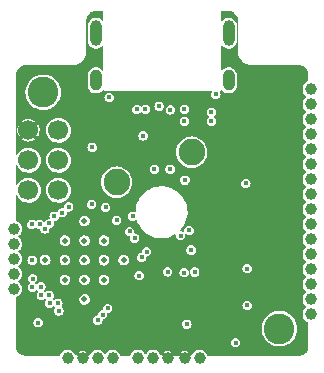
<source format=gbr>
%TF.GenerationSoftware,KiCad,Pcbnew,(5.99.0-11145-g173c9a974c)*%
%TF.CreationDate,2021-06-27T16:32:01+02:00*%
%TF.ProjectId,micro,6d696372-6f2e-46b6-9963-61645f706362,rev1.0*%
%TF.SameCoordinates,Original*%
%TF.FileFunction,Copper,L2,Inr*%
%TF.FilePolarity,Positive*%
%FSLAX46Y46*%
G04 Gerber Fmt 4.6, Leading zero omitted, Abs format (unit mm)*
G04 Created by KiCad (PCBNEW (5.99.0-11145-g173c9a974c)) date 2021-06-27 16:32:01*
%MOMM*%
%LPD*%
G01*
G04 APERTURE LIST*
%TA.AperFunction,ComponentPad*%
%ADD10C,2.250000*%
%TD*%
%TA.AperFunction,ComponentPad*%
%ADD11C,1.000000*%
%TD*%
%TA.AperFunction,ComponentPad*%
%ADD12C,2.600000*%
%TD*%
%TA.AperFunction,ComponentPad*%
%ADD13C,1.700000*%
%TD*%
%TA.AperFunction,ComponentPad*%
%ADD14C,0.500000*%
%TD*%
%TA.AperFunction,ComponentPad*%
%ADD15O,1.000000X2.200000*%
%TD*%
%TA.AperFunction,ComponentPad*%
%ADD16O,1.000000X1.800000*%
%TD*%
%TA.AperFunction,ViaPad*%
%ADD17C,0.400000*%
%TD*%
G04 APERTURE END LIST*
D10*
%TO.N,COL0*%
%TO.C,MX1*%
X147430000Y-96770000D03*
%TO.N,Net-(D1-Pad2)*%
X153780000Y-94230000D03*
%TD*%
D11*
%TO.N,ROW0*%
%TO.C,J7*%
X163872579Y-88894000D03*
%TO.N,ROW1*%
X163872579Y-90164000D03*
%TO.N,ROW2*%
X163872579Y-91434000D03*
%TO.N,ROW3*%
X163872579Y-92704000D03*
%TO.N,ROW4*%
X163872579Y-93974000D03*
%TO.N,ROW5*%
X163872579Y-95244000D03*
%TO.N,ROW6*%
X163872579Y-96514000D03*
%TO.N,ROW7*%
X163872579Y-97784000D03*
%TO.N,ROW8*%
X163872579Y-99054000D03*
%TO.N,ROW9*%
X163872579Y-100324000D03*
%TO.N,ROW10*%
X163872579Y-101594000D03*
%TO.N,ROW11*%
X163872579Y-102864000D03*
%TO.N,ROW12*%
X163872579Y-104134000D03*
%TO.N,ROW13*%
X163872579Y-105404000D03*
%TO.N,ROW14*%
X163872579Y-106674000D03*
%TO.N,ROW15*%
X163872579Y-107944000D03*
%TD*%
%TO.N,BLD*%
%TO.C,J3*%
X154455000Y-111660000D03*
%TO.N,VCC*%
X153185000Y-111660000D03*
%TD*%
%TO.N,GND*%
%TO.C,J4*%
X149230000Y-111660000D03*
%TO.N,RGBO*%
X150500000Y-111660000D03*
%TO.N,VCC*%
X151770000Y-111660000D03*
%TD*%
%TO.N,SDA*%
%TO.C,J5*%
X147090000Y-111670000D03*
%TO.N,SCK*%
X145820000Y-111670000D03*
%TO.N,VCC*%
X144550000Y-111670000D03*
%TO.N,GND*%
X143280000Y-111670000D03*
%TD*%
%TO.N,COL0*%
%TO.C,J6*%
X138710000Y-105810000D03*
%TO.N,COL1*%
X138710000Y-104540000D03*
%TO.N,COL2*%
X138710000Y-103270000D03*
%TO.N,COL3*%
X138710000Y-102000000D03*
%TO.N,COL4*%
X138710000Y-100730000D03*
%TD*%
D12*
%TO.N,GND*%
%TO.C,H2*%
X161212579Y-109159000D03*
%TD*%
%TO.N,GND*%
%TO.C,H1*%
X141212579Y-89159000D03*
%TD*%
D13*
%TO.N,ROW3*%
%TO.C,J2*%
X142504579Y-92371000D03*
%TO.N,VCC*%
X139964579Y-92371000D03*
%TO.N,ROW1*%
X142504579Y-94911000D03*
%TO.N,ROW2*%
X139964579Y-94911000D03*
%TO.N,RST*%
X142504579Y-97451000D03*
%TO.N,GND*%
X139964579Y-97451000D03*
%TD*%
D14*
%TO.N,GND*%
%TO.C,U2*%
X144706837Y-101707590D03*
X141383435Y-103369291D03*
X148030239Y-103369291D03*
X146368538Y-101707590D03*
X143045136Y-105030992D03*
X144706837Y-100045889D03*
X144706837Y-103369291D03*
X144706837Y-105030992D03*
X143045136Y-101707590D03*
X146368538Y-105030992D03*
X143045136Y-103369291D03*
X144706837Y-106692693D03*
X146368538Y-103369291D03*
%TD*%
D15*
%TO.N,GND*%
%TO.C,J1*%
X156912579Y-84156500D03*
D16*
X156912579Y-88156500D03*
D15*
X145672579Y-84156500D03*
D16*
X145672579Y-88156500D03*
%TD*%
D17*
%TO.N,GND*%
X154040000Y-104370000D03*
X151740000Y-104360000D03*
%TO.N,Net-(MX1-Pad4)*%
X157500000Y-110350000D03*
X153140000Y-104420000D03*
%TO.N,RST*%
X149340000Y-104669491D03*
%TO.N,GND*%
X148810000Y-99640000D03*
X153220000Y-96590000D03*
X143370000Y-98860000D03*
X140280000Y-103370000D03*
X146490000Y-98900000D03*
X149680000Y-92840000D03*
X145360000Y-93820000D03*
X152840000Y-101290000D03*
%TO.N,VCC*%
X147110000Y-93780000D03*
%TO.N,GND*%
X140790000Y-108660000D03*
X158490000Y-104080000D03*
%TO.N,Net-(C1-Pad1)*%
X153172579Y-91609000D03*
X149152579Y-90609000D03*
%TO.N,GND*%
X158372579Y-96879000D03*
X155822579Y-89339000D03*
X146802579Y-89589000D03*
X153372579Y-108789000D03*
%TO.N,VCC*%
X140472579Y-98721000D03*
X142662579Y-108969000D03*
X145442579Y-97919000D03*
X148020000Y-99380000D03*
X145298579Y-95419000D03*
X150670000Y-104210000D03*
X145392579Y-90599000D03*
X144532579Y-87359000D03*
X161340000Y-104930000D03*
%TO.N,Net-(C9-Pad1)*%
X147430000Y-100000000D03*
X153560000Y-100850000D03*
%TO.N,Net-(D1-Pad2)*%
X151952579Y-95669000D03*
%TO.N,RGB*%
X153730000Y-102511900D03*
X145313948Y-98642576D03*
%TO.N,RGBO*%
X158480000Y-107208060D03*
%TO.N,Net-(J1-PadA5)*%
X155458579Y-91609000D03*
X149870579Y-90593000D03*
%TO.N,Net-(J1-PadA6)*%
X151982579Y-90639000D03*
X151032579Y-90349000D03*
%TO.N,Net-(J1-PadB5)*%
X153172579Y-90593000D03*
X155458579Y-90847000D03*
%TO.N,ROW0*%
X150632579Y-95673000D03*
X148520000Y-100940000D03*
%TO.N,ROW3*%
X149552579Y-103129000D03*
%TO.N,ROW2*%
X149962579Y-102639000D03*
%TO.N,ROW1*%
X148952579Y-101499000D03*
%TO.N,COL0*%
X142140000Y-99640000D03*
%TO.N,ROW9*%
X141712579Y-106349000D03*
%TO.N,ROW10*%
X141772579Y-106999000D03*
%TO.N,ROW12*%
X142530000Y-107670000D03*
%TO.N,ROW11*%
X142452579Y-107029000D03*
%TO.N,ROW13*%
X146670000Y-107460000D03*
%TO.N,ROW14*%
X146242579Y-107979000D03*
%TO.N,ROW4*%
X142830000Y-99340000D03*
%TO.N,ROW5*%
X140322579Y-104929000D03*
%TO.N,ROW6*%
X140292579Y-105669000D03*
%TO.N,ROW7*%
X141012579Y-105629000D03*
%TO.N,ROW8*%
X141052579Y-106349000D03*
%TO.N,COL1*%
X141730000Y-100260000D03*
%TO.N,COL2*%
X141340000Y-100710000D03*
%TO.N,COL3*%
X140900000Y-100320000D03*
%TO.N,COL4*%
X140250000Y-100340000D03*
%TO.N,ROW15*%
X145840000Y-108450000D03*
%TD*%
%TA.AperFunction,Conductor*%
%TO.N,VCC*%
G36*
X156915472Y-82258588D02*
G01*
X156915472Y-82261109D01*
X156937646Y-82261279D01*
X156980882Y-82261612D01*
X156989013Y-82262355D01*
X157117660Y-82285038D01*
X157125909Y-82287249D01*
X157248486Y-82331862D01*
X157256221Y-82335470D01*
X157294882Y-82357791D01*
X157369188Y-82400692D01*
X157376181Y-82405588D01*
X157476109Y-82489436D01*
X157482143Y-82495470D01*
X157565992Y-82595397D01*
X157570891Y-82602394D01*
X157636110Y-82715354D01*
X157639719Y-82723092D01*
X157665980Y-82795245D01*
X157684332Y-82845668D01*
X157686543Y-82853918D01*
X157687136Y-82857283D01*
X157708626Y-82979148D01*
X157709228Y-82982564D01*
X157709970Y-82990690D01*
X157710474Y-83056106D01*
X157710555Y-83056106D01*
X157712720Y-83065675D01*
X157714236Y-83072374D01*
X157715444Y-83083241D01*
X157715284Y-83227208D01*
X157712613Y-85631251D01*
X157711367Y-85642178D01*
X157708818Y-85653261D01*
X157708818Y-85653264D01*
X157707582Y-85658639D01*
X157707663Y-85658997D01*
X157707582Y-85658997D01*
X157709677Y-85764238D01*
X157746227Y-85971521D01*
X157818217Y-86169309D01*
X157819285Y-86171159D01*
X157819286Y-86171161D01*
X157900757Y-86312272D01*
X157923457Y-86351590D01*
X158058753Y-86512828D01*
X158219991Y-86648123D01*
X158221839Y-86649190D01*
X158221842Y-86649192D01*
X158257646Y-86669863D01*
X158402274Y-86753363D01*
X158404280Y-86754093D01*
X158404282Y-86754094D01*
X158501168Y-86789357D01*
X158600062Y-86825351D01*
X158602163Y-86825721D01*
X158602165Y-86825722D01*
X158677466Y-86838999D01*
X158807345Y-86861899D01*
X158809238Y-86861937D01*
X158809241Y-86861937D01*
X158902840Y-86863800D01*
X158912586Y-86863994D01*
X158912586Y-86861216D01*
X158924371Y-86858994D01*
X160850017Y-86858991D01*
X162862266Y-86858988D01*
X162874581Y-86861463D01*
X162874581Y-86863988D01*
X162939997Y-86864492D01*
X162948117Y-86865233D01*
X163051788Y-86883514D01*
X163076769Y-86887919D01*
X163085019Y-86890130D01*
X163085055Y-86890143D01*
X163207595Y-86934743D01*
X163215330Y-86938351D01*
X163271813Y-86970962D01*
X163328293Y-87003571D01*
X163335290Y-87008470D01*
X163435217Y-87092319D01*
X163441251Y-87098353D01*
X163507393Y-87177179D01*
X163525097Y-87198278D01*
X163529995Y-87205274D01*
X163564045Y-87264249D01*
X163592336Y-87313249D01*
X163595216Y-87318238D01*
X163598825Y-87325976D01*
X163606283Y-87346468D01*
X163643438Y-87448551D01*
X163645649Y-87456802D01*
X163668332Y-87585449D01*
X163669075Y-87593580D01*
X163669503Y-87649246D01*
X163669578Y-87658990D01*
X163669659Y-87658990D01*
X163669925Y-87660166D01*
X163669925Y-87660167D01*
X163673370Y-87675390D01*
X163674578Y-87686204D01*
X163674578Y-88182616D01*
X163660226Y-88217264D01*
X163637016Y-88230262D01*
X163629537Y-88232057D01*
X163629533Y-88232058D01*
X163626661Y-88232748D01*
X163476029Y-88310495D01*
X163348290Y-88421928D01*
X163250819Y-88560615D01*
X163249748Y-88563363D01*
X163249746Y-88563366D01*
X163207398Y-88671985D01*
X163189244Y-88718549D01*
X163167118Y-88886612D01*
X163185719Y-89055102D01*
X163204162Y-89105500D01*
X163242959Y-89211518D01*
X163242961Y-89211522D01*
X163243974Y-89214290D01*
X163338519Y-89354988D01*
X163463896Y-89469073D01*
X163466489Y-89470481D01*
X163466492Y-89470483D01*
X163493684Y-89485247D01*
X163517285Y-89514393D01*
X163513365Y-89551690D01*
X163492778Y-89571850D01*
X163476029Y-89580495D01*
X163348290Y-89691928D01*
X163346592Y-89694343D01*
X163346591Y-89694345D01*
X163311342Y-89744500D01*
X163250819Y-89830615D01*
X163249748Y-89833363D01*
X163249746Y-89833366D01*
X163190316Y-89985799D01*
X163189244Y-89988549D01*
X163167118Y-90156612D01*
X163185719Y-90325102D01*
X163203386Y-90373378D01*
X163242959Y-90481518D01*
X163242961Y-90481522D01*
X163243974Y-90484290D01*
X163338519Y-90624988D01*
X163463896Y-90739073D01*
X163466489Y-90740481D01*
X163466492Y-90740483D01*
X163493684Y-90755247D01*
X163517285Y-90784393D01*
X163513365Y-90821690D01*
X163492778Y-90841850D01*
X163476029Y-90850495D01*
X163348290Y-90961928D01*
X163346592Y-90964343D01*
X163346591Y-90964345D01*
X163311342Y-91014500D01*
X163250819Y-91100615D01*
X163249748Y-91103363D01*
X163249746Y-91103366D01*
X163190316Y-91255799D01*
X163189244Y-91258549D01*
X163181743Y-91315526D01*
X163171482Y-91393468D01*
X163167118Y-91426612D01*
X163185719Y-91595102D01*
X163194358Y-91618709D01*
X163242959Y-91751518D01*
X163242961Y-91751522D01*
X163243974Y-91754290D01*
X163338519Y-91894988D01*
X163463896Y-92009073D01*
X163466489Y-92010481D01*
X163466492Y-92010483D01*
X163493684Y-92025247D01*
X163517285Y-92054393D01*
X163513365Y-92091690D01*
X163492778Y-92111850D01*
X163476029Y-92120495D01*
X163348290Y-92231928D01*
X163250819Y-92370615D01*
X163249748Y-92373363D01*
X163249746Y-92373366D01*
X163217491Y-92456098D01*
X163189244Y-92528549D01*
X163167118Y-92696612D01*
X163185719Y-92865102D01*
X163186735Y-92867877D01*
X163242959Y-93021518D01*
X163242961Y-93021522D01*
X163243974Y-93024290D01*
X163338519Y-93164988D01*
X163463896Y-93279073D01*
X163466489Y-93280481D01*
X163466492Y-93280483D01*
X163493684Y-93295247D01*
X163517285Y-93324393D01*
X163513365Y-93361690D01*
X163492778Y-93381850D01*
X163476029Y-93390495D01*
X163348290Y-93501928D01*
X163346592Y-93504343D01*
X163346591Y-93504345D01*
X163304138Y-93564750D01*
X163250819Y-93640615D01*
X163249748Y-93643363D01*
X163249746Y-93643366D01*
X163199203Y-93773004D01*
X163189244Y-93798549D01*
X163188859Y-93801474D01*
X163171482Y-93933468D01*
X163167118Y-93966612D01*
X163185719Y-94135102D01*
X163194358Y-94158709D01*
X163242959Y-94291518D01*
X163242961Y-94291522D01*
X163243974Y-94294290D01*
X163338519Y-94434988D01*
X163463896Y-94549073D01*
X163466489Y-94550481D01*
X163466492Y-94550483D01*
X163493684Y-94565247D01*
X163517285Y-94594393D01*
X163513365Y-94631690D01*
X163492778Y-94651850D01*
X163476029Y-94660495D01*
X163348290Y-94771928D01*
X163250819Y-94910615D01*
X163249748Y-94913363D01*
X163249746Y-94913366D01*
X163238651Y-94941825D01*
X163189244Y-95068549D01*
X163167118Y-95236612D01*
X163185719Y-95405102D01*
X163198307Y-95439500D01*
X163242959Y-95561518D01*
X163242961Y-95561522D01*
X163243974Y-95564290D01*
X163338519Y-95704988D01*
X163463896Y-95819073D01*
X163466489Y-95820481D01*
X163466492Y-95820483D01*
X163493684Y-95835247D01*
X163517285Y-95864393D01*
X163513365Y-95901690D01*
X163492778Y-95921850D01*
X163476029Y-95930495D01*
X163348290Y-96041928D01*
X163346592Y-96044343D01*
X163346591Y-96044345D01*
X163304138Y-96104750D01*
X163250819Y-96180615D01*
X163249748Y-96183363D01*
X163249746Y-96183366D01*
X163218047Y-96264672D01*
X163189244Y-96338549D01*
X163188859Y-96341474D01*
X163171482Y-96473468D01*
X163167118Y-96506612D01*
X163185719Y-96675102D01*
X163194358Y-96698709D01*
X163242959Y-96831518D01*
X163242961Y-96831522D01*
X163243974Y-96834290D01*
X163338519Y-96974988D01*
X163463896Y-97089073D01*
X163466489Y-97090481D01*
X163466492Y-97090483D01*
X163493684Y-97105247D01*
X163517285Y-97134393D01*
X163513365Y-97171690D01*
X163492778Y-97191850D01*
X163476029Y-97200495D01*
X163348290Y-97311928D01*
X163250819Y-97450615D01*
X163249748Y-97453363D01*
X163249746Y-97453366D01*
X163190767Y-97604643D01*
X163189244Y-97608549D01*
X163167118Y-97776612D01*
X163185719Y-97945102D01*
X163193585Y-97966597D01*
X163242959Y-98101518D01*
X163242961Y-98101522D01*
X163243974Y-98104290D01*
X163338519Y-98244988D01*
X163463896Y-98359073D01*
X163466489Y-98360481D01*
X163466492Y-98360483D01*
X163493684Y-98375247D01*
X163517285Y-98404393D01*
X163513365Y-98441690D01*
X163492778Y-98461850D01*
X163476029Y-98470495D01*
X163348290Y-98581928D01*
X163250819Y-98720615D01*
X163249748Y-98723363D01*
X163249746Y-98723366D01*
X163190316Y-98875799D01*
X163189244Y-98878549D01*
X163167118Y-99046612D01*
X163185719Y-99215102D01*
X163206496Y-99271878D01*
X163242959Y-99371518D01*
X163242961Y-99371522D01*
X163243974Y-99374290D01*
X163338519Y-99514988D01*
X163463896Y-99629073D01*
X163466489Y-99630481D01*
X163466492Y-99630483D01*
X163493684Y-99645247D01*
X163517285Y-99674393D01*
X163513365Y-99711690D01*
X163492778Y-99731850D01*
X163476029Y-99740495D01*
X163348290Y-99851928D01*
X163346592Y-99854343D01*
X163346591Y-99854345D01*
X163331303Y-99876098D01*
X163250819Y-99990615D01*
X163249748Y-99993363D01*
X163249746Y-99993366D01*
X163195985Y-100131258D01*
X163189244Y-100148549D01*
X163167118Y-100316612D01*
X163185719Y-100485102D01*
X163200200Y-100524672D01*
X163242959Y-100641518D01*
X163242961Y-100641522D01*
X163243974Y-100644290D01*
X163338519Y-100784988D01*
X163463896Y-100899073D01*
X163466489Y-100900481D01*
X163466492Y-100900483D01*
X163493684Y-100915247D01*
X163517285Y-100944393D01*
X163513365Y-100981690D01*
X163492778Y-101001850D01*
X163476029Y-101010495D01*
X163348290Y-101121928D01*
X163346592Y-101124343D01*
X163346591Y-101124345D01*
X163307611Y-101179808D01*
X163250819Y-101260615D01*
X163249748Y-101263363D01*
X163249746Y-101263366D01*
X163196947Y-101398791D01*
X163189244Y-101418549D01*
X163167118Y-101586612D01*
X163185719Y-101755102D01*
X163191819Y-101771771D01*
X163242959Y-101911518D01*
X163242961Y-101911522D01*
X163243974Y-101914290D01*
X163338519Y-102054988D01*
X163463896Y-102169073D01*
X163466489Y-102170481D01*
X163466492Y-102170483D01*
X163493684Y-102185247D01*
X163517285Y-102214393D01*
X163513365Y-102251690D01*
X163492778Y-102271850D01*
X163476029Y-102280495D01*
X163348290Y-102391928D01*
X163346592Y-102394343D01*
X163346591Y-102394345D01*
X163299754Y-102460988D01*
X163250819Y-102530615D01*
X163249748Y-102533363D01*
X163249746Y-102533366D01*
X163195564Y-102672339D01*
X163189244Y-102688549D01*
X163188859Y-102691474D01*
X163174678Y-102799192D01*
X163167118Y-102856612D01*
X163185719Y-103025102D01*
X163192818Y-103044500D01*
X163242959Y-103181518D01*
X163242961Y-103181522D01*
X163243974Y-103184290D01*
X163338519Y-103324988D01*
X163463896Y-103439073D01*
X163466489Y-103440481D01*
X163466492Y-103440483D01*
X163493684Y-103455247D01*
X163517285Y-103484393D01*
X163513365Y-103521690D01*
X163492778Y-103541850D01*
X163476029Y-103550495D01*
X163348290Y-103661928D01*
X163346592Y-103664343D01*
X163346591Y-103664345D01*
X163324816Y-103695328D01*
X163250819Y-103800615D01*
X163249748Y-103803363D01*
X163249746Y-103803366D01*
X163190316Y-103955799D01*
X163189244Y-103958549D01*
X163167118Y-104126612D01*
X163185719Y-104295102D01*
X163210862Y-104363807D01*
X163242959Y-104451518D01*
X163242961Y-104451522D01*
X163243974Y-104454290D01*
X163338519Y-104594988D01*
X163463896Y-104709073D01*
X163466489Y-104710481D01*
X163466492Y-104710483D01*
X163493684Y-104725247D01*
X163517285Y-104754393D01*
X163513365Y-104791690D01*
X163492778Y-104811850D01*
X163476029Y-104820495D01*
X163348290Y-104931928D01*
X163250819Y-105070615D01*
X163249748Y-105073363D01*
X163249746Y-105073366D01*
X163192928Y-105219099D01*
X163189244Y-105228549D01*
X163188859Y-105231474D01*
X163167903Y-105390653D01*
X163167118Y-105396612D01*
X163185719Y-105565102D01*
X163186735Y-105567877D01*
X163242959Y-105721518D01*
X163242961Y-105721522D01*
X163243974Y-105724290D01*
X163338519Y-105864988D01*
X163463896Y-105979073D01*
X163466489Y-105980481D01*
X163466492Y-105980483D01*
X163493684Y-105995247D01*
X163517285Y-106024393D01*
X163513365Y-106061690D01*
X163492778Y-106081850D01*
X163476029Y-106090495D01*
X163348290Y-106201928D01*
X163346592Y-106204343D01*
X163346591Y-106204345D01*
X163315977Y-106247905D01*
X163250819Y-106340615D01*
X163249748Y-106343363D01*
X163249746Y-106343366D01*
X163193753Y-106486984D01*
X163189244Y-106498549D01*
X163167118Y-106666612D01*
X163185719Y-106835102D01*
X163204578Y-106886635D01*
X163242959Y-106991518D01*
X163242961Y-106991522D01*
X163243974Y-106994290D01*
X163338519Y-107134988D01*
X163463896Y-107249073D01*
X163466489Y-107250481D01*
X163466492Y-107250483D01*
X163493684Y-107265247D01*
X163517285Y-107294393D01*
X163513365Y-107331690D01*
X163492778Y-107351850D01*
X163476029Y-107360495D01*
X163348290Y-107471928D01*
X163250819Y-107610615D01*
X163249748Y-107613363D01*
X163249746Y-107613366D01*
X163190316Y-107765799D01*
X163189244Y-107768549D01*
X163186845Y-107786774D01*
X163173906Y-107885056D01*
X163167118Y-107936612D01*
X163185719Y-108105102D01*
X163192881Y-108124672D01*
X163242959Y-108261518D01*
X163242961Y-108261522D01*
X163243974Y-108264290D01*
X163338519Y-108404988D01*
X163463896Y-108519073D01*
X163466489Y-108520481D01*
X163466492Y-108520483D01*
X163560450Y-108571497D01*
X163612867Y-108599957D01*
X163638017Y-108606555D01*
X163667889Y-108629230D01*
X163674582Y-108653951D01*
X163674582Y-110631326D01*
X163673336Y-110642307D01*
X163669582Y-110658632D01*
X163669663Y-110658990D01*
X163669582Y-110658990D01*
X163669559Y-110661977D01*
X163669079Y-110724400D01*
X163668337Y-110732526D01*
X163667679Y-110736256D01*
X163645651Y-110861178D01*
X163643440Y-110869428D01*
X163606282Y-110971522D01*
X163598828Y-110992001D01*
X163595219Y-110999739D01*
X163563072Y-111055419D01*
X163529999Y-111112702D01*
X163525100Y-111119699D01*
X163441251Y-111219626D01*
X163435217Y-111225660D01*
X163335292Y-111309506D01*
X163328296Y-111314404D01*
X163282737Y-111340708D01*
X163215329Y-111379626D01*
X163207594Y-111383234D01*
X163085019Y-111427847D01*
X163076768Y-111430058D01*
X162948121Y-111452741D01*
X162939990Y-111453484D01*
X162884327Y-111453912D01*
X162874580Y-111453987D01*
X162874580Y-111456514D01*
X162862393Y-111458987D01*
X160824541Y-111458988D01*
X155161636Y-111458992D01*
X155126988Y-111444640D01*
X155115799Y-111427312D01*
X155113562Y-111421390D01*
X155090540Y-111360465D01*
X155081262Y-111335910D01*
X155081261Y-111335909D01*
X155080217Y-111333145D01*
X154984203Y-111193444D01*
X154981998Y-111191479D01*
X154981995Y-111191476D01*
X154859848Y-111082648D01*
X154857638Y-111080679D01*
X154707829Y-111001359D01*
X154543423Y-110960063D01*
X154456815Y-110959610D01*
X154376865Y-110959191D01*
X154376861Y-110959191D01*
X154373912Y-110959176D01*
X154371043Y-110959865D01*
X154371041Y-110959865D01*
X154237185Y-110992001D01*
X154209082Y-110998748D01*
X154058450Y-111076495D01*
X153930711Y-111187928D01*
X153929013Y-111190343D01*
X153929012Y-111190345D01*
X153904188Y-111225666D01*
X153833240Y-111326615D01*
X153811047Y-111383538D01*
X153785091Y-111410605D01*
X153747596Y-111411391D01*
X153720125Y-111384490D01*
X153710172Y-111360463D01*
X153709408Y-111359139D01*
X153704375Y-111356233D01*
X153699627Y-111357505D01*
X153612491Y-111444641D01*
X153577843Y-111458993D01*
X153292171Y-111458993D01*
X153257523Y-111444641D01*
X153243171Y-111409993D01*
X153257523Y-111375345D01*
X153485877Y-111146991D01*
X153488732Y-111140098D01*
X153487182Y-111136354D01*
X153484537Y-111134828D01*
X153344552Y-111076843D01*
X153338404Y-111075196D01*
X153188183Y-111055419D01*
X153181817Y-111055419D01*
X153031596Y-111075196D01*
X153025448Y-111076843D01*
X152885463Y-111134828D01*
X152884139Y-111135592D01*
X152881233Y-111140625D01*
X152882505Y-111145373D01*
X153112478Y-111375346D01*
X153126830Y-111409994D01*
X153112478Y-111444642D01*
X153077831Y-111458994D01*
X152792157Y-111458994D01*
X152757510Y-111444642D01*
X152671991Y-111359123D01*
X152665098Y-111356268D01*
X152661355Y-111357818D01*
X152659827Y-111360465D01*
X152631544Y-111428746D01*
X152605025Y-111455264D01*
X152586274Y-111458994D01*
X152368727Y-111458994D01*
X152334079Y-111444642D01*
X152323457Y-111428746D01*
X152295172Y-111360463D01*
X152294408Y-111359139D01*
X152289375Y-111356233D01*
X152284627Y-111357505D01*
X152197490Y-111444642D01*
X152162842Y-111458994D01*
X151877170Y-111458994D01*
X151842522Y-111444642D01*
X151828170Y-111409994D01*
X151842522Y-111375346D01*
X152070877Y-111146991D01*
X152073732Y-111140098D01*
X152072182Y-111136354D01*
X152069537Y-111134828D01*
X151929552Y-111076843D01*
X151923404Y-111075196D01*
X151773183Y-111055419D01*
X151766817Y-111055419D01*
X151616596Y-111075196D01*
X151610448Y-111076843D01*
X151470463Y-111134828D01*
X151469139Y-111135592D01*
X151466233Y-111140625D01*
X151467505Y-111145373D01*
X151697479Y-111375347D01*
X151711831Y-111409995D01*
X151697479Y-111444643D01*
X151662832Y-111458995D01*
X151377159Y-111458995D01*
X151342511Y-111444643D01*
X151256991Y-111359123D01*
X151250098Y-111356268D01*
X151246354Y-111357818D01*
X151244826Y-111360465D01*
X151235037Y-111384099D01*
X151208519Y-111410618D01*
X151171016Y-111410618D01*
X151143930Y-111382668D01*
X151126262Y-111335910D01*
X151126261Y-111335909D01*
X151125217Y-111333145D01*
X151029203Y-111193444D01*
X151026998Y-111191479D01*
X151026995Y-111191476D01*
X150904848Y-111082648D01*
X150902638Y-111080679D01*
X150752829Y-111001359D01*
X150588423Y-110960063D01*
X150501815Y-110959610D01*
X150421865Y-110959191D01*
X150421861Y-110959191D01*
X150418912Y-110959176D01*
X150416043Y-110959865D01*
X150416041Y-110959865D01*
X150282185Y-110992001D01*
X150254082Y-110998748D01*
X150103450Y-111076495D01*
X149975711Y-111187928D01*
X149974013Y-111190343D01*
X149974012Y-111190345D01*
X149970047Y-111195987D01*
X149905166Y-111288304D01*
X149904870Y-111288725D01*
X149873206Y-111308820D01*
X149836606Y-111300639D01*
X149824399Y-111288304D01*
X149760878Y-111195881D01*
X149759203Y-111193444D01*
X149756998Y-111191479D01*
X149756995Y-111191476D01*
X149634848Y-111082648D01*
X149632638Y-111080679D01*
X149482829Y-111001359D01*
X149318423Y-110960063D01*
X149231815Y-110959610D01*
X149151865Y-110959191D01*
X149151861Y-110959191D01*
X149148912Y-110959176D01*
X149146043Y-110959865D01*
X149146041Y-110959865D01*
X149012185Y-110992001D01*
X148984082Y-110998748D01*
X148833450Y-111076495D01*
X148705711Y-111187928D01*
X148704013Y-111190343D01*
X148704012Y-111190345D01*
X148679188Y-111225666D01*
X148608240Y-111326615D01*
X148607169Y-111329363D01*
X148607167Y-111329366D01*
X148592780Y-111366268D01*
X148575188Y-111411391D01*
X148568792Y-111427795D01*
X148542835Y-111454863D01*
X148523139Y-111458996D01*
X148160048Y-111458996D01*
X147792859Y-111458997D01*
X147758211Y-111444645D01*
X147747022Y-111427317D01*
X147744783Y-111421390D01*
X147721261Y-111359139D01*
X147716262Y-111345910D01*
X147716261Y-111345909D01*
X147715217Y-111343145D01*
X147619203Y-111203444D01*
X147616998Y-111201479D01*
X147616995Y-111201476D01*
X147494848Y-111092648D01*
X147492638Y-111090679D01*
X147342829Y-111011359D01*
X147178423Y-110970063D01*
X147091815Y-110969610D01*
X147011865Y-110969191D01*
X147011861Y-110969191D01*
X147008912Y-110969176D01*
X147006043Y-110969865D01*
X147006041Y-110969865D01*
X146869095Y-111002743D01*
X146844082Y-111008748D01*
X146841454Y-111010104D01*
X146841455Y-111010104D01*
X146707400Y-111079295D01*
X146693450Y-111086495D01*
X146565711Y-111197928D01*
X146564013Y-111200343D01*
X146564012Y-111200345D01*
X146550461Y-111219626D01*
X146495166Y-111298304D01*
X146494870Y-111298725D01*
X146463206Y-111318820D01*
X146426606Y-111310639D01*
X146414399Y-111298304D01*
X146350878Y-111205881D01*
X146349203Y-111203444D01*
X146346998Y-111201479D01*
X146346995Y-111201476D01*
X146224848Y-111092648D01*
X146222638Y-111090679D01*
X146072829Y-111011359D01*
X145908423Y-110970063D01*
X145821815Y-110969610D01*
X145741865Y-110969191D01*
X145741861Y-110969191D01*
X145738912Y-110969176D01*
X145736043Y-110969865D01*
X145736041Y-110969865D01*
X145599095Y-111002743D01*
X145574082Y-111008748D01*
X145571454Y-111010104D01*
X145571455Y-111010104D01*
X145437400Y-111079295D01*
X145423450Y-111086495D01*
X145295711Y-111197928D01*
X145294013Y-111200343D01*
X145294012Y-111200345D01*
X145280461Y-111219626D01*
X145198240Y-111336615D01*
X145183139Y-111375347D01*
X145176047Y-111393537D01*
X145150089Y-111420605D01*
X145112594Y-111421390D01*
X145085124Y-111394488D01*
X145075174Y-111370465D01*
X145074408Y-111369139D01*
X145069375Y-111366233D01*
X145064627Y-111367505D01*
X144987486Y-111444646D01*
X144952838Y-111458998D01*
X144667166Y-111458998D01*
X144632518Y-111444646D01*
X144618166Y-111409998D01*
X144632518Y-111375350D01*
X144850877Y-111156991D01*
X144853732Y-111150098D01*
X144852182Y-111146354D01*
X144849537Y-111144828D01*
X144709552Y-111086843D01*
X144703404Y-111085196D01*
X144553183Y-111065419D01*
X144546817Y-111065419D01*
X144396596Y-111085196D01*
X144390448Y-111086843D01*
X144250463Y-111144828D01*
X144249139Y-111145592D01*
X144246233Y-111150625D01*
X144247505Y-111155373D01*
X144467483Y-111375351D01*
X144481835Y-111409999D01*
X144467483Y-111444647D01*
X144432836Y-111458999D01*
X144147163Y-111458999D01*
X144112515Y-111444647D01*
X144036991Y-111369123D01*
X144030098Y-111366268D01*
X144026355Y-111367818D01*
X144024826Y-111370468D01*
X144015037Y-111394100D01*
X143988519Y-111420619D01*
X143951016Y-111420619D01*
X143923930Y-111392669D01*
X143920480Y-111383537D01*
X143910176Y-111356268D01*
X143906262Y-111345910D01*
X143906261Y-111345909D01*
X143905217Y-111343145D01*
X143809203Y-111203444D01*
X143806998Y-111201479D01*
X143806995Y-111201476D01*
X143684848Y-111092648D01*
X143682638Y-111090679D01*
X143532829Y-111011359D01*
X143368423Y-110970063D01*
X143281815Y-110969610D01*
X143201865Y-110969191D01*
X143201861Y-110969191D01*
X143198912Y-110969176D01*
X143196043Y-110969865D01*
X143196041Y-110969865D01*
X143059095Y-111002743D01*
X143034082Y-111008748D01*
X143031454Y-111010104D01*
X143031455Y-111010104D01*
X142897400Y-111079295D01*
X142883450Y-111086495D01*
X142755711Y-111197928D01*
X142754013Y-111200343D01*
X142754012Y-111200345D01*
X142740461Y-111219626D01*
X142658240Y-111336615D01*
X142622690Y-111427799D01*
X142596733Y-111454867D01*
X142577037Y-111459000D01*
X140490283Y-111459001D01*
X139722893Y-111459002D01*
X139710578Y-111456527D01*
X139710578Y-111454002D01*
X139645162Y-111453498D01*
X139637042Y-111452757D01*
X139533371Y-111434476D01*
X139508390Y-111430071D01*
X139500140Y-111427860D01*
X139449717Y-111409508D01*
X139377564Y-111383247D01*
X139369829Y-111379639D01*
X139295310Y-111336615D01*
X139256866Y-111314419D01*
X139249869Y-111309520D01*
X139149942Y-111225671D01*
X139143908Y-111219637D01*
X139060060Y-111119709D01*
X139055164Y-111112716D01*
X139012263Y-111038410D01*
X138989938Y-110999742D01*
X138986333Y-110992011D01*
X138986330Y-110992001D01*
X138941721Y-110869437D01*
X138939510Y-110861188D01*
X138916827Y-110732541D01*
X138916084Y-110724410D01*
X138915604Y-110661946D01*
X138915604Y-110661943D01*
X138915581Y-110659000D01*
X138915581Y-110658999D01*
X138911808Y-110642459D01*
X138910581Y-110631561D01*
X138910581Y-110350000D01*
X157094500Y-110350000D01*
X157114347Y-110475306D01*
X157116097Y-110478740D01*
X157116098Y-110478744D01*
X157170192Y-110584909D01*
X157171944Y-110588347D01*
X157261653Y-110678056D01*
X157265090Y-110679807D01*
X157265091Y-110679808D01*
X157371256Y-110733902D01*
X157371260Y-110733903D01*
X157374694Y-110735653D01*
X157500000Y-110755500D01*
X157625306Y-110735653D01*
X157628740Y-110733903D01*
X157628744Y-110733902D01*
X157734909Y-110679808D01*
X157734910Y-110679807D01*
X157738347Y-110678056D01*
X157828056Y-110588347D01*
X157829808Y-110584909D01*
X157883902Y-110478744D01*
X157883903Y-110478740D01*
X157885653Y-110475306D01*
X157905500Y-110350000D01*
X157885653Y-110224694D01*
X157883903Y-110221260D01*
X157883902Y-110221256D01*
X157829808Y-110115091D01*
X157829807Y-110115090D01*
X157828056Y-110111653D01*
X157738347Y-110021944D01*
X157734910Y-110020193D01*
X157734909Y-110020192D01*
X157628744Y-109966098D01*
X157628740Y-109966097D01*
X157625306Y-109964347D01*
X157500000Y-109944500D01*
X157374694Y-109964347D01*
X157371260Y-109966097D01*
X157371256Y-109966098D01*
X157265091Y-110020192D01*
X157265090Y-110020193D01*
X157261653Y-110021944D01*
X157171944Y-110111653D01*
X157170193Y-110115090D01*
X157170192Y-110115091D01*
X157116098Y-110221256D01*
X157116097Y-110221260D01*
X157114347Y-110224694D01*
X157094500Y-110350000D01*
X138910581Y-110350000D01*
X138910581Y-108660000D01*
X140384500Y-108660000D01*
X140404347Y-108785306D01*
X140406097Y-108788740D01*
X140406098Y-108788744D01*
X140452032Y-108878894D01*
X140461944Y-108898347D01*
X140551653Y-108988056D01*
X140555090Y-108989807D01*
X140555091Y-108989808D01*
X140661256Y-109043902D01*
X140661260Y-109043903D01*
X140664694Y-109045653D01*
X140790000Y-109065500D01*
X140915306Y-109045653D01*
X140918740Y-109043903D01*
X140918744Y-109043902D01*
X141024909Y-108989808D01*
X141024910Y-108989807D01*
X141028347Y-108988056D01*
X141118056Y-108898347D01*
X141127968Y-108878894D01*
X141173902Y-108788744D01*
X141173903Y-108788740D01*
X141175653Y-108785306D01*
X141195500Y-108660000D01*
X141175653Y-108534694D01*
X141173903Y-108531260D01*
X141173902Y-108531256D01*
X141132500Y-108450000D01*
X145434500Y-108450000D01*
X145454347Y-108575306D01*
X145456097Y-108578740D01*
X145456098Y-108578744D01*
X145505540Y-108675779D01*
X145511944Y-108688347D01*
X145601653Y-108778056D01*
X145605090Y-108779807D01*
X145605091Y-108779808D01*
X145711256Y-108833902D01*
X145711260Y-108833903D01*
X145714694Y-108835653D01*
X145840000Y-108855500D01*
X145965306Y-108835653D01*
X145968740Y-108833903D01*
X145968744Y-108833902D01*
X146056869Y-108789000D01*
X152967079Y-108789000D01*
X152986926Y-108914306D01*
X152988676Y-108917740D01*
X152988677Y-108917744D01*
X153023113Y-108985328D01*
X153044523Y-109027347D01*
X153134232Y-109117056D01*
X153137669Y-109118807D01*
X153137670Y-109118808D01*
X153243835Y-109172902D01*
X153243839Y-109172903D01*
X153247273Y-109174653D01*
X153372579Y-109194500D01*
X153497885Y-109174653D01*
X153501319Y-109172903D01*
X153501323Y-109172902D01*
X153600797Y-109122217D01*
X159707528Y-109122217D01*
X159707643Y-109124213D01*
X159707643Y-109124216D01*
X159713889Y-109232543D01*
X159721730Y-109368525D01*
X159775970Y-109609206D01*
X159868791Y-109837796D01*
X159997700Y-110048157D01*
X160159236Y-110234639D01*
X160349060Y-110392233D01*
X160350790Y-110393244D01*
X160350793Y-110393246D01*
X160484703Y-110471497D01*
X160562074Y-110516709D01*
X160792558Y-110604722D01*
X160794531Y-110605123D01*
X160794533Y-110605124D01*
X161032350Y-110653509D01*
X161032353Y-110653509D01*
X161034322Y-110653910D01*
X161036328Y-110653984D01*
X161036332Y-110653984D01*
X161196542Y-110659858D01*
X161280873Y-110662950D01*
X161351441Y-110653910D01*
X161523593Y-110631857D01*
X161523595Y-110631857D01*
X161525590Y-110631601D01*
X161527517Y-110631023D01*
X161527521Y-110631022D01*
X161617580Y-110604003D01*
X161761901Y-110560705D01*
X161929204Y-110478744D01*
X161981654Y-110453049D01*
X161981656Y-110453048D01*
X161983460Y-110452164D01*
X162069274Y-110390954D01*
X162182680Y-110310062D01*
X162184316Y-110308895D01*
X162185737Y-110307479D01*
X162357651Y-110136165D01*
X162357656Y-110136159D01*
X162359075Y-110134745D01*
X162360247Y-110133113D01*
X162360252Y-110133108D01*
X162501872Y-109936022D01*
X162501876Y-109936016D01*
X162503044Y-109934390D01*
X162612357Y-109713212D01*
X162612940Y-109711294D01*
X162683497Y-109479066D01*
X162683498Y-109479061D01*
X162684079Y-109477149D01*
X162684340Y-109475169D01*
X162684341Y-109475163D01*
X162716111Y-109233840D01*
X162716282Y-109232543D01*
X162718079Y-109159000D01*
X162697863Y-108913113D01*
X162637759Y-108673829D01*
X162539381Y-108447575D01*
X162405371Y-108240426D01*
X162239328Y-108057947D01*
X162237755Y-108056705D01*
X162237751Y-108056701D01*
X162047289Y-107906284D01*
X162045710Y-107905037D01*
X162011701Y-107886263D01*
X161831478Y-107786774D01*
X161831472Y-107786772D01*
X161829718Y-107785803D01*
X161597153Y-107703447D01*
X161595180Y-107703096D01*
X161595178Y-107703095D01*
X161356237Y-107660533D01*
X161356233Y-107660533D01*
X161354259Y-107660181D01*
X161352251Y-107660156D01*
X161352246Y-107660156D01*
X161221054Y-107658554D01*
X161107561Y-107657167D01*
X161105569Y-107657472D01*
X161105567Y-107657472D01*
X161085564Y-107660533D01*
X160863683Y-107694486D01*
X160629174Y-107771135D01*
X160410334Y-107885056D01*
X160213038Y-108033190D01*
X160211651Y-108034642D01*
X160211647Y-108034645D01*
X160043974Y-108210105D01*
X160043971Y-108210109D01*
X160042586Y-108211558D01*
X160041458Y-108213211D01*
X160041456Y-108213214D01*
X159910562Y-108405098D01*
X159903554Y-108415371D01*
X159902709Y-108417192D01*
X159902707Y-108417195D01*
X159800526Y-108637326D01*
X159800524Y-108637331D01*
X159799678Y-108639154D01*
X159799140Y-108641094D01*
X159745670Y-108833902D01*
X159733746Y-108876897D01*
X159707528Y-109122217D01*
X153600797Y-109122217D01*
X153607488Y-109118808D01*
X153607489Y-109118807D01*
X153610926Y-109117056D01*
X153700635Y-109027347D01*
X153722045Y-108985328D01*
X153756481Y-108917744D01*
X153756482Y-108917740D01*
X153758232Y-108914306D01*
X153778079Y-108789000D01*
X153758232Y-108663694D01*
X153756482Y-108660260D01*
X153756481Y-108660256D01*
X153702387Y-108554091D01*
X153702386Y-108554090D01*
X153700635Y-108550653D01*
X153610926Y-108460944D01*
X153607489Y-108459193D01*
X153607488Y-108459192D01*
X153501323Y-108405098D01*
X153501319Y-108405097D01*
X153497885Y-108403347D01*
X153372579Y-108383500D01*
X153247273Y-108403347D01*
X153243839Y-108405097D01*
X153243835Y-108405098D01*
X153137670Y-108459192D01*
X153137669Y-108459193D01*
X153134232Y-108460944D01*
X153044523Y-108550653D01*
X153042772Y-108554090D01*
X153042771Y-108554091D01*
X152988677Y-108660256D01*
X152988676Y-108660260D01*
X152986926Y-108663694D01*
X152967079Y-108789000D01*
X146056869Y-108789000D01*
X146074909Y-108779808D01*
X146074910Y-108779807D01*
X146078347Y-108778056D01*
X146168056Y-108688347D01*
X146174460Y-108675779D01*
X146223902Y-108578744D01*
X146223903Y-108578740D01*
X146225653Y-108575306D01*
X146245500Y-108450000D01*
X146242973Y-108434048D01*
X146251727Y-108397583D01*
X146283705Y-108377986D01*
X146367885Y-108364653D01*
X146371319Y-108362903D01*
X146371323Y-108362902D01*
X146477488Y-108308808D01*
X146477489Y-108308807D01*
X146480926Y-108307056D01*
X146570635Y-108217347D01*
X146574926Y-108208925D01*
X146626481Y-108107744D01*
X146626482Y-108107740D01*
X146628232Y-108104306D01*
X146648079Y-107979000D01*
X146644876Y-107958775D01*
X146638744Y-107920061D01*
X146647499Y-107883595D01*
X146679476Y-107863999D01*
X146795306Y-107845653D01*
X146798740Y-107843903D01*
X146798744Y-107843902D01*
X146904909Y-107789808D01*
X146904910Y-107789807D01*
X146908347Y-107788056D01*
X146998056Y-107698347D01*
X146999808Y-107694909D01*
X147053902Y-107588744D01*
X147053903Y-107588740D01*
X147055653Y-107585306D01*
X147075500Y-107460000D01*
X147055653Y-107334694D01*
X147053903Y-107331260D01*
X147053902Y-107331256D01*
X146999808Y-107225091D01*
X146999807Y-107225090D01*
X146998056Y-107221653D01*
X146984463Y-107208060D01*
X158074500Y-107208060D01*
X158094347Y-107333366D01*
X158096097Y-107336800D01*
X158096098Y-107336804D01*
X158143037Y-107428926D01*
X158151944Y-107446407D01*
X158241653Y-107536116D01*
X158245090Y-107537867D01*
X158245091Y-107537868D01*
X158351256Y-107591962D01*
X158351260Y-107591963D01*
X158354694Y-107593713D01*
X158480000Y-107613560D01*
X158605306Y-107593713D01*
X158608740Y-107591963D01*
X158608744Y-107591962D01*
X158714909Y-107537868D01*
X158714910Y-107537867D01*
X158718347Y-107536116D01*
X158808056Y-107446407D01*
X158816963Y-107428926D01*
X158863902Y-107336804D01*
X158863903Y-107336800D01*
X158865653Y-107333366D01*
X158885500Y-107208060D01*
X158865653Y-107082754D01*
X158863903Y-107079320D01*
X158863902Y-107079316D01*
X158809808Y-106973151D01*
X158809807Y-106973150D01*
X158808056Y-106969713D01*
X158718347Y-106880004D01*
X158714910Y-106878253D01*
X158714909Y-106878252D01*
X158608744Y-106824158D01*
X158608740Y-106824157D01*
X158605306Y-106822407D01*
X158480000Y-106802560D01*
X158354694Y-106822407D01*
X158351260Y-106824157D01*
X158351256Y-106824158D01*
X158245091Y-106878252D01*
X158245090Y-106878253D01*
X158241653Y-106880004D01*
X158151944Y-106969713D01*
X158150193Y-106973150D01*
X158150192Y-106973151D01*
X158096098Y-107079316D01*
X158096097Y-107079320D01*
X158094347Y-107082754D01*
X158074500Y-107208060D01*
X146984463Y-107208060D01*
X146908347Y-107131944D01*
X146904910Y-107130193D01*
X146904909Y-107130192D01*
X146798744Y-107076098D01*
X146798740Y-107076097D01*
X146795306Y-107074347D01*
X146670000Y-107054500D01*
X146544694Y-107074347D01*
X146541260Y-107076097D01*
X146541256Y-107076098D01*
X146435091Y-107130192D01*
X146435090Y-107130193D01*
X146431653Y-107131944D01*
X146341944Y-107221653D01*
X146340193Y-107225090D01*
X146340192Y-107225091D01*
X146286098Y-107331256D01*
X146286097Y-107331260D01*
X146284347Y-107334694D01*
X146264500Y-107460000D01*
X146265103Y-107463807D01*
X146265103Y-107463808D01*
X146273835Y-107518939D01*
X146265080Y-107555405D01*
X146233103Y-107575001D01*
X146117273Y-107593347D01*
X146113839Y-107595097D01*
X146113835Y-107595098D01*
X146007670Y-107649192D01*
X146007669Y-107649193D01*
X146004232Y-107650944D01*
X145914523Y-107740653D01*
X145912772Y-107744090D01*
X145912771Y-107744091D01*
X145858677Y-107850256D01*
X145858676Y-107850260D01*
X145856926Y-107853694D01*
X145837079Y-107979000D01*
X145839606Y-107994952D01*
X145830852Y-108031417D01*
X145798874Y-108051014D01*
X145714694Y-108064347D01*
X145711260Y-108066097D01*
X145711256Y-108066098D01*
X145605091Y-108120192D01*
X145605090Y-108120193D01*
X145601653Y-108121944D01*
X145511944Y-108211653D01*
X145510193Y-108215090D01*
X145510192Y-108215091D01*
X145456098Y-108321256D01*
X145456097Y-108321260D01*
X145454347Y-108324694D01*
X145434500Y-108450000D01*
X141132500Y-108450000D01*
X141119808Y-108425091D01*
X141119807Y-108425090D01*
X141118056Y-108421653D01*
X141028347Y-108331944D01*
X141024910Y-108330193D01*
X141024909Y-108330192D01*
X140918744Y-108276098D01*
X140918740Y-108276097D01*
X140915306Y-108274347D01*
X140790000Y-108254500D01*
X140664694Y-108274347D01*
X140661260Y-108276097D01*
X140661256Y-108276098D01*
X140555091Y-108330192D01*
X140555090Y-108330193D01*
X140551653Y-108331944D01*
X140461944Y-108421653D01*
X140460193Y-108425090D01*
X140460192Y-108425091D01*
X140406098Y-108531256D01*
X140406097Y-108531260D01*
X140404347Y-108534694D01*
X140384500Y-108660000D01*
X138910581Y-108660000D01*
X138910581Y-108578744D01*
X138910580Y-106521632D01*
X138924932Y-106486984D01*
X138943729Y-106476581D01*
X138943322Y-106475451D01*
X138946101Y-106474450D01*
X138948980Y-106473791D01*
X139100418Y-106397626D01*
X139229316Y-106287536D01*
X139328234Y-106149877D01*
X139391461Y-105992597D01*
X139392119Y-105987979D01*
X139409622Y-105864988D01*
X139415345Y-105824775D01*
X139415500Y-105810000D01*
X139398437Y-105669000D01*
X139887079Y-105669000D01*
X139906926Y-105794306D01*
X139908676Y-105797740D01*
X139908677Y-105797744D01*
X139953755Y-105886214D01*
X139964523Y-105907347D01*
X140054232Y-105997056D01*
X140057669Y-105998807D01*
X140057670Y-105998808D01*
X140163835Y-106052902D01*
X140163839Y-106052903D01*
X140167273Y-106054653D01*
X140292579Y-106074500D01*
X140417885Y-106054653D01*
X140421319Y-106052903D01*
X140421323Y-106052902D01*
X140527488Y-105998808D01*
X140527489Y-105998807D01*
X140530926Y-105997056D01*
X140620635Y-105907347D01*
X140625084Y-105898615D01*
X140653600Y-105874260D01*
X140690987Y-105877202D01*
X140703390Y-105886214D01*
X140774232Y-105957056D01*
X140782964Y-105961505D01*
X140807319Y-105990021D01*
X140804377Y-106027408D01*
X140795365Y-106039811D01*
X140724523Y-106110653D01*
X140722772Y-106114090D01*
X140722771Y-106114091D01*
X140668677Y-106220256D01*
X140668676Y-106220260D01*
X140666926Y-106223694D01*
X140647079Y-106349000D01*
X140666926Y-106474306D01*
X140668676Y-106477740D01*
X140668677Y-106477744D01*
X140708273Y-106555455D01*
X140724523Y-106587347D01*
X140814232Y-106677056D01*
X140817669Y-106678807D01*
X140817670Y-106678808D01*
X140923835Y-106732902D01*
X140923839Y-106732903D01*
X140927273Y-106734653D01*
X141052579Y-106754500D01*
X141177885Y-106734653D01*
X141181319Y-106732903D01*
X141181323Y-106732902D01*
X141287488Y-106678808D01*
X141287489Y-106678807D01*
X141290926Y-106677056D01*
X141347931Y-106620051D01*
X141382579Y-106605699D01*
X141417227Y-106620051D01*
X141466528Y-106669352D01*
X141480880Y-106704000D01*
X141466528Y-106738648D01*
X141444523Y-106760653D01*
X141442772Y-106764090D01*
X141442771Y-106764091D01*
X141388677Y-106870256D01*
X141388676Y-106870260D01*
X141386926Y-106873694D01*
X141367079Y-106999000D01*
X141386926Y-107124306D01*
X141388676Y-107127740D01*
X141388677Y-107127744D01*
X141442771Y-107233909D01*
X141444523Y-107237347D01*
X141534232Y-107327056D01*
X141537669Y-107328807D01*
X141537670Y-107328808D01*
X141643835Y-107382902D01*
X141643839Y-107382903D01*
X141647273Y-107384653D01*
X141772579Y-107404500D01*
X141897885Y-107384653D01*
X141901319Y-107382903D01*
X141901323Y-107382902D01*
X142007488Y-107328808D01*
X142007489Y-107328807D01*
X142010926Y-107327056D01*
X142062931Y-107275051D01*
X142097579Y-107260699D01*
X142132227Y-107275051D01*
X142210739Y-107353563D01*
X142225091Y-107388211D01*
X142210738Y-107422859D01*
X142201944Y-107431653D01*
X142200193Y-107435090D01*
X142200192Y-107435091D01*
X142146098Y-107541256D01*
X142146097Y-107541260D01*
X142144347Y-107544694D01*
X142124500Y-107670000D01*
X142144347Y-107795306D01*
X142146097Y-107798740D01*
X142146098Y-107798744D01*
X142200192Y-107904909D01*
X142201944Y-107908347D01*
X142291653Y-107998056D01*
X142295090Y-107999807D01*
X142295091Y-107999808D01*
X142401256Y-108053902D01*
X142401260Y-108053903D01*
X142404694Y-108055653D01*
X142530000Y-108075500D01*
X142655306Y-108055653D01*
X142658740Y-108053903D01*
X142658744Y-108053902D01*
X142764909Y-107999808D01*
X142764910Y-107999807D01*
X142768347Y-107998056D01*
X142858056Y-107908347D01*
X142859808Y-107904909D01*
X142913902Y-107798744D01*
X142913903Y-107798740D01*
X142915653Y-107795306D01*
X142935500Y-107670000D01*
X142915653Y-107544694D01*
X142913903Y-107541260D01*
X142913902Y-107541256D01*
X142859808Y-107435091D01*
X142859807Y-107435090D01*
X142858056Y-107431653D01*
X142771841Y-107345438D01*
X142757489Y-107310790D01*
X142771839Y-107276144D01*
X142777906Y-107270076D01*
X142780635Y-107267347D01*
X142783550Y-107261626D01*
X142836481Y-107157744D01*
X142836482Y-107157740D01*
X142838232Y-107154306D01*
X142858079Y-107029000D01*
X142838232Y-106903694D01*
X142836482Y-106900260D01*
X142836481Y-106900256D01*
X142782387Y-106794091D01*
X142782386Y-106794090D01*
X142780635Y-106790653D01*
X142746856Y-106756874D01*
X144255881Y-106756874D01*
X144294688Y-106886635D01*
X144369935Y-106999250D01*
X144372776Y-107001563D01*
X144372778Y-107001565D01*
X144374304Y-107002807D01*
X144474969Y-107084761D01*
X144600503Y-107135607D01*
X144604151Y-107135923D01*
X144731789Y-107146978D01*
X144735438Y-107147294D01*
X144751457Y-107143845D01*
X144864261Y-107119560D01*
X144864263Y-107119559D01*
X144867845Y-107118788D01*
X144986016Y-107052609D01*
X145012170Y-107025193D01*
X145076975Y-106957259D01*
X145079504Y-106954608D01*
X145113468Y-106886635D01*
X145138407Y-106836725D01*
X145138408Y-106836723D01*
X145140043Y-106833450D01*
X145153285Y-106753897D01*
X145161964Y-106701755D01*
X145161964Y-106701750D01*
X145162281Y-106699848D01*
X145162337Y-106692693D01*
X145142201Y-106558758D01*
X145116730Y-106505715D01*
X145085158Y-106439966D01*
X145085157Y-106439964D01*
X145083572Y-106436664D01*
X145081088Y-106433976D01*
X145081086Y-106433974D01*
X145002536Y-106349000D01*
X144991635Y-106337207D01*
X144988470Y-106335369D01*
X144988468Y-106335367D01*
X144877687Y-106271020D01*
X144877683Y-106271018D01*
X144874518Y-106269180D01*
X144742575Y-106238597D01*
X144607473Y-106248163D01*
X144555287Y-106268352D01*
X144484575Y-106295708D01*
X144484573Y-106295709D01*
X144481156Y-106297031D01*
X144374792Y-106380882D01*
X144297785Y-106492301D01*
X144256945Y-106621437D01*
X144256916Y-106625103D01*
X144256916Y-106625104D01*
X144256773Y-106643347D01*
X144255881Y-106756874D01*
X142746856Y-106756874D01*
X142690926Y-106700944D01*
X142687489Y-106699193D01*
X142687488Y-106699192D01*
X142581323Y-106645098D01*
X142581319Y-106645097D01*
X142577885Y-106643347D01*
X142452579Y-106623500D01*
X142327273Y-106643347D01*
X142323839Y-106645097D01*
X142323835Y-106645098D01*
X142217670Y-106699192D01*
X142217669Y-106699193D01*
X142214232Y-106700944D01*
X142162227Y-106752949D01*
X142127579Y-106767301D01*
X142092931Y-106752949D01*
X142018630Y-106678648D01*
X142004278Y-106644000D01*
X142018630Y-106609352D01*
X142040635Y-106587347D01*
X142056885Y-106555455D01*
X142096481Y-106477744D01*
X142096482Y-106477740D01*
X142098232Y-106474306D01*
X142118079Y-106349000D01*
X142098232Y-106223694D01*
X142096482Y-106220260D01*
X142096481Y-106220256D01*
X142042387Y-106114091D01*
X142042386Y-106114090D01*
X142040635Y-106110653D01*
X141950926Y-106020944D01*
X141947489Y-106019193D01*
X141947488Y-106019192D01*
X141841323Y-105965098D01*
X141841319Y-105965097D01*
X141837885Y-105963347D01*
X141712579Y-105943500D01*
X141587273Y-105963347D01*
X141583839Y-105965097D01*
X141583835Y-105965098D01*
X141477670Y-106019192D01*
X141477669Y-106019193D01*
X141474232Y-106020944D01*
X141417227Y-106077949D01*
X141382579Y-106092301D01*
X141347931Y-106077949D01*
X141290926Y-106020944D01*
X141282194Y-106016495D01*
X141257839Y-105987979D01*
X141260781Y-105950592D01*
X141269793Y-105938189D01*
X141340635Y-105867347D01*
X141361515Y-105826368D01*
X141396481Y-105757744D01*
X141396482Y-105757740D01*
X141398232Y-105754306D01*
X141418079Y-105629000D01*
X141398232Y-105503694D01*
X141396482Y-105500260D01*
X141396481Y-105500256D01*
X141342387Y-105394091D01*
X141342386Y-105394090D01*
X141340635Y-105390653D01*
X141250926Y-105300944D01*
X141247489Y-105299193D01*
X141247488Y-105299192D01*
X141141323Y-105245098D01*
X141141319Y-105245097D01*
X141137885Y-105243347D01*
X141012579Y-105223500D01*
X140887273Y-105243347D01*
X140883839Y-105245097D01*
X140883835Y-105245098D01*
X140777670Y-105299192D01*
X140777669Y-105299193D01*
X140774232Y-105300944D01*
X140684523Y-105390653D01*
X140680074Y-105399385D01*
X140651558Y-105423740D01*
X140614171Y-105420798D01*
X140601768Y-105411786D01*
X140533169Y-105343187D01*
X140518817Y-105308539D01*
X140533169Y-105273891D01*
X140545571Y-105264880D01*
X140557491Y-105258806D01*
X140560926Y-105257056D01*
X140650635Y-105167347D01*
X140652387Y-105163909D01*
X140687410Y-105095173D01*
X142594180Y-105095173D01*
X142632987Y-105224934D01*
X142708234Y-105337549D01*
X142711075Y-105339862D01*
X142711077Y-105339864D01*
X142715752Y-105343670D01*
X142813268Y-105423060D01*
X142816665Y-105424436D01*
X142843215Y-105435190D01*
X142938802Y-105473906D01*
X142942450Y-105474222D01*
X143070088Y-105485277D01*
X143073737Y-105485593D01*
X143115439Y-105476615D01*
X143202560Y-105457859D01*
X143202562Y-105457858D01*
X143206144Y-105457087D01*
X143324315Y-105390908D01*
X143367269Y-105345881D01*
X143402891Y-105308539D01*
X143417803Y-105292907D01*
X143435717Y-105257056D01*
X143476706Y-105175024D01*
X143476707Y-105175022D01*
X143478342Y-105171749D01*
X143491088Y-105095173D01*
X144255881Y-105095173D01*
X144294688Y-105224934D01*
X144369935Y-105337549D01*
X144372776Y-105339862D01*
X144372778Y-105339864D01*
X144377453Y-105343670D01*
X144474969Y-105423060D01*
X144478366Y-105424436D01*
X144504916Y-105435190D01*
X144600503Y-105473906D01*
X144604151Y-105474222D01*
X144731789Y-105485277D01*
X144735438Y-105485593D01*
X144777140Y-105476615D01*
X144864261Y-105457859D01*
X144864263Y-105457858D01*
X144867845Y-105457087D01*
X144986016Y-105390908D01*
X145028970Y-105345881D01*
X145064592Y-105308539D01*
X145079504Y-105292907D01*
X145097418Y-105257056D01*
X145138407Y-105175024D01*
X145138408Y-105175022D01*
X145140043Y-105171749D01*
X145152789Y-105095173D01*
X145917582Y-105095173D01*
X145956389Y-105224934D01*
X146031636Y-105337549D01*
X146034477Y-105339862D01*
X146034479Y-105339864D01*
X146039154Y-105343670D01*
X146136670Y-105423060D01*
X146140067Y-105424436D01*
X146166617Y-105435190D01*
X146262204Y-105473906D01*
X146265852Y-105474222D01*
X146393490Y-105485277D01*
X146397139Y-105485593D01*
X146438841Y-105476615D01*
X146525962Y-105457859D01*
X146525964Y-105457858D01*
X146529546Y-105457087D01*
X146647717Y-105390908D01*
X146690671Y-105345881D01*
X146726293Y-105308539D01*
X146741205Y-105292907D01*
X146759119Y-105257056D01*
X146800108Y-105175024D01*
X146800109Y-105175022D01*
X146801744Y-105171749D01*
X146814490Y-105095173D01*
X146823665Y-105040054D01*
X146823665Y-105040049D01*
X146823982Y-105038147D01*
X146824038Y-105030992D01*
X146808853Y-104929987D01*
X146804447Y-104900680D01*
X146804446Y-104900678D01*
X146803902Y-104897057D01*
X146769251Y-104824897D01*
X146746859Y-104778265D01*
X146746858Y-104778263D01*
X146745273Y-104774963D01*
X146742789Y-104772275D01*
X146742787Y-104772273D01*
X146682527Y-104707085D01*
X146653336Y-104675506D01*
X146650171Y-104673668D01*
X146650169Y-104673666D01*
X146642981Y-104669491D01*
X148934500Y-104669491D01*
X148954347Y-104794797D01*
X148956097Y-104798231D01*
X148956098Y-104798235D01*
X149004768Y-104893754D01*
X149011944Y-104907838D01*
X149101653Y-104997547D01*
X149105090Y-104999298D01*
X149105091Y-104999299D01*
X149211256Y-105053393D01*
X149211260Y-105053394D01*
X149214694Y-105055144D01*
X149340000Y-105074991D01*
X149465306Y-105055144D01*
X149468740Y-105053394D01*
X149468744Y-105053393D01*
X149574909Y-104999299D01*
X149574910Y-104999298D01*
X149578347Y-104997547D01*
X149668056Y-104907838D01*
X149675232Y-104893754D01*
X149723902Y-104798235D01*
X149723903Y-104798231D01*
X149725653Y-104794797D01*
X149745500Y-104669491D01*
X149725653Y-104544185D01*
X149723903Y-104540751D01*
X149723902Y-104540747D01*
X149669808Y-104434582D01*
X149669807Y-104434581D01*
X149668056Y-104431144D01*
X149596912Y-104360000D01*
X151334500Y-104360000D01*
X151354347Y-104485306D01*
X151356097Y-104488740D01*
X151356098Y-104488744D01*
X151410192Y-104594909D01*
X151411944Y-104598347D01*
X151501653Y-104688056D01*
X151505090Y-104689807D01*
X151505091Y-104689808D01*
X151611256Y-104743902D01*
X151611260Y-104743903D01*
X151614694Y-104745653D01*
X151740000Y-104765500D01*
X151865306Y-104745653D01*
X151868740Y-104743903D01*
X151868744Y-104743902D01*
X151974909Y-104689808D01*
X151974910Y-104689807D01*
X151978347Y-104688056D01*
X152068056Y-104598347D01*
X152069808Y-104594909D01*
X152123902Y-104488744D01*
X152123903Y-104488740D01*
X152125653Y-104485306D01*
X152135997Y-104420000D01*
X152734500Y-104420000D01*
X152754347Y-104545306D01*
X152756097Y-104548740D01*
X152756098Y-104548744D01*
X152799542Y-104634007D01*
X152811944Y-104658347D01*
X152901653Y-104748056D01*
X152905090Y-104749807D01*
X152905091Y-104749808D01*
X153011256Y-104803902D01*
X153011260Y-104803903D01*
X153014694Y-104805653D01*
X153140000Y-104825500D01*
X153265306Y-104805653D01*
X153268740Y-104803903D01*
X153268744Y-104803902D01*
X153374909Y-104749808D01*
X153374910Y-104749807D01*
X153378347Y-104748056D01*
X153468056Y-104658347D01*
X153480458Y-104634007D01*
X153523902Y-104548744D01*
X153523903Y-104548740D01*
X153525653Y-104545306D01*
X153545500Y-104420000D01*
X153547606Y-104420334D01*
X153556145Y-104399718D01*
X153551455Y-104397775D01*
X153547637Y-104390282D01*
X153623855Y-104390282D01*
X153628545Y-104392225D01*
X153642294Y-104419208D01*
X153654347Y-104495306D01*
X153656097Y-104498740D01*
X153656098Y-104498744D01*
X153709562Y-104603672D01*
X153711944Y-104608347D01*
X153801653Y-104698056D01*
X153805090Y-104699807D01*
X153805091Y-104699808D01*
X153911256Y-104753902D01*
X153911260Y-104753903D01*
X153914694Y-104755653D01*
X154040000Y-104775500D01*
X154165306Y-104755653D01*
X154168740Y-104753903D01*
X154168744Y-104753902D01*
X154274909Y-104699808D01*
X154274910Y-104699807D01*
X154278347Y-104698056D01*
X154368056Y-104608347D01*
X154370438Y-104603672D01*
X154423902Y-104498744D01*
X154423903Y-104498740D01*
X154425653Y-104495306D01*
X154445500Y-104370000D01*
X154425653Y-104244694D01*
X154423903Y-104241260D01*
X154423902Y-104241256D01*
X154369808Y-104135091D01*
X154369807Y-104135090D01*
X154368056Y-104131653D01*
X154316403Y-104080000D01*
X158084500Y-104080000D01*
X158104347Y-104205306D01*
X158106097Y-104208740D01*
X158106098Y-104208744D01*
X158149892Y-104294694D01*
X158161944Y-104318347D01*
X158251653Y-104408056D01*
X158255090Y-104409807D01*
X158255091Y-104409808D01*
X158361256Y-104463902D01*
X158361260Y-104463903D01*
X158364694Y-104465653D01*
X158490000Y-104485500D01*
X158615306Y-104465653D01*
X158618740Y-104463903D01*
X158618744Y-104463902D01*
X158724909Y-104409808D01*
X158724910Y-104409807D01*
X158728347Y-104408056D01*
X158818056Y-104318347D01*
X158830108Y-104294694D01*
X158873902Y-104208744D01*
X158873903Y-104208740D01*
X158875653Y-104205306D01*
X158895500Y-104080000D01*
X158875653Y-103954694D01*
X158873903Y-103951260D01*
X158873902Y-103951256D01*
X158819808Y-103845091D01*
X158819807Y-103845090D01*
X158818056Y-103841653D01*
X158728347Y-103751944D01*
X158724910Y-103750193D01*
X158724909Y-103750192D01*
X158618744Y-103696098D01*
X158618740Y-103696097D01*
X158615306Y-103694347D01*
X158490000Y-103674500D01*
X158364694Y-103694347D01*
X158361260Y-103696097D01*
X158361256Y-103696098D01*
X158255091Y-103750192D01*
X158255090Y-103750193D01*
X158251653Y-103751944D01*
X158161944Y-103841653D01*
X158160193Y-103845090D01*
X158160192Y-103845091D01*
X158106098Y-103951256D01*
X158106097Y-103951260D01*
X158104347Y-103954694D01*
X158084500Y-104080000D01*
X154316403Y-104080000D01*
X154278347Y-104041944D01*
X154274910Y-104040193D01*
X154274909Y-104040192D01*
X154168744Y-103986098D01*
X154168740Y-103986097D01*
X154165306Y-103984347D01*
X154040000Y-103964500D01*
X153914694Y-103984347D01*
X153911260Y-103986097D01*
X153911256Y-103986098D01*
X153805091Y-104040192D01*
X153805090Y-104040193D01*
X153801653Y-104041944D01*
X153711944Y-104131653D01*
X153710193Y-104135090D01*
X153710192Y-104135091D01*
X153656098Y-104241256D01*
X153656097Y-104241260D01*
X153654347Y-104244694D01*
X153634500Y-104370000D01*
X153632394Y-104369666D01*
X153623855Y-104390282D01*
X153547637Y-104390282D01*
X153537706Y-104370792D01*
X153526256Y-104298503D01*
X153525653Y-104294694D01*
X153523903Y-104291260D01*
X153523902Y-104291256D01*
X153469808Y-104185091D01*
X153469807Y-104185090D01*
X153468056Y-104181653D01*
X153378347Y-104091944D01*
X153374910Y-104090193D01*
X153374909Y-104090192D01*
X153268744Y-104036098D01*
X153268740Y-104036097D01*
X153265306Y-104034347D01*
X153140000Y-104014500D01*
X153014694Y-104034347D01*
X153011260Y-104036097D01*
X153011256Y-104036098D01*
X152905091Y-104090192D01*
X152905090Y-104090193D01*
X152901653Y-104091944D01*
X152811944Y-104181653D01*
X152810193Y-104185090D01*
X152810192Y-104185091D01*
X152756098Y-104291256D01*
X152756097Y-104291260D01*
X152754347Y-104294694D01*
X152734500Y-104420000D01*
X152135997Y-104420000D01*
X152145500Y-104360000D01*
X152125653Y-104234694D01*
X152123903Y-104231260D01*
X152123902Y-104231256D01*
X152069808Y-104125091D01*
X152069807Y-104125090D01*
X152068056Y-104121653D01*
X151978347Y-104031944D01*
X151974910Y-104030193D01*
X151974909Y-104030192D01*
X151868744Y-103976098D01*
X151868740Y-103976097D01*
X151865306Y-103974347D01*
X151740000Y-103954500D01*
X151614694Y-103974347D01*
X151611260Y-103976097D01*
X151611256Y-103976098D01*
X151505091Y-104030192D01*
X151505090Y-104030193D01*
X151501653Y-104031944D01*
X151411944Y-104121653D01*
X151410193Y-104125090D01*
X151410192Y-104125091D01*
X151356098Y-104231256D01*
X151356097Y-104231260D01*
X151354347Y-104234694D01*
X151334500Y-104360000D01*
X149596912Y-104360000D01*
X149578347Y-104341435D01*
X149574910Y-104339684D01*
X149574909Y-104339683D01*
X149468744Y-104285589D01*
X149468740Y-104285588D01*
X149465306Y-104283838D01*
X149340000Y-104263991D01*
X149214694Y-104283838D01*
X149211260Y-104285588D01*
X149211256Y-104285589D01*
X149105091Y-104339683D01*
X149105090Y-104339684D01*
X149101653Y-104341435D01*
X149011944Y-104431144D01*
X149010193Y-104434581D01*
X149010192Y-104434582D01*
X148956098Y-104540747D01*
X148956097Y-104540751D01*
X148954347Y-104544185D01*
X148934500Y-104669491D01*
X146642981Y-104669491D01*
X146539388Y-104609319D01*
X146539384Y-104609317D01*
X146536219Y-104607479D01*
X146525132Y-104604909D01*
X146407848Y-104577724D01*
X146404276Y-104576896D01*
X146269174Y-104586462D01*
X146224689Y-104603672D01*
X146146276Y-104634007D01*
X146146274Y-104634008D01*
X146142857Y-104635330D01*
X146036493Y-104719181D01*
X146034412Y-104722192D01*
X146034411Y-104722193D01*
X146018197Y-104745653D01*
X145959486Y-104830600D01*
X145918646Y-104959736D01*
X145917582Y-105095173D01*
X145152789Y-105095173D01*
X145161964Y-105040054D01*
X145161964Y-105040049D01*
X145162281Y-105038147D01*
X145162337Y-105030992D01*
X145147152Y-104929987D01*
X145142746Y-104900680D01*
X145142745Y-104900678D01*
X145142201Y-104897057D01*
X145107550Y-104824897D01*
X145085158Y-104778265D01*
X145085157Y-104778263D01*
X145083572Y-104774963D01*
X145081088Y-104772275D01*
X145081086Y-104772273D01*
X145020826Y-104707085D01*
X144991635Y-104675506D01*
X144988470Y-104673668D01*
X144988468Y-104673666D01*
X144877687Y-104609319D01*
X144877683Y-104609317D01*
X144874518Y-104607479D01*
X144863431Y-104604909D01*
X144746147Y-104577724D01*
X144742575Y-104576896D01*
X144607473Y-104586462D01*
X144562988Y-104603672D01*
X144484575Y-104634007D01*
X144484573Y-104634008D01*
X144481156Y-104635330D01*
X144374792Y-104719181D01*
X144372711Y-104722192D01*
X144372710Y-104722193D01*
X144356496Y-104745653D01*
X144297785Y-104830600D01*
X144256945Y-104959736D01*
X144255881Y-105095173D01*
X143491088Y-105095173D01*
X143500263Y-105040054D01*
X143500263Y-105040049D01*
X143500580Y-105038147D01*
X143500636Y-105030992D01*
X143485451Y-104929987D01*
X143481045Y-104900680D01*
X143481044Y-104900678D01*
X143480500Y-104897057D01*
X143445849Y-104824897D01*
X143423457Y-104778265D01*
X143423456Y-104778263D01*
X143421871Y-104774963D01*
X143419387Y-104772275D01*
X143419385Y-104772273D01*
X143359125Y-104707085D01*
X143329934Y-104675506D01*
X143326769Y-104673668D01*
X143326767Y-104673666D01*
X143215986Y-104609319D01*
X143215982Y-104609317D01*
X143212817Y-104607479D01*
X143201730Y-104604909D01*
X143084446Y-104577724D01*
X143080874Y-104576896D01*
X142945772Y-104586462D01*
X142901287Y-104603672D01*
X142822874Y-104634007D01*
X142822872Y-104634008D01*
X142819455Y-104635330D01*
X142713091Y-104719181D01*
X142711010Y-104722192D01*
X142711009Y-104722193D01*
X142694795Y-104745653D01*
X142636084Y-104830600D01*
X142595244Y-104959736D01*
X142594180Y-105095173D01*
X140687410Y-105095173D01*
X140706481Y-105057744D01*
X140706482Y-105057740D01*
X140708232Y-105054306D01*
X140728079Y-104929000D01*
X140708232Y-104803694D01*
X140706482Y-104800260D01*
X140706481Y-104800256D01*
X140652387Y-104694091D01*
X140652386Y-104694090D01*
X140650635Y-104690653D01*
X140560926Y-104600944D01*
X140557489Y-104599193D01*
X140557488Y-104599192D01*
X140451323Y-104545098D01*
X140451319Y-104545097D01*
X140447885Y-104543347D01*
X140322579Y-104523500D01*
X140197273Y-104543347D01*
X140193839Y-104545097D01*
X140193835Y-104545098D01*
X140087670Y-104599192D01*
X140087669Y-104599193D01*
X140084232Y-104600944D01*
X139994523Y-104690653D01*
X139992772Y-104694090D01*
X139992771Y-104694091D01*
X139938677Y-104800256D01*
X139938676Y-104800260D01*
X139936926Y-104803694D01*
X139917079Y-104929000D01*
X139936926Y-105054306D01*
X139938676Y-105057740D01*
X139938677Y-105057744D01*
X139992771Y-105163909D01*
X139994523Y-105167347D01*
X140081989Y-105254813D01*
X140096341Y-105289461D01*
X140081989Y-105324109D01*
X140069587Y-105333120D01*
X140054232Y-105340944D01*
X139964523Y-105430653D01*
X139962772Y-105434090D01*
X139962771Y-105434091D01*
X139908677Y-105540256D01*
X139908676Y-105540260D01*
X139906926Y-105543694D01*
X139887079Y-105669000D01*
X139398437Y-105669000D01*
X139395135Y-105641715D01*
X139392428Y-105634549D01*
X139336262Y-105485910D01*
X139336261Y-105485909D01*
X139335217Y-105483145D01*
X139271649Y-105390653D01*
X139240878Y-105345881D01*
X139239203Y-105343444D01*
X139236998Y-105341479D01*
X139236995Y-105341476D01*
X139114846Y-105232646D01*
X139114845Y-105232645D01*
X139112638Y-105230679D01*
X139110026Y-105229296D01*
X139110023Y-105229294D01*
X139090769Y-105219099D01*
X139066864Y-105190202D01*
X139070394Y-105152866D01*
X139091680Y-105132021D01*
X139100418Y-105127626D01*
X139229316Y-105017536D01*
X139308142Y-104907838D01*
X139326509Y-104882278D01*
X139326510Y-104882276D01*
X139328234Y-104879877D01*
X139346639Y-104834095D01*
X139390358Y-104725340D01*
X139391461Y-104722597D01*
X139396128Y-104689808D01*
X139407267Y-104611536D01*
X139415345Y-104554775D01*
X139415500Y-104540000D01*
X139395135Y-104371715D01*
X139393049Y-104366193D01*
X139336262Y-104215910D01*
X139336261Y-104215909D01*
X139335217Y-104213145D01*
X139239203Y-104073444D01*
X139236998Y-104071479D01*
X139236995Y-104071476D01*
X139114846Y-103962646D01*
X139114845Y-103962645D01*
X139112638Y-103960679D01*
X139110026Y-103959296D01*
X139110023Y-103959294D01*
X139090769Y-103949099D01*
X139066864Y-103920202D01*
X139070394Y-103882866D01*
X139091680Y-103862021D01*
X139100418Y-103857626D01*
X139211520Y-103762735D01*
X139227074Y-103749451D01*
X139227075Y-103749450D01*
X139229316Y-103747536D01*
X139328234Y-103609877D01*
X139391461Y-103452597D01*
X139393684Y-103436982D01*
X139403216Y-103370000D01*
X139874500Y-103370000D01*
X139894347Y-103495306D01*
X139896097Y-103498740D01*
X139896098Y-103498744D01*
X139950192Y-103604909D01*
X139951944Y-103608347D01*
X140041653Y-103698056D01*
X140045090Y-103699807D01*
X140045091Y-103699808D01*
X140151256Y-103753902D01*
X140151260Y-103753903D01*
X140154694Y-103755653D01*
X140280000Y-103775500D01*
X140405306Y-103755653D01*
X140408740Y-103753903D01*
X140408744Y-103753902D01*
X140514909Y-103699808D01*
X140514910Y-103699807D01*
X140518347Y-103698056D01*
X140608056Y-103608347D01*
X140609808Y-103604909D01*
X140663902Y-103498744D01*
X140663903Y-103498740D01*
X140665653Y-103495306D01*
X140675447Y-103433472D01*
X140932479Y-103433472D01*
X140971286Y-103563233D01*
X141046533Y-103675848D01*
X141049374Y-103678161D01*
X141049376Y-103678163D01*
X141070460Y-103695328D01*
X141151567Y-103761359D01*
X141277101Y-103812205D01*
X141280749Y-103812521D01*
X141408387Y-103823576D01*
X141412036Y-103823892D01*
X141428055Y-103820443D01*
X141540859Y-103796158D01*
X141540861Y-103796157D01*
X141544443Y-103795386D01*
X141662614Y-103729207D01*
X141692331Y-103698056D01*
X141753573Y-103633857D01*
X141756102Y-103631206D01*
X141766161Y-103611075D01*
X141815005Y-103513323D01*
X141815006Y-103513321D01*
X141816641Y-103510048D01*
X141829388Y-103433472D01*
X142594180Y-103433472D01*
X142632987Y-103563233D01*
X142708234Y-103675848D01*
X142711075Y-103678161D01*
X142711077Y-103678163D01*
X142732161Y-103695328D01*
X142813268Y-103761359D01*
X142938802Y-103812205D01*
X142942450Y-103812521D01*
X143070088Y-103823576D01*
X143073737Y-103823892D01*
X143089756Y-103820443D01*
X143202560Y-103796158D01*
X143202562Y-103796157D01*
X143206144Y-103795386D01*
X143324315Y-103729207D01*
X143354032Y-103698056D01*
X143415274Y-103633857D01*
X143417803Y-103631206D01*
X143427862Y-103611075D01*
X143476706Y-103513323D01*
X143476707Y-103513321D01*
X143478342Y-103510048D01*
X143491089Y-103433472D01*
X144255881Y-103433472D01*
X144294688Y-103563233D01*
X144369935Y-103675848D01*
X144372776Y-103678161D01*
X144372778Y-103678163D01*
X144393862Y-103695328D01*
X144474969Y-103761359D01*
X144600503Y-103812205D01*
X144604151Y-103812521D01*
X144731789Y-103823576D01*
X144735438Y-103823892D01*
X144751457Y-103820443D01*
X144864261Y-103796158D01*
X144864263Y-103796157D01*
X144867845Y-103795386D01*
X144986016Y-103729207D01*
X145015733Y-103698056D01*
X145076975Y-103633857D01*
X145079504Y-103631206D01*
X145089563Y-103611075D01*
X145138407Y-103513323D01*
X145138408Y-103513321D01*
X145140043Y-103510048D01*
X145152790Y-103433472D01*
X145917582Y-103433472D01*
X145956389Y-103563233D01*
X146031636Y-103675848D01*
X146034477Y-103678161D01*
X146034479Y-103678163D01*
X146055563Y-103695328D01*
X146136670Y-103761359D01*
X146262204Y-103812205D01*
X146265852Y-103812521D01*
X146393490Y-103823576D01*
X146397139Y-103823892D01*
X146413158Y-103820443D01*
X146525962Y-103796158D01*
X146525964Y-103796157D01*
X146529546Y-103795386D01*
X146647717Y-103729207D01*
X146677434Y-103698056D01*
X146738676Y-103633857D01*
X146741205Y-103631206D01*
X146751264Y-103611075D01*
X146800108Y-103513323D01*
X146800109Y-103513321D01*
X146801744Y-103510048D01*
X146814491Y-103433472D01*
X147579283Y-103433472D01*
X147618090Y-103563233D01*
X147693337Y-103675848D01*
X147696178Y-103678161D01*
X147696180Y-103678163D01*
X147717264Y-103695328D01*
X147798371Y-103761359D01*
X147923905Y-103812205D01*
X147927553Y-103812521D01*
X148055191Y-103823576D01*
X148058840Y-103823892D01*
X148074859Y-103820443D01*
X148187663Y-103796158D01*
X148187665Y-103796157D01*
X148191247Y-103795386D01*
X148309418Y-103729207D01*
X148339135Y-103698056D01*
X148400377Y-103633857D01*
X148402906Y-103631206D01*
X148412965Y-103611075D01*
X148461809Y-103513323D01*
X148461810Y-103513321D01*
X148463445Y-103510048D01*
X148476586Y-103431102D01*
X148485366Y-103378353D01*
X148485366Y-103378348D01*
X148485683Y-103376446D01*
X148485739Y-103369291D01*
X148471053Y-103271607D01*
X148466148Y-103238979D01*
X148466147Y-103238977D01*
X148465603Y-103235356D01*
X148442258Y-103186740D01*
X148414532Y-103129000D01*
X149147079Y-103129000D01*
X149166926Y-103254306D01*
X149168676Y-103257740D01*
X149168677Y-103257744D01*
X149222771Y-103363909D01*
X149224523Y-103367347D01*
X149314232Y-103457056D01*
X149317669Y-103458807D01*
X149317670Y-103458808D01*
X149423835Y-103512902D01*
X149423839Y-103512903D01*
X149427273Y-103514653D01*
X149552579Y-103534500D01*
X149677885Y-103514653D01*
X149681319Y-103512903D01*
X149681323Y-103512902D01*
X149787488Y-103458808D01*
X149787489Y-103458807D01*
X149790926Y-103457056D01*
X149880635Y-103367347D01*
X149882387Y-103363909D01*
X149936481Y-103257744D01*
X149936482Y-103257740D01*
X149938232Y-103254306D01*
X149958079Y-103129000D01*
X149952798Y-103095660D01*
X149961553Y-103059194D01*
X149993529Y-103039598D01*
X150034317Y-103033138D01*
X150087885Y-103024653D01*
X150091319Y-103022903D01*
X150091323Y-103022902D01*
X150197488Y-102968808D01*
X150197489Y-102968807D01*
X150200926Y-102967056D01*
X150290635Y-102877347D01*
X150301200Y-102856612D01*
X150346481Y-102767744D01*
X150346482Y-102767740D01*
X150348232Y-102764306D01*
X150368079Y-102639000D01*
X150348232Y-102513694D01*
X150347318Y-102511900D01*
X153324500Y-102511900D01*
X153344347Y-102637206D01*
X153346097Y-102640640D01*
X153346098Y-102640644D01*
X153389796Y-102726405D01*
X153401944Y-102750247D01*
X153491653Y-102839956D01*
X153495090Y-102841707D01*
X153495091Y-102841708D01*
X153601256Y-102895802D01*
X153601260Y-102895803D01*
X153604694Y-102897553D01*
X153730000Y-102917400D01*
X153855306Y-102897553D01*
X153858740Y-102895803D01*
X153858744Y-102895802D01*
X153964909Y-102841708D01*
X153964910Y-102841707D01*
X153968347Y-102839956D01*
X154058056Y-102750247D01*
X154070204Y-102726405D01*
X154113902Y-102640644D01*
X154113903Y-102640640D01*
X154115653Y-102637206D01*
X154135500Y-102511900D01*
X154115653Y-102386594D01*
X154113903Y-102383160D01*
X154113902Y-102383156D01*
X154059808Y-102276991D01*
X154059807Y-102276990D01*
X154058056Y-102273553D01*
X153968347Y-102183844D01*
X153964910Y-102182093D01*
X153964909Y-102182092D01*
X153858744Y-102127998D01*
X153858740Y-102127997D01*
X153855306Y-102126247D01*
X153730000Y-102106400D01*
X153604694Y-102126247D01*
X153601260Y-102127997D01*
X153601256Y-102127998D01*
X153495091Y-102182092D01*
X153495090Y-102182093D01*
X153491653Y-102183844D01*
X153401944Y-102273553D01*
X153400193Y-102276990D01*
X153400192Y-102276991D01*
X153346098Y-102383156D01*
X153346097Y-102383160D01*
X153344347Y-102386594D01*
X153324500Y-102511900D01*
X150347318Y-102511900D01*
X150346482Y-102510260D01*
X150346481Y-102510256D01*
X150292387Y-102404091D01*
X150292386Y-102404090D01*
X150290635Y-102400653D01*
X150200926Y-102310944D01*
X150197489Y-102309193D01*
X150197488Y-102309192D01*
X150091323Y-102255098D01*
X150091319Y-102255097D01*
X150087885Y-102253347D01*
X149962579Y-102233500D01*
X149837273Y-102253347D01*
X149833839Y-102255097D01*
X149833835Y-102255098D01*
X149727670Y-102309192D01*
X149727669Y-102309193D01*
X149724232Y-102310944D01*
X149634523Y-102400653D01*
X149632772Y-102404090D01*
X149632771Y-102404091D01*
X149578677Y-102510256D01*
X149578676Y-102510260D01*
X149576926Y-102513694D01*
X149557079Y-102639000D01*
X149557682Y-102642807D01*
X149562360Y-102672339D01*
X149553605Y-102708806D01*
X149521629Y-102728402D01*
X149480841Y-102734862D01*
X149427273Y-102743347D01*
X149423839Y-102745097D01*
X149423835Y-102745098D01*
X149317670Y-102799192D01*
X149317669Y-102799193D01*
X149314232Y-102800944D01*
X149224523Y-102890653D01*
X149222772Y-102894090D01*
X149222771Y-102894091D01*
X149168677Y-103000256D01*
X149168676Y-103000260D01*
X149166926Y-103003694D01*
X149147079Y-103129000D01*
X148414532Y-103129000D01*
X148408560Y-103116564D01*
X148408559Y-103116562D01*
X148406974Y-103113262D01*
X148404490Y-103110574D01*
X148404488Y-103110572D01*
X148353314Y-103055213D01*
X148315037Y-103013805D01*
X148311872Y-103011967D01*
X148311870Y-103011965D01*
X148201089Y-102947618D01*
X148201085Y-102947616D01*
X148197920Y-102945778D01*
X148158389Y-102936615D01*
X148069549Y-102916023D01*
X148065977Y-102915195D01*
X147930875Y-102924761D01*
X147900234Y-102936615D01*
X147807977Y-102972306D01*
X147807975Y-102972307D01*
X147804558Y-102973629D01*
X147698194Y-103057480D01*
X147621187Y-103168899D01*
X147580347Y-103298035D01*
X147580318Y-103301701D01*
X147580318Y-103301702D01*
X147580135Y-103324988D01*
X147579283Y-103433472D01*
X146814491Y-103433472D01*
X146814885Y-103431102D01*
X146823665Y-103378353D01*
X146823665Y-103378348D01*
X146823982Y-103376446D01*
X146824038Y-103369291D01*
X146809352Y-103271607D01*
X146804447Y-103238979D01*
X146804446Y-103238977D01*
X146803902Y-103235356D01*
X146780557Y-103186740D01*
X146746859Y-103116564D01*
X146746858Y-103116562D01*
X146745273Y-103113262D01*
X146742789Y-103110574D01*
X146742787Y-103110572D01*
X146691613Y-103055213D01*
X146653336Y-103013805D01*
X146650171Y-103011967D01*
X146650169Y-103011965D01*
X146539388Y-102947618D01*
X146539384Y-102947616D01*
X146536219Y-102945778D01*
X146496688Y-102936615D01*
X146407848Y-102916023D01*
X146404276Y-102915195D01*
X146269174Y-102924761D01*
X146238533Y-102936615D01*
X146146276Y-102972306D01*
X146146274Y-102972307D01*
X146142857Y-102973629D01*
X146036493Y-103057480D01*
X145959486Y-103168899D01*
X145918646Y-103298035D01*
X145918617Y-103301701D01*
X145918617Y-103301702D01*
X145918434Y-103324988D01*
X145917582Y-103433472D01*
X145152790Y-103433472D01*
X145153184Y-103431102D01*
X145161964Y-103378353D01*
X145161964Y-103378348D01*
X145162281Y-103376446D01*
X145162337Y-103369291D01*
X145147651Y-103271607D01*
X145142746Y-103238979D01*
X145142745Y-103238977D01*
X145142201Y-103235356D01*
X145118856Y-103186740D01*
X145085158Y-103116564D01*
X145085157Y-103116562D01*
X145083572Y-103113262D01*
X145081088Y-103110574D01*
X145081086Y-103110572D01*
X145029912Y-103055213D01*
X144991635Y-103013805D01*
X144988470Y-103011967D01*
X144988468Y-103011965D01*
X144877687Y-102947618D01*
X144877683Y-102947616D01*
X144874518Y-102945778D01*
X144834987Y-102936615D01*
X144746147Y-102916023D01*
X144742575Y-102915195D01*
X144607473Y-102924761D01*
X144576832Y-102936615D01*
X144484575Y-102972306D01*
X144484573Y-102972307D01*
X144481156Y-102973629D01*
X144374792Y-103057480D01*
X144297785Y-103168899D01*
X144256945Y-103298035D01*
X144256916Y-103301701D01*
X144256916Y-103301702D01*
X144256733Y-103324988D01*
X144255881Y-103433472D01*
X143491089Y-103433472D01*
X143491483Y-103431102D01*
X143500263Y-103378353D01*
X143500263Y-103378348D01*
X143500580Y-103376446D01*
X143500636Y-103369291D01*
X143485950Y-103271607D01*
X143481045Y-103238979D01*
X143481044Y-103238977D01*
X143480500Y-103235356D01*
X143457155Y-103186740D01*
X143423457Y-103116564D01*
X143423456Y-103116562D01*
X143421871Y-103113262D01*
X143419387Y-103110574D01*
X143419385Y-103110572D01*
X143368211Y-103055213D01*
X143329934Y-103013805D01*
X143326769Y-103011967D01*
X143326767Y-103011965D01*
X143215986Y-102947618D01*
X143215982Y-102947616D01*
X143212817Y-102945778D01*
X143173286Y-102936615D01*
X143084446Y-102916023D01*
X143080874Y-102915195D01*
X142945772Y-102924761D01*
X142915131Y-102936615D01*
X142822874Y-102972306D01*
X142822872Y-102972307D01*
X142819455Y-102973629D01*
X142713091Y-103057480D01*
X142636084Y-103168899D01*
X142595244Y-103298035D01*
X142595215Y-103301701D01*
X142595215Y-103301702D01*
X142595032Y-103324988D01*
X142594180Y-103433472D01*
X141829388Y-103433472D01*
X141829782Y-103431102D01*
X141838562Y-103378353D01*
X141838562Y-103378348D01*
X141838879Y-103376446D01*
X141838935Y-103369291D01*
X141824249Y-103271607D01*
X141819344Y-103238979D01*
X141819343Y-103238977D01*
X141818799Y-103235356D01*
X141795454Y-103186740D01*
X141761756Y-103116564D01*
X141761755Y-103116562D01*
X141760170Y-103113262D01*
X141757686Y-103110574D01*
X141757684Y-103110572D01*
X141706510Y-103055213D01*
X141668233Y-103013805D01*
X141665068Y-103011967D01*
X141665066Y-103011965D01*
X141554285Y-102947618D01*
X141554281Y-102947616D01*
X141551116Y-102945778D01*
X141511585Y-102936615D01*
X141422745Y-102916023D01*
X141419173Y-102915195D01*
X141284071Y-102924761D01*
X141253430Y-102936615D01*
X141161173Y-102972306D01*
X141161171Y-102972307D01*
X141157754Y-102973629D01*
X141051390Y-103057480D01*
X140974383Y-103168899D01*
X140933543Y-103298035D01*
X140933514Y-103301701D01*
X140933514Y-103301702D01*
X140933331Y-103324988D01*
X140932479Y-103433472D01*
X140675447Y-103433472D01*
X140685500Y-103370000D01*
X140665653Y-103244694D01*
X140663903Y-103241260D01*
X140663902Y-103241256D01*
X140609808Y-103135091D01*
X140609807Y-103135090D01*
X140608056Y-103131653D01*
X140518347Y-103041944D01*
X140514910Y-103040193D01*
X140514909Y-103040192D01*
X140408744Y-102986098D01*
X140408740Y-102986097D01*
X140405306Y-102984347D01*
X140280000Y-102964500D01*
X140154694Y-102984347D01*
X140151260Y-102986097D01*
X140151256Y-102986098D01*
X140045091Y-103040192D01*
X140045090Y-103040193D01*
X140041653Y-103041944D01*
X139951944Y-103131653D01*
X139950193Y-103135090D01*
X139950192Y-103135091D01*
X139896098Y-103241256D01*
X139896097Y-103241260D01*
X139894347Y-103244694D01*
X139874500Y-103370000D01*
X139403216Y-103370000D01*
X139415118Y-103286368D01*
X139415345Y-103284775D01*
X139415500Y-103270000D01*
X139395135Y-103101715D01*
X139392848Y-103095661D01*
X139336262Y-102945910D01*
X139336261Y-102945909D01*
X139335217Y-102943145D01*
X139239203Y-102803444D01*
X139236998Y-102801479D01*
X139236995Y-102801476D01*
X139114846Y-102692646D01*
X139114845Y-102692645D01*
X139112638Y-102690679D01*
X139110026Y-102689296D01*
X139110023Y-102689294D01*
X139090769Y-102679099D01*
X139066864Y-102650202D01*
X139070394Y-102612866D01*
X139091680Y-102592021D01*
X139100418Y-102587626D01*
X139229316Y-102477536D01*
X139292226Y-102389987D01*
X139326509Y-102342278D01*
X139326510Y-102342276D01*
X139328234Y-102339877D01*
X139338769Y-102313672D01*
X139390358Y-102185340D01*
X139391461Y-102182597D01*
X139395984Y-102150820D01*
X139407267Y-102071536D01*
X139415345Y-102014775D01*
X139415500Y-102000000D01*
X139395135Y-101831715D01*
X139392428Y-101824549D01*
X139372485Y-101771771D01*
X142594180Y-101771771D01*
X142632987Y-101901532D01*
X142708234Y-102014147D01*
X142711075Y-102016460D01*
X142711077Y-102016462D01*
X142755389Y-102052537D01*
X142813268Y-102099658D01*
X142938802Y-102150504D01*
X142942450Y-102150820D01*
X143070088Y-102161875D01*
X143073737Y-102162191D01*
X143089756Y-102158742D01*
X143202560Y-102134457D01*
X143202562Y-102134456D01*
X143206144Y-102133685D01*
X143324315Y-102067506D01*
X143417803Y-101969505D01*
X143444168Y-101916740D01*
X143476706Y-101851622D01*
X143476707Y-101851620D01*
X143478342Y-101848347D01*
X143491088Y-101771771D01*
X144255881Y-101771771D01*
X144294688Y-101901532D01*
X144369935Y-102014147D01*
X144372776Y-102016460D01*
X144372778Y-102016462D01*
X144417090Y-102052537D01*
X144474969Y-102099658D01*
X144600503Y-102150504D01*
X144604151Y-102150820D01*
X144731789Y-102161875D01*
X144735438Y-102162191D01*
X144751457Y-102158742D01*
X144864261Y-102134457D01*
X144864263Y-102134456D01*
X144867845Y-102133685D01*
X144986016Y-102067506D01*
X145079504Y-101969505D01*
X145105869Y-101916740D01*
X145138407Y-101851622D01*
X145138408Y-101851620D01*
X145140043Y-101848347D01*
X145152789Y-101771771D01*
X145917582Y-101771771D01*
X145956389Y-101901532D01*
X146031636Y-102014147D01*
X146034477Y-102016460D01*
X146034479Y-102016462D01*
X146078791Y-102052537D01*
X146136670Y-102099658D01*
X146262204Y-102150504D01*
X146265852Y-102150820D01*
X146393490Y-102161875D01*
X146397139Y-102162191D01*
X146413158Y-102158742D01*
X146525962Y-102134457D01*
X146525964Y-102134456D01*
X146529546Y-102133685D01*
X146647717Y-102067506D01*
X146741205Y-101969505D01*
X146767570Y-101916740D01*
X146800108Y-101851622D01*
X146800109Y-101851620D01*
X146801744Y-101848347D01*
X146814490Y-101771771D01*
X146823665Y-101716652D01*
X146823665Y-101716647D01*
X146823982Y-101714745D01*
X146824038Y-101707590D01*
X146805850Y-101586612D01*
X146804447Y-101577278D01*
X146804446Y-101577276D01*
X146803902Y-101573655D01*
X146781944Y-101527928D01*
X146746859Y-101454863D01*
X146746858Y-101454861D01*
X146745273Y-101451561D01*
X146742789Y-101448873D01*
X146742787Y-101448871D01*
X146679309Y-101380202D01*
X146653336Y-101352104D01*
X146650171Y-101350266D01*
X146650169Y-101350264D01*
X146539388Y-101285917D01*
X146539384Y-101285915D01*
X146536219Y-101284077D01*
X146404276Y-101253494D01*
X146269174Y-101263060D01*
X146245233Y-101272322D01*
X146146276Y-101310605D01*
X146146274Y-101310606D01*
X146142857Y-101311928D01*
X146036493Y-101395779D01*
X146034412Y-101398790D01*
X146034411Y-101398791D01*
X146019283Y-101420679D01*
X145959486Y-101507198D01*
X145918646Y-101636334D01*
X145917582Y-101771771D01*
X145152789Y-101771771D01*
X145161964Y-101716652D01*
X145161964Y-101716647D01*
X145162281Y-101714745D01*
X145162337Y-101707590D01*
X145144149Y-101586612D01*
X145142746Y-101577278D01*
X145142745Y-101577276D01*
X145142201Y-101573655D01*
X145120243Y-101527928D01*
X145085158Y-101454863D01*
X145085157Y-101454861D01*
X145083572Y-101451561D01*
X145081088Y-101448873D01*
X145081086Y-101448871D01*
X145017608Y-101380202D01*
X144991635Y-101352104D01*
X144988470Y-101350266D01*
X144988468Y-101350264D01*
X144877687Y-101285917D01*
X144877683Y-101285915D01*
X144874518Y-101284077D01*
X144742575Y-101253494D01*
X144607473Y-101263060D01*
X144583532Y-101272322D01*
X144484575Y-101310605D01*
X144484573Y-101310606D01*
X144481156Y-101311928D01*
X144374792Y-101395779D01*
X144372711Y-101398790D01*
X144372710Y-101398791D01*
X144357582Y-101420679D01*
X144297785Y-101507198D01*
X144256945Y-101636334D01*
X144255881Y-101771771D01*
X143491088Y-101771771D01*
X143500263Y-101716652D01*
X143500263Y-101716647D01*
X143500580Y-101714745D01*
X143500636Y-101707590D01*
X143482448Y-101586612D01*
X143481045Y-101577278D01*
X143481044Y-101577276D01*
X143480500Y-101573655D01*
X143458542Y-101527928D01*
X143423457Y-101454863D01*
X143423456Y-101454861D01*
X143421871Y-101451561D01*
X143419387Y-101448873D01*
X143419385Y-101448871D01*
X143355907Y-101380202D01*
X143329934Y-101352104D01*
X143326769Y-101350266D01*
X143326767Y-101350264D01*
X143215986Y-101285917D01*
X143215982Y-101285915D01*
X143212817Y-101284077D01*
X143080874Y-101253494D01*
X142945772Y-101263060D01*
X142921831Y-101272322D01*
X142822874Y-101310605D01*
X142822872Y-101310606D01*
X142819455Y-101311928D01*
X142713091Y-101395779D01*
X142711010Y-101398790D01*
X142711009Y-101398791D01*
X142695881Y-101420679D01*
X142636084Y-101507198D01*
X142595244Y-101636334D01*
X142594180Y-101771771D01*
X139372485Y-101771771D01*
X139336262Y-101675910D01*
X139336261Y-101675909D01*
X139335217Y-101673145D01*
X139239203Y-101533444D01*
X139236998Y-101531479D01*
X139236995Y-101531476D01*
X139114846Y-101422646D01*
X139114845Y-101422645D01*
X139112638Y-101420679D01*
X139110026Y-101419296D01*
X139110023Y-101419294D01*
X139090769Y-101409099D01*
X139066864Y-101380202D01*
X139070394Y-101342866D01*
X139091680Y-101322021D01*
X139100418Y-101317626D01*
X139229316Y-101207536D01*
X139295451Y-101115500D01*
X139326509Y-101072278D01*
X139326510Y-101072276D01*
X139328234Y-101069877D01*
X139391461Y-100912597D01*
X139400912Y-100846193D01*
X139412291Y-100766232D01*
X139415345Y-100744775D01*
X139415500Y-100730000D01*
X139395135Y-100561715D01*
X139392428Y-100554549D01*
X139336262Y-100405910D01*
X139336261Y-100405909D01*
X139335217Y-100403145D01*
X139291819Y-100340000D01*
X139844500Y-100340000D01*
X139864347Y-100465306D01*
X139866097Y-100468740D01*
X139866098Y-100468744D01*
X139917256Y-100569147D01*
X139921944Y-100578347D01*
X140011653Y-100668056D01*
X140015090Y-100669807D01*
X140015091Y-100669808D01*
X140121256Y-100723902D01*
X140121260Y-100723903D01*
X140124694Y-100725653D01*
X140250000Y-100745500D01*
X140375306Y-100725653D01*
X140378740Y-100723903D01*
X140378744Y-100723902D01*
X140484909Y-100669808D01*
X140484910Y-100669807D01*
X140488347Y-100668056D01*
X140550352Y-100606051D01*
X140585000Y-100591699D01*
X140619648Y-100606051D01*
X140661653Y-100648056D01*
X140665090Y-100649807D01*
X140665091Y-100649808D01*
X140771256Y-100703902D01*
X140771260Y-100703903D01*
X140774694Y-100705653D01*
X140900000Y-100725500D01*
X140899782Y-100726874D01*
X140929658Y-100739249D01*
X140943407Y-100766231D01*
X140954347Y-100835306D01*
X140956097Y-100838740D01*
X140956098Y-100838744D01*
X141009631Y-100943807D01*
X141011944Y-100948347D01*
X141101653Y-101038056D01*
X141105090Y-101039807D01*
X141105091Y-101039808D01*
X141211256Y-101093902D01*
X141211260Y-101093903D01*
X141214694Y-101095653D01*
X141340000Y-101115500D01*
X141465306Y-101095653D01*
X141468740Y-101093903D01*
X141468744Y-101093902D01*
X141574909Y-101039808D01*
X141574910Y-101039807D01*
X141578347Y-101038056D01*
X141668056Y-100948347D01*
X141670369Y-100943807D01*
X141672309Y-100940000D01*
X148114500Y-100940000D01*
X148134347Y-101065306D01*
X148136097Y-101068740D01*
X148136098Y-101068744D01*
X148182286Y-101159392D01*
X148191944Y-101178347D01*
X148281653Y-101268056D01*
X148285090Y-101269807D01*
X148285091Y-101269808D01*
X148391256Y-101323902D01*
X148391260Y-101323903D01*
X148394694Y-101325653D01*
X148520000Y-101345500D01*
X148519727Y-101347222D01*
X148548763Y-101359249D01*
X148563115Y-101393897D01*
X148562512Y-101401562D01*
X148547079Y-101499000D01*
X148566926Y-101624306D01*
X148568676Y-101627740D01*
X148568677Y-101627744D01*
X148613978Y-101716652D01*
X148624523Y-101737347D01*
X148714232Y-101827056D01*
X148717669Y-101828807D01*
X148717670Y-101828808D01*
X148823835Y-101882902D01*
X148823839Y-101882903D01*
X148827273Y-101884653D01*
X148952579Y-101904500D01*
X149077885Y-101884653D01*
X149081319Y-101882903D01*
X149081323Y-101882902D01*
X149187488Y-101828808D01*
X149187489Y-101828807D01*
X149190926Y-101827056D01*
X149280635Y-101737347D01*
X149291180Y-101716652D01*
X149336481Y-101627744D01*
X149336482Y-101627740D01*
X149338232Y-101624306D01*
X149358079Y-101499000D01*
X149338232Y-101373694D01*
X149336482Y-101370260D01*
X149336481Y-101370256D01*
X149282387Y-101264091D01*
X149282386Y-101264090D01*
X149280635Y-101260653D01*
X149190926Y-101170944D01*
X149187489Y-101169193D01*
X149187488Y-101169192D01*
X149081323Y-101115098D01*
X149081319Y-101115097D01*
X149077885Y-101113347D01*
X148952579Y-101093500D01*
X148952852Y-101091778D01*
X148923816Y-101079751D01*
X148909464Y-101045103D01*
X148910067Y-101037438D01*
X148924897Y-100943807D01*
X148925500Y-100940000D01*
X148905653Y-100814694D01*
X148903903Y-100811260D01*
X148903902Y-100811256D01*
X148849808Y-100705091D01*
X148849807Y-100705090D01*
X148848056Y-100701653D01*
X148758347Y-100611944D01*
X148754910Y-100610193D01*
X148754909Y-100610192D01*
X148648744Y-100556098D01*
X148648740Y-100556097D01*
X148645306Y-100554347D01*
X148520000Y-100534500D01*
X148394694Y-100554347D01*
X148391260Y-100556097D01*
X148391256Y-100556098D01*
X148285091Y-100610192D01*
X148285090Y-100610193D01*
X148281653Y-100611944D01*
X148191944Y-100701653D01*
X148190193Y-100705090D01*
X148190192Y-100705091D01*
X148136098Y-100811256D01*
X148136097Y-100811260D01*
X148134347Y-100814694D01*
X148114500Y-100940000D01*
X141672309Y-100940000D01*
X141723902Y-100838744D01*
X141723903Y-100838740D01*
X141725653Y-100835306D01*
X141745500Y-100710000D01*
X141744897Y-100706193D01*
X141744897Y-100704990D01*
X141759249Y-100670342D01*
X141786231Y-100656594D01*
X141855306Y-100645653D01*
X141858740Y-100643903D01*
X141858744Y-100643902D01*
X141964909Y-100589808D01*
X141964910Y-100589807D01*
X141968347Y-100588056D01*
X142058056Y-100498347D01*
X142063391Y-100487877D01*
X142113902Y-100388744D01*
X142113903Y-100388740D01*
X142115653Y-100385306D01*
X142135500Y-100260000D01*
X142115653Y-100134694D01*
X142106036Y-100115819D01*
X142105584Y-100110070D01*
X144255881Y-100110070D01*
X144294688Y-100239831D01*
X144369935Y-100352446D01*
X144372776Y-100354759D01*
X144372778Y-100354761D01*
X144408573Y-100383902D01*
X144474969Y-100437957D01*
X144600503Y-100488803D01*
X144604151Y-100489119D01*
X144731789Y-100500174D01*
X144735438Y-100500490D01*
X144761361Y-100494909D01*
X144864261Y-100472756D01*
X144864263Y-100472755D01*
X144867845Y-100471984D01*
X144986016Y-100405805D01*
X145079504Y-100307804D01*
X145101488Y-100263807D01*
X145138407Y-100189921D01*
X145138408Y-100189919D01*
X145140043Y-100186646D01*
X145152789Y-100110070D01*
X145161964Y-100054951D01*
X145161964Y-100054946D01*
X145162281Y-100053044D01*
X145162337Y-100045889D01*
X145155438Y-100000000D01*
X147024500Y-100000000D01*
X147044347Y-100125306D01*
X147046097Y-100128740D01*
X147046098Y-100128744D01*
X147089892Y-100214694D01*
X147101944Y-100238347D01*
X147191653Y-100328056D01*
X147195090Y-100329807D01*
X147195091Y-100329808D01*
X147301256Y-100383902D01*
X147301260Y-100383903D01*
X147304694Y-100385653D01*
X147430000Y-100405500D01*
X147555306Y-100385653D01*
X147558740Y-100383903D01*
X147558744Y-100383902D01*
X147664909Y-100329808D01*
X147664910Y-100329807D01*
X147668347Y-100328056D01*
X147758056Y-100238347D01*
X147770108Y-100214694D01*
X147813902Y-100128744D01*
X147813903Y-100128740D01*
X147815653Y-100125306D01*
X147835500Y-100000000D01*
X147815653Y-99874694D01*
X147813903Y-99871260D01*
X147813902Y-99871256D01*
X147759808Y-99765091D01*
X147759807Y-99765090D01*
X147758056Y-99761653D01*
X147668347Y-99671944D01*
X147664910Y-99670193D01*
X147664909Y-99670192D01*
X147605654Y-99640000D01*
X148404500Y-99640000D01*
X148424347Y-99765306D01*
X148426097Y-99768740D01*
X148426098Y-99768744D01*
X148480192Y-99874909D01*
X148481944Y-99878347D01*
X148571653Y-99968056D01*
X148575090Y-99969807D01*
X148575091Y-99969808D01*
X148681256Y-100023902D01*
X148681260Y-100023903D01*
X148684694Y-100025653D01*
X148810000Y-100045500D01*
X148935306Y-100025653D01*
X148938740Y-100023903D01*
X148938744Y-100023902D01*
X149044909Y-99969808D01*
X149044910Y-99969807D01*
X149048347Y-99968056D01*
X149062044Y-99954359D01*
X149096692Y-99940007D01*
X149131340Y-99954359D01*
X149143310Y-99974047D01*
X149143552Y-99975032D01*
X149144144Y-99976542D01*
X149144146Y-99976549D01*
X149195036Y-100106403D01*
X149249923Y-100246459D01*
X149250709Y-100247878D01*
X149250710Y-100247879D01*
X149387642Y-100494909D01*
X149391258Y-100501433D01*
X149392223Y-100502733D01*
X149392226Y-100502737D01*
X149500150Y-100648056D01*
X149565073Y-100735475D01*
X149768314Y-100944473D01*
X149940222Y-101079751D01*
X149993820Y-101121928D01*
X149997412Y-101124755D01*
X150248340Y-101273153D01*
X150249836Y-101273788D01*
X150249838Y-101273789D01*
X150373443Y-101326256D01*
X150516691Y-101387061D01*
X150797749Y-101464478D01*
X150799346Y-101464697D01*
X150799352Y-101464698D01*
X150960556Y-101486779D01*
X151086578Y-101504042D01*
X151088199Y-101504048D01*
X151088204Y-101504048D01*
X151226351Y-101504530D01*
X151378101Y-101505060D01*
X151667199Y-101467513D01*
X151668768Y-101467093D01*
X151668771Y-101467092D01*
X151947213Y-101392483D01*
X151947215Y-101392482D01*
X151948791Y-101392060D01*
X151959763Y-101387493D01*
X152216423Y-101280656D01*
X152216427Y-101280654D01*
X152217931Y-101280028D01*
X152228651Y-101273789D01*
X152369043Y-101192079D01*
X152406208Y-101187054D01*
X152436040Y-101209780D01*
X152442088Y-101242093D01*
X152434500Y-101290000D01*
X152454347Y-101415306D01*
X152456097Y-101418740D01*
X152456098Y-101418744D01*
X152501168Y-101507198D01*
X152511944Y-101528347D01*
X152601653Y-101618056D01*
X152605090Y-101619807D01*
X152605091Y-101619808D01*
X152711256Y-101673902D01*
X152711260Y-101673903D01*
X152714694Y-101675653D01*
X152840000Y-101695500D01*
X152965306Y-101675653D01*
X152968740Y-101673903D01*
X152968744Y-101673902D01*
X153074909Y-101619808D01*
X153074910Y-101619807D01*
X153078347Y-101618056D01*
X153168056Y-101528347D01*
X153178832Y-101507198D01*
X153223902Y-101418744D01*
X153223903Y-101418740D01*
X153225653Y-101415306D01*
X153245500Y-101290000D01*
X153241396Y-101264091D01*
X153233693Y-101215454D01*
X153242448Y-101178988D01*
X153274425Y-101159392D01*
X153310891Y-101168147D01*
X153316738Y-101173141D01*
X153321653Y-101178056D01*
X153325090Y-101179807D01*
X153325091Y-101179808D01*
X153431256Y-101233902D01*
X153431260Y-101233903D01*
X153434694Y-101235653D01*
X153560000Y-101255500D01*
X153685306Y-101235653D01*
X153688740Y-101233903D01*
X153688744Y-101233902D01*
X153794909Y-101179808D01*
X153794910Y-101179807D01*
X153798347Y-101178056D01*
X153888056Y-101088347D01*
X153897467Y-101069877D01*
X153943902Y-100978744D01*
X153943903Y-100978740D01*
X153945653Y-100975306D01*
X153965500Y-100850000D01*
X153945653Y-100724694D01*
X153943903Y-100721260D01*
X153943902Y-100721256D01*
X153889808Y-100615091D01*
X153889807Y-100615090D01*
X153888056Y-100611653D01*
X153798347Y-100521944D01*
X153794910Y-100520193D01*
X153794909Y-100520192D01*
X153688744Y-100466098D01*
X153688740Y-100466097D01*
X153685306Y-100464347D01*
X153560000Y-100444500D01*
X153434694Y-100464347D01*
X153431260Y-100466097D01*
X153431256Y-100466098D01*
X153325091Y-100520192D01*
X153325090Y-100520193D01*
X153321653Y-100521944D01*
X153231944Y-100611653D01*
X153230193Y-100615090D01*
X153230192Y-100615091D01*
X153176098Y-100721256D01*
X153176097Y-100721260D01*
X153174347Y-100724694D01*
X153154500Y-100850000D01*
X153155103Y-100853807D01*
X153166307Y-100924546D01*
X153157552Y-100961012D01*
X153125575Y-100980608D01*
X153089109Y-100971853D01*
X153083262Y-100966859D01*
X153078347Y-100961944D01*
X153074910Y-100960193D01*
X153074909Y-100960192D01*
X152968744Y-100906098D01*
X152968740Y-100906097D01*
X152965306Y-100904347D01*
X152873171Y-100889754D01*
X152841194Y-100870158D01*
X152832439Y-100833692D01*
X152845947Y-100806952D01*
X152903782Y-100748304D01*
X152903794Y-100748290D01*
X152904935Y-100747133D01*
X153080379Y-100514311D01*
X153155216Y-100381497D01*
X153222697Y-100261737D01*
X153222699Y-100261733D01*
X153223490Y-100260329D01*
X153224091Y-100258827D01*
X153331150Y-99991163D01*
X153331152Y-99991158D01*
X153331754Y-99989652D01*
X153403267Y-99707034D01*
X153405192Y-99690403D01*
X153436645Y-99418557D01*
X153436645Y-99418552D01*
X153436774Y-99417440D01*
X153437897Y-99371518D01*
X153439373Y-99311113D01*
X153439373Y-99311109D01*
X153439400Y-99310000D01*
X153420079Y-99019115D01*
X153412494Y-98981497D01*
X153362780Y-98734941D01*
X153362779Y-98734936D01*
X153362457Y-98733341D01*
X153361928Y-98731806D01*
X153361926Y-98731797D01*
X153268076Y-98459236D01*
X153268074Y-98459230D01*
X153267546Y-98457698D01*
X153255675Y-98433991D01*
X153166704Y-98256320D01*
X153137013Y-98197029D01*
X153075653Y-98106740D01*
X152974064Y-97957257D01*
X152974062Y-97957254D01*
X152973151Y-97955914D01*
X152778840Y-97738589D01*
X152557493Y-97548871D01*
X152556136Y-97547990D01*
X152556131Y-97547986D01*
X152314359Y-97390978D01*
X152314357Y-97390977D01*
X152312999Y-97390095D01*
X152311537Y-97389401D01*
X152311532Y-97389398D01*
X152051125Y-97265749D01*
X152051126Y-97265749D01*
X152049653Y-97265050D01*
X151990276Y-97245986D01*
X151773629Y-97176428D01*
X151773624Y-97176427D01*
X151772083Y-97175932D01*
X151770495Y-97175646D01*
X151770490Y-97175645D01*
X151611655Y-97147066D01*
X151485165Y-97124307D01*
X151483546Y-97124233D01*
X151483542Y-97124233D01*
X151195552Y-97111155D01*
X151195548Y-97111155D01*
X151193939Y-97111082D01*
X151091148Y-97120075D01*
X150905142Y-97136348D01*
X150905137Y-97136349D01*
X150903523Y-97136490D01*
X150901937Y-97136845D01*
X150901934Y-97136845D01*
X150849002Y-97148677D01*
X150619018Y-97200085D01*
X150617498Y-97200644D01*
X150617492Y-97200646D01*
X150346944Y-97300188D01*
X150346939Y-97300190D01*
X150345423Y-97300748D01*
X150343994Y-97301501D01*
X150343986Y-97301505D01*
X150174287Y-97390978D01*
X150087545Y-97436712D01*
X150086215Y-97437657D01*
X150086212Y-97437659D01*
X149930967Y-97547986D01*
X149849915Y-97605587D01*
X149827224Y-97626747D01*
X149637900Y-97803293D01*
X149637896Y-97803298D01*
X149636706Y-97804407D01*
X149635671Y-97805667D01*
X149457339Y-98022773D01*
X149451666Y-98029679D01*
X149450813Y-98031055D01*
X149310769Y-98256923D01*
X149298045Y-98277444D01*
X149178542Y-98543351D01*
X149095257Y-98822726D01*
X149049652Y-99110663D01*
X149049612Y-99112293D01*
X149049612Y-99112295D01*
X149046678Y-99232338D01*
X149031484Y-99266626D01*
X148996496Y-99280126D01*
X148975448Y-99274800D01*
X148956012Y-99264897D01*
X148935306Y-99254347D01*
X148810000Y-99234500D01*
X148684694Y-99254347D01*
X148681260Y-99256097D01*
X148681256Y-99256098D01*
X148575091Y-99310192D01*
X148575090Y-99310193D01*
X148571653Y-99311944D01*
X148481944Y-99401653D01*
X148480193Y-99405090D01*
X148480192Y-99405091D01*
X148426098Y-99511256D01*
X148426097Y-99511260D01*
X148424347Y-99514694D01*
X148404500Y-99640000D01*
X147605654Y-99640000D01*
X147558744Y-99616098D01*
X147558740Y-99616097D01*
X147555306Y-99614347D01*
X147430000Y-99594500D01*
X147304694Y-99614347D01*
X147301260Y-99616097D01*
X147301256Y-99616098D01*
X147195091Y-99670192D01*
X147195090Y-99670193D01*
X147191653Y-99671944D01*
X147101944Y-99761653D01*
X147100193Y-99765090D01*
X147100192Y-99765091D01*
X147046098Y-99871256D01*
X147046097Y-99871260D01*
X147044347Y-99874694D01*
X147024500Y-100000000D01*
X145155438Y-100000000D01*
X145150899Y-99969808D01*
X145142746Y-99915577D01*
X145142745Y-99915575D01*
X145142201Y-99911954D01*
X145140615Y-99908651D01*
X145085158Y-99793162D01*
X145085157Y-99793160D01*
X145083572Y-99789860D01*
X145081088Y-99787172D01*
X145081086Y-99787170D01*
X145011312Y-99711690D01*
X144991635Y-99690403D01*
X144988470Y-99688565D01*
X144988468Y-99688563D01*
X144877687Y-99624216D01*
X144877683Y-99624214D01*
X144874518Y-99622376D01*
X144742575Y-99591793D01*
X144607473Y-99601359D01*
X144573901Y-99614347D01*
X144484575Y-99648904D01*
X144484573Y-99648905D01*
X144481156Y-99650227D01*
X144374792Y-99734078D01*
X144372711Y-99737089D01*
X144372710Y-99737090D01*
X144353357Y-99765091D01*
X144297785Y-99845497D01*
X144256945Y-99974633D01*
X144256916Y-99978299D01*
X144256916Y-99978300D01*
X144256768Y-99997145D01*
X144255881Y-100110070D01*
X142105584Y-100110070D01*
X142103095Y-100078432D01*
X142127452Y-100049915D01*
X142142029Y-100045179D01*
X142265306Y-100025653D01*
X142268740Y-100023903D01*
X142268744Y-100023902D01*
X142374909Y-99969808D01*
X142374910Y-99969807D01*
X142378347Y-99968056D01*
X142468056Y-99878347D01*
X142469808Y-99874909D01*
X142523902Y-99768744D01*
X142523903Y-99768740D01*
X142525653Y-99765306D01*
X142534284Y-99710813D01*
X142553880Y-99678836D01*
X142590346Y-99670081D01*
X142604926Y-99674819D01*
X142701256Y-99723902D01*
X142701260Y-99723903D01*
X142704694Y-99725653D01*
X142830000Y-99745500D01*
X142955306Y-99725653D01*
X142958740Y-99723903D01*
X142958744Y-99723902D01*
X143064909Y-99669808D01*
X143064910Y-99669807D01*
X143068347Y-99668056D01*
X143158056Y-99578347D01*
X143159808Y-99574909D01*
X143213902Y-99468744D01*
X143213903Y-99468740D01*
X143215653Y-99465306D01*
X143235500Y-99340000D01*
X143230486Y-99308344D01*
X143239241Y-99271878D01*
X143271217Y-99252282D01*
X143286547Y-99252282D01*
X143370000Y-99265500D01*
X143495306Y-99245653D01*
X143498740Y-99243903D01*
X143498744Y-99243902D01*
X143604909Y-99189808D01*
X143604910Y-99189807D01*
X143608347Y-99188056D01*
X143698056Y-99098347D01*
X143720652Y-99054000D01*
X143753902Y-98988744D01*
X143753903Y-98988740D01*
X143755653Y-98985306D01*
X143775500Y-98860000D01*
X143755653Y-98734694D01*
X143753903Y-98731260D01*
X143753902Y-98731256D01*
X143708717Y-98642576D01*
X144908448Y-98642576D01*
X144928295Y-98767882D01*
X144930045Y-98771316D01*
X144930046Y-98771320D01*
X144973291Y-98856193D01*
X144985892Y-98880923D01*
X145075601Y-98970632D01*
X145079038Y-98972383D01*
X145079039Y-98972384D01*
X145185204Y-99026478D01*
X145185208Y-99026479D01*
X145188642Y-99028229D01*
X145313948Y-99048076D01*
X145439254Y-99028229D01*
X145442688Y-99026479D01*
X145442692Y-99026478D01*
X145548857Y-98972384D01*
X145548858Y-98972383D01*
X145552295Y-98970632D01*
X145622927Y-98900000D01*
X146084500Y-98900000D01*
X146104347Y-99025306D01*
X146106097Y-99028740D01*
X146106098Y-99028744D01*
X146147838Y-99110663D01*
X146161944Y-99138347D01*
X146251653Y-99228056D01*
X146255090Y-99229807D01*
X146255091Y-99229808D01*
X146361256Y-99283902D01*
X146361260Y-99283903D01*
X146364694Y-99285653D01*
X146490000Y-99305500D01*
X146615306Y-99285653D01*
X146618740Y-99283903D01*
X146618744Y-99283902D01*
X146724909Y-99229808D01*
X146724910Y-99229807D01*
X146728347Y-99228056D01*
X146818056Y-99138347D01*
X146832162Y-99110663D01*
X146873902Y-99028744D01*
X146873903Y-99028740D01*
X146875653Y-99025306D01*
X146895500Y-98900000D01*
X146875653Y-98774694D01*
X146873903Y-98771260D01*
X146873902Y-98771256D01*
X146819808Y-98665091D01*
X146819807Y-98665090D01*
X146818056Y-98661653D01*
X146728347Y-98571944D01*
X146724910Y-98570193D01*
X146724909Y-98570192D01*
X146618744Y-98516098D01*
X146618740Y-98516097D01*
X146615306Y-98514347D01*
X146490000Y-98494500D01*
X146364694Y-98514347D01*
X146361260Y-98516097D01*
X146361256Y-98516098D01*
X146255091Y-98570192D01*
X146255090Y-98570193D01*
X146251653Y-98571944D01*
X146161944Y-98661653D01*
X146160193Y-98665090D01*
X146160192Y-98665091D01*
X146106098Y-98771256D01*
X146106097Y-98771260D01*
X146104347Y-98774694D01*
X146084500Y-98900000D01*
X145622927Y-98900000D01*
X145642004Y-98880923D01*
X145654605Y-98856193D01*
X145697850Y-98771320D01*
X145697851Y-98771316D01*
X145699601Y-98767882D01*
X145719448Y-98642576D01*
X145699601Y-98517270D01*
X145697851Y-98513836D01*
X145697850Y-98513832D01*
X145643756Y-98407667D01*
X145643755Y-98407666D01*
X145642004Y-98404229D01*
X145552295Y-98314520D01*
X145548858Y-98312769D01*
X145548857Y-98312768D01*
X145442692Y-98258674D01*
X145442688Y-98258673D01*
X145439254Y-98256923D01*
X145313948Y-98237076D01*
X145188642Y-98256923D01*
X145185208Y-98258673D01*
X145185204Y-98258674D01*
X145079039Y-98312768D01*
X145079038Y-98312769D01*
X145075601Y-98314520D01*
X144985892Y-98404229D01*
X144984141Y-98407666D01*
X144984140Y-98407667D01*
X144930046Y-98513832D01*
X144930045Y-98513836D01*
X144928295Y-98517270D01*
X144908448Y-98642576D01*
X143708717Y-98642576D01*
X143699808Y-98625091D01*
X143699807Y-98625090D01*
X143698056Y-98621653D01*
X143608347Y-98531944D01*
X143604910Y-98530193D01*
X143604909Y-98530192D01*
X143498744Y-98476098D01*
X143498740Y-98476097D01*
X143495306Y-98474347D01*
X143370000Y-98454500D01*
X143244694Y-98474347D01*
X143241260Y-98476097D01*
X143241256Y-98476098D01*
X143135091Y-98530192D01*
X143135090Y-98530193D01*
X143131653Y-98531944D01*
X143041944Y-98621653D01*
X143040193Y-98625090D01*
X143040192Y-98625091D01*
X142986098Y-98731256D01*
X142986097Y-98731260D01*
X142984347Y-98734694D01*
X142964500Y-98860000D01*
X142967270Y-98877485D01*
X142969514Y-98891655D01*
X142960759Y-98928122D01*
X142928783Y-98947718D01*
X142913453Y-98947718D01*
X142830000Y-98934500D01*
X142704694Y-98954347D01*
X142701260Y-98956097D01*
X142701256Y-98956098D01*
X142595091Y-99010192D01*
X142595090Y-99010193D01*
X142591653Y-99011944D01*
X142501944Y-99101653D01*
X142500193Y-99105090D01*
X142500192Y-99105091D01*
X142446098Y-99211256D01*
X142446097Y-99211260D01*
X142444347Y-99214694D01*
X142436300Y-99265500D01*
X142435716Y-99269187D01*
X142416120Y-99301164D01*
X142379654Y-99309919D01*
X142365074Y-99305181D01*
X142268744Y-99256098D01*
X142268740Y-99256097D01*
X142265306Y-99254347D01*
X142140000Y-99234500D01*
X142014694Y-99254347D01*
X142011260Y-99256097D01*
X142011256Y-99256098D01*
X141905091Y-99310192D01*
X141905090Y-99310193D01*
X141901653Y-99311944D01*
X141811944Y-99401653D01*
X141810193Y-99405090D01*
X141810192Y-99405091D01*
X141756098Y-99511256D01*
X141756097Y-99511260D01*
X141754347Y-99514694D01*
X141734500Y-99640000D01*
X141754347Y-99765306D01*
X141756098Y-99768742D01*
X141763964Y-99784181D01*
X141766905Y-99821568D01*
X141742548Y-99850085D01*
X141727971Y-99854821D01*
X141604694Y-99874347D01*
X141601260Y-99876097D01*
X141601256Y-99876098D01*
X141495091Y-99930192D01*
X141495090Y-99930193D01*
X141491653Y-99931944D01*
X141401944Y-100021653D01*
X141400193Y-100025090D01*
X141400192Y-100025091D01*
X141369622Y-100085089D01*
X141344347Y-100134694D01*
X141343029Y-100134023D01*
X141322182Y-100158439D01*
X141284795Y-100161387D01*
X141256271Y-100137029D01*
X141228056Y-100081653D01*
X141138347Y-99991944D01*
X141134910Y-99990193D01*
X141134909Y-99990192D01*
X141028744Y-99936098D01*
X141028740Y-99936097D01*
X141025306Y-99934347D01*
X140900000Y-99914500D01*
X140774694Y-99934347D01*
X140771260Y-99936097D01*
X140771256Y-99936098D01*
X140665091Y-99990192D01*
X140665090Y-99990193D01*
X140661653Y-99991944D01*
X140599648Y-100053949D01*
X140565000Y-100068301D01*
X140530352Y-100053949D01*
X140488347Y-100011944D01*
X140484910Y-100010193D01*
X140484909Y-100010192D01*
X140378744Y-99956098D01*
X140378740Y-99956097D01*
X140375306Y-99954347D01*
X140250000Y-99934500D01*
X140124694Y-99954347D01*
X140121260Y-99956097D01*
X140121256Y-99956098D01*
X140015091Y-100010192D01*
X140015090Y-100010193D01*
X140011653Y-100011944D01*
X139921944Y-100101653D01*
X139920193Y-100105090D01*
X139920192Y-100105091D01*
X139866098Y-100211256D01*
X139866097Y-100211260D01*
X139864347Y-100214694D01*
X139844500Y-100340000D01*
X139291819Y-100340000D01*
X139239203Y-100263444D01*
X139236998Y-100261479D01*
X139236995Y-100261476D01*
X139114848Y-100152648D01*
X139112638Y-100150679D01*
X138962829Y-100071359D01*
X138959967Y-100070640D01*
X138959964Y-100070639D01*
X138947641Y-100067544D01*
X138917533Y-100045183D01*
X138910579Y-100020020D01*
X138910579Y-97900791D01*
X138924931Y-97866143D01*
X138959579Y-97851791D01*
X138994227Y-97866143D01*
X139003160Y-97878393D01*
X139048491Y-97966597D01*
X139077361Y-98022773D01*
X139078847Y-98024648D01*
X139078849Y-98024651D01*
X139143912Y-98106740D01*
X139205316Y-98184212D01*
X139207142Y-98185766D01*
X139207143Y-98185767D01*
X139316611Y-98278931D01*
X139362191Y-98317723D01*
X139542011Y-98418221D01*
X139545655Y-98419405D01*
X139735644Y-98481137D01*
X139735648Y-98481138D01*
X139737926Y-98481878D01*
X139942474Y-98506269D01*
X140147865Y-98490465D01*
X140346274Y-98435068D01*
X140348403Y-98433993D01*
X140348407Y-98433991D01*
X140528004Y-98343269D01*
X140530144Y-98342188D01*
X140692472Y-98215363D01*
X140788348Y-98104290D01*
X140825513Y-98061234D01*
X140825515Y-98061232D01*
X140827075Y-98059424D01*
X140849837Y-98019357D01*
X140927641Y-97882397D01*
X140928826Y-97880311D01*
X140993849Y-97684844D01*
X141019667Y-97480471D01*
X141020046Y-97453366D01*
X141020060Y-97452371D01*
X141020060Y-97452368D01*
X141020079Y-97451000D01*
X141018634Y-97436263D01*
X141449182Y-97436263D01*
X141449382Y-97438645D01*
X141449382Y-97438649D01*
X141450618Y-97453366D01*
X141466419Y-97641538D01*
X141493946Y-97737534D01*
X141505993Y-97779546D01*
X141523200Y-97839555D01*
X141524294Y-97841684D01*
X141524295Y-97841686D01*
X141588491Y-97966597D01*
X141617361Y-98022773D01*
X141618847Y-98024648D01*
X141618849Y-98024651D01*
X141683912Y-98106740D01*
X141745316Y-98184212D01*
X141747142Y-98185766D01*
X141747143Y-98185767D01*
X141856611Y-98278931D01*
X141902191Y-98317723D01*
X142082011Y-98418221D01*
X142085655Y-98419405D01*
X142275644Y-98481137D01*
X142275648Y-98481138D01*
X142277926Y-98481878D01*
X142482474Y-98506269D01*
X142687865Y-98490465D01*
X142886274Y-98435068D01*
X142888403Y-98433993D01*
X142888407Y-98433991D01*
X143068004Y-98343269D01*
X143070144Y-98342188D01*
X143232472Y-98215363D01*
X143328348Y-98104290D01*
X143365513Y-98061234D01*
X143365515Y-98061232D01*
X143367075Y-98059424D01*
X143389837Y-98019357D01*
X143467641Y-97882397D01*
X143468826Y-97880311D01*
X143533849Y-97684844D01*
X143559667Y-97480471D01*
X143560046Y-97453366D01*
X143560060Y-97452371D01*
X143560060Y-97452368D01*
X143560079Y-97451000D01*
X143546443Y-97311928D01*
X143540211Y-97248367D01*
X143540210Y-97248362D01*
X143539977Y-97245986D01*
X143480437Y-97048780D01*
X143383727Y-96866895D01*
X143304702Y-96770000D01*
X146099500Y-96770000D01*
X146099686Y-96772126D01*
X146119176Y-96994897D01*
X146119713Y-97001039D01*
X146120268Y-97003109D01*
X146120268Y-97003111D01*
X146173047Y-97200085D01*
X146179739Y-97225058D01*
X146277753Y-97435250D01*
X146278979Y-97437000D01*
X146278979Y-97437001D01*
X146401147Y-97611474D01*
X146410778Y-97625229D01*
X146574771Y-97789222D01*
X146576528Y-97790452D01*
X146576530Y-97790454D01*
X146684625Y-97866143D01*
X146764750Y-97922247D01*
X146974942Y-98020261D01*
X146977007Y-98020814D01*
X146977009Y-98020815D01*
X147196889Y-98079732D01*
X147196891Y-98079732D01*
X147198961Y-98080287D01*
X147201088Y-98080473D01*
X147201093Y-98080474D01*
X147427874Y-98100314D01*
X147430000Y-98100500D01*
X147432126Y-98100314D01*
X147658907Y-98080474D01*
X147658912Y-98080473D01*
X147661039Y-98080287D01*
X147663109Y-98079732D01*
X147663111Y-98079732D01*
X147882991Y-98020815D01*
X147882993Y-98020814D01*
X147885058Y-98020261D01*
X148095250Y-97922247D01*
X148175375Y-97866143D01*
X148283470Y-97790454D01*
X148283472Y-97790452D01*
X148285229Y-97789222D01*
X148449222Y-97625229D01*
X148458854Y-97611474D01*
X148581021Y-97437001D01*
X148581021Y-97437000D01*
X148582247Y-97435250D01*
X148680261Y-97225058D01*
X148686953Y-97200085D01*
X148739732Y-97003111D01*
X148739732Y-97003109D01*
X148740287Y-97001039D01*
X148740825Y-96994897D01*
X148760314Y-96772126D01*
X148760500Y-96770000D01*
X148754263Y-96698709D01*
X148744753Y-96590000D01*
X152814500Y-96590000D01*
X152834347Y-96715306D01*
X152836097Y-96718740D01*
X152836098Y-96718744D01*
X152863298Y-96772126D01*
X152891944Y-96828347D01*
X152981653Y-96918056D01*
X152985090Y-96919807D01*
X152985091Y-96919808D01*
X153091256Y-96973902D01*
X153091260Y-96973903D01*
X153094694Y-96975653D01*
X153220000Y-96995500D01*
X153345306Y-96975653D01*
X153348740Y-96973903D01*
X153348744Y-96973902D01*
X153454909Y-96919808D01*
X153454910Y-96919807D01*
X153458347Y-96918056D01*
X153497403Y-96879000D01*
X157967079Y-96879000D01*
X157986926Y-97004306D01*
X157988676Y-97007740D01*
X157988677Y-97007744D01*
X158042771Y-97113909D01*
X158044523Y-97117347D01*
X158134232Y-97207056D01*
X158137669Y-97208807D01*
X158137670Y-97208808D01*
X158243835Y-97262902D01*
X158243839Y-97262903D01*
X158247273Y-97264653D01*
X158372579Y-97284500D01*
X158497885Y-97264653D01*
X158501319Y-97262903D01*
X158501323Y-97262902D01*
X158607488Y-97208808D01*
X158607489Y-97208807D01*
X158610926Y-97207056D01*
X158700635Y-97117347D01*
X158702387Y-97113909D01*
X158756481Y-97007744D01*
X158756482Y-97007740D01*
X158758232Y-97004306D01*
X158778079Y-96879000D01*
X158758232Y-96753694D01*
X158756482Y-96750260D01*
X158756481Y-96750256D01*
X158702387Y-96644091D01*
X158702386Y-96644090D01*
X158700635Y-96640653D01*
X158610926Y-96550944D01*
X158607489Y-96549193D01*
X158607488Y-96549192D01*
X158501323Y-96495098D01*
X158501319Y-96495097D01*
X158497885Y-96493347D01*
X158372579Y-96473500D01*
X158247273Y-96493347D01*
X158243839Y-96495097D01*
X158243835Y-96495098D01*
X158137670Y-96549192D01*
X158137669Y-96549193D01*
X158134232Y-96550944D01*
X158044523Y-96640653D01*
X158042772Y-96644090D01*
X158042771Y-96644091D01*
X157988677Y-96750256D01*
X157988676Y-96750260D01*
X157986926Y-96753694D01*
X157967079Y-96879000D01*
X153497403Y-96879000D01*
X153548056Y-96828347D01*
X153576702Y-96772126D01*
X153603902Y-96718744D01*
X153603903Y-96718740D01*
X153605653Y-96715306D01*
X153625500Y-96590000D01*
X153605653Y-96464694D01*
X153603903Y-96461260D01*
X153603902Y-96461256D01*
X153549808Y-96355091D01*
X153549807Y-96355090D01*
X153548056Y-96351653D01*
X153458347Y-96261944D01*
X153454910Y-96260193D01*
X153454909Y-96260192D01*
X153348744Y-96206098D01*
X153348740Y-96206097D01*
X153345306Y-96204347D01*
X153220000Y-96184500D01*
X153094694Y-96204347D01*
X153091260Y-96206097D01*
X153091256Y-96206098D01*
X152985091Y-96260192D01*
X152985090Y-96260193D01*
X152981653Y-96261944D01*
X152891944Y-96351653D01*
X152890193Y-96355090D01*
X152890192Y-96355091D01*
X152836098Y-96461256D01*
X152836097Y-96461260D01*
X152834347Y-96464694D01*
X152814500Y-96590000D01*
X148744753Y-96590000D01*
X148740474Y-96541093D01*
X148740473Y-96541088D01*
X148740287Y-96538961D01*
X148730836Y-96503687D01*
X148680815Y-96317009D01*
X148680814Y-96317007D01*
X148680261Y-96314942D01*
X148582247Y-96104750D01*
X148561066Y-96074500D01*
X148450454Y-95916530D01*
X148450452Y-95916528D01*
X148449222Y-95914771D01*
X148285229Y-95750778D01*
X148243468Y-95721536D01*
X148174151Y-95673000D01*
X150227079Y-95673000D01*
X150246926Y-95798306D01*
X150248676Y-95801740D01*
X150248677Y-95801744D01*
X150300733Y-95903909D01*
X150304523Y-95911347D01*
X150394232Y-96001056D01*
X150397669Y-96002807D01*
X150397670Y-96002808D01*
X150503835Y-96056902D01*
X150503839Y-96056903D01*
X150507273Y-96058653D01*
X150632579Y-96078500D01*
X150757885Y-96058653D01*
X150761319Y-96056903D01*
X150761323Y-96056902D01*
X150867488Y-96002808D01*
X150867489Y-96002807D01*
X150870926Y-96001056D01*
X150960635Y-95911347D01*
X150964425Y-95903909D01*
X151016481Y-95801744D01*
X151016482Y-95801740D01*
X151018232Y-95798306D01*
X151038079Y-95673000D01*
X151037445Y-95669000D01*
X151547079Y-95669000D01*
X151566926Y-95794306D01*
X151568676Y-95797740D01*
X151568677Y-95797744D01*
X151622771Y-95903909D01*
X151624523Y-95907347D01*
X151714232Y-95997056D01*
X151717669Y-95998807D01*
X151717670Y-95998808D01*
X151823835Y-96052902D01*
X151823839Y-96052903D01*
X151827273Y-96054653D01*
X151952579Y-96074500D01*
X152077885Y-96054653D01*
X152081319Y-96052903D01*
X152081323Y-96052902D01*
X152187488Y-95998808D01*
X152187489Y-95998807D01*
X152190926Y-95997056D01*
X152280635Y-95907347D01*
X152282387Y-95903909D01*
X152336481Y-95797744D01*
X152336482Y-95797740D01*
X152338232Y-95794306D01*
X152358079Y-95669000D01*
X152338232Y-95543694D01*
X152336482Y-95540260D01*
X152336481Y-95540256D01*
X152282387Y-95434091D01*
X152282386Y-95434090D01*
X152280635Y-95430653D01*
X152190926Y-95340944D01*
X152187489Y-95339193D01*
X152187488Y-95339192D01*
X152081323Y-95285098D01*
X152081319Y-95285097D01*
X152077885Y-95283347D01*
X151952579Y-95263500D01*
X151827273Y-95283347D01*
X151823839Y-95285097D01*
X151823835Y-95285098D01*
X151717670Y-95339192D01*
X151717669Y-95339193D01*
X151714232Y-95340944D01*
X151624523Y-95430653D01*
X151622772Y-95434090D01*
X151622771Y-95434091D01*
X151568677Y-95540256D01*
X151568676Y-95540260D01*
X151566926Y-95543694D01*
X151547079Y-95669000D01*
X151037445Y-95669000D01*
X151018232Y-95547694D01*
X151016482Y-95544260D01*
X151016481Y-95544256D01*
X150962387Y-95438091D01*
X150962386Y-95438090D01*
X150960635Y-95434653D01*
X150870926Y-95344944D01*
X150867489Y-95343193D01*
X150867488Y-95343192D01*
X150761323Y-95289098D01*
X150761319Y-95289097D01*
X150757885Y-95287347D01*
X150632579Y-95267500D01*
X150507273Y-95287347D01*
X150503839Y-95289097D01*
X150503835Y-95289098D01*
X150397670Y-95343192D01*
X150397669Y-95343193D01*
X150394232Y-95344944D01*
X150304523Y-95434653D01*
X150302772Y-95438090D01*
X150302771Y-95438091D01*
X150248677Y-95544256D01*
X150248676Y-95544260D01*
X150246926Y-95547694D01*
X150227079Y-95673000D01*
X148174151Y-95673000D01*
X148097001Y-95618979D01*
X148097000Y-95618979D01*
X148095250Y-95617753D01*
X147885058Y-95519739D01*
X147882993Y-95519186D01*
X147882991Y-95519185D01*
X147663111Y-95460268D01*
X147663109Y-95460268D01*
X147661039Y-95459713D01*
X147658912Y-95459527D01*
X147658907Y-95459526D01*
X147432126Y-95439686D01*
X147430000Y-95439500D01*
X147427874Y-95439686D01*
X147201093Y-95459526D01*
X147201088Y-95459527D01*
X147198961Y-95459713D01*
X147196891Y-95460268D01*
X147196889Y-95460268D01*
X146977009Y-95519185D01*
X146977007Y-95519186D01*
X146974942Y-95519739D01*
X146764750Y-95617753D01*
X146763000Y-95618979D01*
X146762999Y-95618979D01*
X146616533Y-95721536D01*
X146574771Y-95750778D01*
X146410778Y-95914771D01*
X146409548Y-95916528D01*
X146409546Y-95916530D01*
X146298934Y-96074500D01*
X146277753Y-96104750D01*
X146179739Y-96314942D01*
X146179186Y-96317007D01*
X146179185Y-96317009D01*
X146129165Y-96503687D01*
X146119713Y-96538961D01*
X146119527Y-96541088D01*
X146119526Y-96541093D01*
X146105737Y-96698709D01*
X146099500Y-96770000D01*
X143304702Y-96770000D01*
X143291403Y-96753694D01*
X143255048Y-96709119D01*
X143253531Y-96707259D01*
X143094807Y-96575951D01*
X142945274Y-96495098D01*
X142915707Y-96479111D01*
X142915706Y-96479110D01*
X142913602Y-96477973D01*
X142716817Y-96417058D01*
X142714442Y-96416808D01*
X142714440Y-96416808D01*
X142514331Y-96395776D01*
X142514326Y-96395776D01*
X142511948Y-96395526D01*
X142509563Y-96395743D01*
X142509558Y-96395743D01*
X142409373Y-96404861D01*
X142306798Y-96414196D01*
X142166686Y-96455433D01*
X142111485Y-96471679D01*
X142111483Y-96471680D01*
X142109182Y-96472357D01*
X142107056Y-96473468D01*
X142107057Y-96473468D01*
X141953641Y-96553672D01*
X141926626Y-96567795D01*
X141899009Y-96590000D01*
X141767949Y-96695374D01*
X141767946Y-96695377D01*
X141766084Y-96696874D01*
X141633672Y-96854677D01*
X141632517Y-96856778D01*
X141547980Y-97010551D01*
X141534432Y-97035194D01*
X141472144Y-97231549D01*
X141449182Y-97436263D01*
X141018634Y-97436263D01*
X141006443Y-97311928D01*
X141000211Y-97248367D01*
X141000210Y-97248362D01*
X140999977Y-97245986D01*
X140940437Y-97048780D01*
X140843727Y-96866895D01*
X140751403Y-96753694D01*
X140715048Y-96709119D01*
X140713531Y-96707259D01*
X140554807Y-96575951D01*
X140405274Y-96495098D01*
X140375707Y-96479111D01*
X140375706Y-96479110D01*
X140373602Y-96477973D01*
X140176817Y-96417058D01*
X140174442Y-96416808D01*
X140174440Y-96416808D01*
X139974331Y-96395776D01*
X139974326Y-96395776D01*
X139971948Y-96395526D01*
X139969563Y-96395743D01*
X139969558Y-96395743D01*
X139869373Y-96404861D01*
X139766798Y-96414196D01*
X139626686Y-96455433D01*
X139571485Y-96471679D01*
X139571483Y-96471680D01*
X139569182Y-96472357D01*
X139567056Y-96473468D01*
X139567057Y-96473468D01*
X139413641Y-96553672D01*
X139386626Y-96567795D01*
X139359009Y-96590000D01*
X139227949Y-96695374D01*
X139227946Y-96695377D01*
X139226084Y-96696874D01*
X139093672Y-96854677D01*
X139016586Y-96994897D01*
X139002518Y-97020486D01*
X138973250Y-97043934D01*
X138935973Y-97039819D01*
X138912525Y-97010551D01*
X138910579Y-96996880D01*
X138910579Y-96180615D01*
X138910578Y-95360789D01*
X138924930Y-95326141D01*
X138959578Y-95311789D01*
X138994226Y-95326141D01*
X139003159Y-95338391D01*
X139065414Y-95459526D01*
X139077361Y-95482773D01*
X139078847Y-95484648D01*
X139078849Y-95484651D01*
X139143912Y-95566740D01*
X139205316Y-95644212D01*
X139207142Y-95645766D01*
X139207143Y-95645767D01*
X139276728Y-95704988D01*
X139362191Y-95777723D01*
X139542011Y-95878221D01*
X139545655Y-95879405D01*
X139735644Y-95941137D01*
X139735648Y-95941138D01*
X139737926Y-95941878D01*
X139942474Y-95966269D01*
X140147865Y-95950465D01*
X140346274Y-95895068D01*
X140348403Y-95893993D01*
X140348407Y-95893991D01*
X140528004Y-95803269D01*
X140530144Y-95802188D01*
X140692472Y-95675363D01*
X140788348Y-95564290D01*
X140825513Y-95521234D01*
X140825515Y-95521232D01*
X140827075Y-95519424D01*
X140849837Y-95479357D01*
X140927641Y-95342397D01*
X140928826Y-95340311D01*
X140993849Y-95144844D01*
X141019667Y-94940471D01*
X141020079Y-94911000D01*
X141018634Y-94896263D01*
X141449182Y-94896263D01*
X141449382Y-94898645D01*
X141449382Y-94898649D01*
X141450578Y-94912891D01*
X141466419Y-95101538D01*
X141494809Y-95200546D01*
X141505993Y-95239546D01*
X141523200Y-95299555D01*
X141524294Y-95301684D01*
X141524295Y-95301686D01*
X141605414Y-95459526D01*
X141617361Y-95482773D01*
X141618847Y-95484648D01*
X141618849Y-95484651D01*
X141683912Y-95566740D01*
X141745316Y-95644212D01*
X141747142Y-95645766D01*
X141747143Y-95645767D01*
X141816728Y-95704988D01*
X141902191Y-95777723D01*
X142082011Y-95878221D01*
X142085655Y-95879405D01*
X142275644Y-95941137D01*
X142275648Y-95941138D01*
X142277926Y-95941878D01*
X142482474Y-95966269D01*
X142687865Y-95950465D01*
X142886274Y-95895068D01*
X142888403Y-95893993D01*
X142888407Y-95893991D01*
X143068004Y-95803269D01*
X143070144Y-95802188D01*
X143232472Y-95675363D01*
X143328348Y-95564290D01*
X143365513Y-95521234D01*
X143365515Y-95521232D01*
X143367075Y-95519424D01*
X143389837Y-95479357D01*
X143467641Y-95342397D01*
X143468826Y-95340311D01*
X143533849Y-95144844D01*
X143559667Y-94940471D01*
X143560079Y-94911000D01*
X143546443Y-94771928D01*
X143540211Y-94708367D01*
X143540210Y-94708362D01*
X143539977Y-94705986D01*
X143480437Y-94508780D01*
X143383727Y-94326895D01*
X143304701Y-94230000D01*
X152449500Y-94230000D01*
X152449686Y-94232126D01*
X152468882Y-94451536D01*
X152469713Y-94461039D01*
X152470268Y-94463109D01*
X152470268Y-94463111D01*
X152505445Y-94594393D01*
X152529739Y-94685058D01*
X152627753Y-94895250D01*
X152628979Y-94897000D01*
X152628979Y-94897001D01*
X152751147Y-95071474D01*
X152760778Y-95085229D01*
X152924771Y-95249222D01*
X152926528Y-95250452D01*
X152926530Y-95250454D01*
X153034622Y-95326141D01*
X153114750Y-95382247D01*
X153324942Y-95480261D01*
X153327007Y-95480814D01*
X153327009Y-95480815D01*
X153546889Y-95539732D01*
X153546891Y-95539732D01*
X153548961Y-95540287D01*
X153551088Y-95540473D01*
X153551093Y-95540474D01*
X153777874Y-95560314D01*
X153780000Y-95560500D01*
X153782126Y-95560314D01*
X154008907Y-95540474D01*
X154008912Y-95540473D01*
X154011039Y-95540287D01*
X154013109Y-95539732D01*
X154013111Y-95539732D01*
X154232991Y-95480815D01*
X154232993Y-95480814D01*
X154235058Y-95480261D01*
X154445250Y-95382247D01*
X154525378Y-95326141D01*
X154633470Y-95250454D01*
X154633472Y-95250452D01*
X154635229Y-95249222D01*
X154799222Y-95085229D01*
X154808854Y-95071474D01*
X154931021Y-94897001D01*
X154931021Y-94897000D01*
X154932247Y-94895250D01*
X155030261Y-94685058D01*
X155054555Y-94594393D01*
X155089732Y-94463111D01*
X155089732Y-94463109D01*
X155090287Y-94461039D01*
X155091119Y-94451536D01*
X155110314Y-94232126D01*
X155110500Y-94230000D01*
X155104263Y-94158709D01*
X155090474Y-94001093D01*
X155090473Y-94001088D01*
X155090287Y-93998961D01*
X155080836Y-93963687D01*
X155030815Y-93777009D01*
X155030814Y-93777007D01*
X155030261Y-93774942D01*
X154932247Y-93564750D01*
X154889951Y-93504345D01*
X154800454Y-93376530D01*
X154800452Y-93376528D01*
X154799222Y-93374771D01*
X154635229Y-93210778D01*
X154599099Y-93185479D01*
X154447001Y-93078979D01*
X154447000Y-93078979D01*
X154445250Y-93077753D01*
X154235058Y-92979739D01*
X154232993Y-92979186D01*
X154232991Y-92979185D01*
X154013111Y-92920268D01*
X154013109Y-92920268D01*
X154011039Y-92919713D01*
X154008912Y-92919527D01*
X154008907Y-92919526D01*
X153782126Y-92899686D01*
X153780000Y-92899500D01*
X153777874Y-92899686D01*
X153551093Y-92919526D01*
X153551088Y-92919527D01*
X153548961Y-92919713D01*
X153546891Y-92920268D01*
X153546889Y-92920268D01*
X153327009Y-92979185D01*
X153327007Y-92979186D01*
X153324942Y-92979739D01*
X153114750Y-93077753D01*
X153113000Y-93078979D01*
X153112999Y-93078979D01*
X152960902Y-93185479D01*
X152924771Y-93210778D01*
X152760778Y-93374771D01*
X152759548Y-93376528D01*
X152759546Y-93376530D01*
X152670049Y-93504345D01*
X152627753Y-93564750D01*
X152529739Y-93774942D01*
X152529186Y-93777007D01*
X152529185Y-93777009D01*
X152479165Y-93963687D01*
X152469713Y-93998961D01*
X152469527Y-94001088D01*
X152469526Y-94001093D01*
X152455737Y-94158709D01*
X152449500Y-94230000D01*
X143304701Y-94230000D01*
X143253531Y-94167259D01*
X143094807Y-94035951D01*
X142961159Y-93963687D01*
X142915707Y-93939111D01*
X142915706Y-93939110D01*
X142913602Y-93937973D01*
X142716817Y-93877058D01*
X142714442Y-93876808D01*
X142714440Y-93876808D01*
X142514331Y-93855776D01*
X142514326Y-93855776D01*
X142511948Y-93855526D01*
X142509563Y-93855743D01*
X142509558Y-93855743D01*
X142409373Y-93864861D01*
X142306798Y-93874196D01*
X142166686Y-93915433D01*
X142111485Y-93931679D01*
X142111483Y-93931680D01*
X142109182Y-93932357D01*
X142107056Y-93933468D01*
X142107057Y-93933468D01*
X141985744Y-93996889D01*
X141926626Y-94027795D01*
X141914582Y-94037479D01*
X141767949Y-94155374D01*
X141767946Y-94155377D01*
X141766084Y-94156874D01*
X141633672Y-94314677D01*
X141632517Y-94316778D01*
X141542517Y-94480488D01*
X141534432Y-94495194D01*
X141472144Y-94691549D01*
X141449182Y-94896263D01*
X141018634Y-94896263D01*
X141006443Y-94771928D01*
X141000211Y-94708367D01*
X141000210Y-94708362D01*
X140999977Y-94705986D01*
X140940437Y-94508780D01*
X140843727Y-94326895D01*
X140713531Y-94167259D01*
X140554807Y-94035951D01*
X140421159Y-93963687D01*
X140375707Y-93939111D01*
X140375706Y-93939110D01*
X140373602Y-93937973D01*
X140176817Y-93877058D01*
X140174442Y-93876808D01*
X140174440Y-93876808D01*
X139974331Y-93855776D01*
X139974326Y-93855776D01*
X139971948Y-93855526D01*
X139969563Y-93855743D01*
X139969558Y-93855743D01*
X139869373Y-93864861D01*
X139766798Y-93874196D01*
X139626686Y-93915433D01*
X139571485Y-93931679D01*
X139571483Y-93931680D01*
X139569182Y-93932357D01*
X139567056Y-93933468D01*
X139567057Y-93933468D01*
X139445744Y-93996889D01*
X139386626Y-94027795D01*
X139374582Y-94037479D01*
X139227949Y-94155374D01*
X139227946Y-94155377D01*
X139226084Y-94156874D01*
X139093672Y-94314677D01*
X139007979Y-94470553D01*
X139002517Y-94480488D01*
X138973249Y-94503936D01*
X138935972Y-94499821D01*
X138912524Y-94470553D01*
X138910578Y-94456882D01*
X138910578Y-93820000D01*
X144954500Y-93820000D01*
X144974347Y-93945306D01*
X144976097Y-93948740D01*
X144976098Y-93948744D01*
X145021311Y-94037479D01*
X145031944Y-94058347D01*
X145121653Y-94148056D01*
X145125090Y-94149807D01*
X145125091Y-94149808D01*
X145231256Y-94203902D01*
X145231260Y-94203903D01*
X145234694Y-94205653D01*
X145360000Y-94225500D01*
X145485306Y-94205653D01*
X145488740Y-94203903D01*
X145488744Y-94203902D01*
X145594909Y-94149808D01*
X145594910Y-94149807D01*
X145598347Y-94148056D01*
X145688056Y-94058347D01*
X145698689Y-94037479D01*
X145743902Y-93948744D01*
X145743903Y-93948740D01*
X145745653Y-93945306D01*
X145765500Y-93820000D01*
X145745653Y-93694694D01*
X145743903Y-93691260D01*
X145743902Y-93691256D01*
X145689808Y-93585091D01*
X145689807Y-93585090D01*
X145688056Y-93581653D01*
X145598347Y-93491944D01*
X145594910Y-93490193D01*
X145594909Y-93490192D01*
X145488744Y-93436098D01*
X145488740Y-93436097D01*
X145485306Y-93434347D01*
X145360000Y-93414500D01*
X145234694Y-93434347D01*
X145231260Y-93436097D01*
X145231256Y-93436098D01*
X145125091Y-93490192D01*
X145125090Y-93490193D01*
X145121653Y-93491944D01*
X145031944Y-93581653D01*
X145030193Y-93585090D01*
X145030192Y-93585091D01*
X144976098Y-93691256D01*
X144976097Y-93691260D01*
X144974347Y-93694694D01*
X144954500Y-93820000D01*
X138910578Y-93820000D01*
X138910578Y-93141919D01*
X139409830Y-93141919D01*
X139411254Y-93145359D01*
X139537849Y-93225080D01*
X139542277Y-93227279D01*
X139718305Y-93293443D01*
X139723078Y-93294704D01*
X139908816Y-93324122D01*
X139913749Y-93324398D01*
X140101613Y-93315867D01*
X140106491Y-93315147D01*
X140288803Y-93269015D01*
X140293441Y-93267326D01*
X140462751Y-93185479D01*
X140466961Y-93182889D01*
X140514401Y-93146618D01*
X140518143Y-93140164D01*
X140516886Y-93135439D01*
X139971472Y-92590025D01*
X139964579Y-92587170D01*
X139957686Y-92590025D01*
X139412685Y-93135026D01*
X139409830Y-93141919D01*
X138910578Y-93141919D01*
X138910578Y-92461709D01*
X139014146Y-92461709D01*
X139014628Y-92466629D01*
X139051796Y-92650961D01*
X139053259Y-92655689D01*
X139126735Y-92828788D01*
X139129117Y-92833121D01*
X139189394Y-92920497D01*
X139195657Y-92924549D01*
X139199783Y-92923664D01*
X139745554Y-92377893D01*
X139748409Y-92371000D01*
X140180749Y-92371000D01*
X140183604Y-92377893D01*
X140729806Y-92924095D01*
X140735767Y-92926564D01*
X140743579Y-92923004D01*
X140746170Y-92919331D01*
X140838488Y-92755493D01*
X140840464Y-92750969D01*
X140897951Y-92571921D01*
X140898978Y-92567086D01*
X140919417Y-92378942D01*
X140919560Y-92376391D01*
X140919575Y-92372275D01*
X140919450Y-92369728D01*
X140918082Y-92356263D01*
X141449182Y-92356263D01*
X141449382Y-92358645D01*
X141449382Y-92358649D01*
X141457418Y-92454347D01*
X141466419Y-92561538D01*
X141492061Y-92650961D01*
X141505993Y-92699546D01*
X141523200Y-92759555D01*
X141524294Y-92761684D01*
X141524295Y-92761686D01*
X141609031Y-92926564D01*
X141617361Y-92942773D01*
X141618847Y-92944648D01*
X141618849Y-92944651D01*
X141683912Y-93026740D01*
X141745316Y-93104212D01*
X141747142Y-93105766D01*
X141747143Y-93105767D01*
X141887336Y-93225080D01*
X141902191Y-93237723D01*
X142082011Y-93338221D01*
X142085655Y-93339405D01*
X142275644Y-93401137D01*
X142275648Y-93401138D01*
X142277926Y-93401878D01*
X142482474Y-93426269D01*
X142687865Y-93410465D01*
X142886274Y-93355068D01*
X142888403Y-93353993D01*
X142888407Y-93353991D01*
X143068004Y-93263269D01*
X143070144Y-93262188D01*
X143232472Y-93135363D01*
X143328348Y-93024290D01*
X143365513Y-92981234D01*
X143365515Y-92981232D01*
X143367075Y-92979424D01*
X143398507Y-92924095D01*
X143446280Y-92840000D01*
X149274500Y-92840000D01*
X149294347Y-92965306D01*
X149296097Y-92968740D01*
X149296098Y-92968744D01*
X149350192Y-93074909D01*
X149351944Y-93078347D01*
X149441653Y-93168056D01*
X149445090Y-93169807D01*
X149445091Y-93169808D01*
X149551256Y-93223902D01*
X149551260Y-93223903D01*
X149554694Y-93225653D01*
X149680000Y-93245500D01*
X149805306Y-93225653D01*
X149808740Y-93223903D01*
X149808744Y-93223902D01*
X149914909Y-93169808D01*
X149914910Y-93169807D01*
X149918347Y-93168056D01*
X150008056Y-93078347D01*
X150009808Y-93074909D01*
X150063902Y-92968744D01*
X150063903Y-92968740D01*
X150065653Y-92965306D01*
X150085500Y-92840000D01*
X150065653Y-92714694D01*
X150063903Y-92711260D01*
X150063902Y-92711256D01*
X150009808Y-92605091D01*
X150009807Y-92605090D01*
X150008056Y-92601653D01*
X149918347Y-92511944D01*
X149914910Y-92510193D01*
X149914909Y-92510192D01*
X149808744Y-92456098D01*
X149808740Y-92456097D01*
X149805306Y-92454347D01*
X149680000Y-92434500D01*
X149554694Y-92454347D01*
X149551260Y-92456097D01*
X149551256Y-92456098D01*
X149445091Y-92510192D01*
X149445090Y-92510193D01*
X149441653Y-92511944D01*
X149351944Y-92601653D01*
X149350193Y-92605090D01*
X149350192Y-92605091D01*
X149296098Y-92711256D01*
X149296097Y-92711260D01*
X149294347Y-92714694D01*
X149274500Y-92840000D01*
X143446280Y-92840000D01*
X143467641Y-92802397D01*
X143468826Y-92800311D01*
X143533849Y-92604844D01*
X143559667Y-92400471D01*
X143560079Y-92371000D01*
X143546443Y-92231928D01*
X143540211Y-92168367D01*
X143540210Y-92168362D01*
X143539977Y-92165986D01*
X143480437Y-91968780D01*
X143383727Y-91786895D01*
X143343641Y-91737744D01*
X143255048Y-91629119D01*
X143253531Y-91627259D01*
X143231460Y-91609000D01*
X152767079Y-91609000D01*
X152786926Y-91734306D01*
X152788676Y-91737740D01*
X152788677Y-91737744D01*
X152830827Y-91820467D01*
X152844523Y-91847347D01*
X152934232Y-91937056D01*
X152937669Y-91938807D01*
X152937670Y-91938808D01*
X153043835Y-91992902D01*
X153043839Y-91992903D01*
X153047273Y-91994653D01*
X153172579Y-92014500D01*
X153297885Y-91994653D01*
X153301319Y-91992903D01*
X153301323Y-91992902D01*
X153407488Y-91938808D01*
X153407489Y-91938807D01*
X153410926Y-91937056D01*
X153500635Y-91847347D01*
X153514331Y-91820467D01*
X153556481Y-91737744D01*
X153556482Y-91737740D01*
X153558232Y-91734306D01*
X153578079Y-91609000D01*
X153558232Y-91483694D01*
X153556482Y-91480260D01*
X153556481Y-91480256D01*
X153502387Y-91374091D01*
X153502386Y-91374090D01*
X153500635Y-91370653D01*
X153410926Y-91280944D01*
X153407489Y-91279193D01*
X153407488Y-91279192D01*
X153301323Y-91225098D01*
X153301319Y-91225097D01*
X153297885Y-91223347D01*
X153172579Y-91203500D01*
X153047273Y-91223347D01*
X153043839Y-91225097D01*
X153043835Y-91225098D01*
X152937670Y-91279192D01*
X152937669Y-91279193D01*
X152934232Y-91280944D01*
X152844523Y-91370653D01*
X152842772Y-91374090D01*
X152842771Y-91374091D01*
X152788677Y-91480256D01*
X152788676Y-91480260D01*
X152786926Y-91483694D01*
X152767079Y-91609000D01*
X143231460Y-91609000D01*
X143094807Y-91495951D01*
X142961159Y-91423687D01*
X142915707Y-91399111D01*
X142915706Y-91399110D01*
X142913602Y-91397973D01*
X142716817Y-91337058D01*
X142714442Y-91336808D01*
X142714440Y-91336808D01*
X142514331Y-91315776D01*
X142514326Y-91315776D01*
X142511948Y-91315526D01*
X142509563Y-91315743D01*
X142509558Y-91315743D01*
X142409373Y-91324861D01*
X142306798Y-91334196D01*
X142192196Y-91367925D01*
X142111485Y-91391679D01*
X142111483Y-91391680D01*
X142109182Y-91392357D01*
X142107056Y-91393468D01*
X142107057Y-91393468D01*
X141941047Y-91480256D01*
X141926626Y-91487795D01*
X141894082Y-91513961D01*
X141767949Y-91615374D01*
X141767946Y-91615377D01*
X141766084Y-91616874D01*
X141633672Y-91774677D01*
X141632517Y-91776778D01*
X141567531Y-91894988D01*
X141534432Y-91955194D01*
X141472144Y-92151549D01*
X141449182Y-92356263D01*
X140918082Y-92356263D01*
X140900324Y-92181445D01*
X140899330Y-92176600D01*
X140843095Y-91997154D01*
X140841148Y-91992612D01*
X140749979Y-91828139D01*
X140747161Y-91824085D01*
X140742642Y-91818813D01*
X140736980Y-91815940D01*
X140728713Y-91818998D01*
X140183604Y-92364107D01*
X140180749Y-92371000D01*
X139748409Y-92371000D01*
X139745554Y-92364107D01*
X139201914Y-91820467D01*
X139195021Y-91817612D01*
X139191039Y-91819261D01*
X139132363Y-91903058D01*
X139129952Y-91907373D01*
X139055269Y-92079957D01*
X139053774Y-92084666D01*
X139015318Y-92268746D01*
X139014802Y-92273657D01*
X139014146Y-92461709D01*
X138910578Y-92461709D01*
X138910578Y-91600672D01*
X139409391Y-91600672D01*
X139409980Y-91604269D01*
X139957686Y-92151975D01*
X139964579Y-92154830D01*
X139971472Y-92151975D01*
X140515390Y-91608057D01*
X140518245Y-91601164D01*
X140516334Y-91596549D01*
X140472617Y-91562638D01*
X140468423Y-91560017D01*
X140299688Y-91476990D01*
X140295066Y-91475271D01*
X140113079Y-91427867D01*
X140108204Y-91427112D01*
X139920401Y-91417270D01*
X139915477Y-91417511D01*
X139729540Y-91445631D01*
X139724746Y-91446862D01*
X139548268Y-91511794D01*
X139543823Y-91513961D01*
X139413744Y-91594613D01*
X139409391Y-91600672D01*
X138910578Y-91600672D01*
X138910577Y-89122217D01*
X139707528Y-89122217D01*
X139707643Y-89124213D01*
X139707643Y-89124216D01*
X139720808Y-89352537D01*
X139721730Y-89368525D01*
X139775970Y-89609206D01*
X139868791Y-89837796D01*
X139997700Y-90048157D01*
X140159236Y-90234639D01*
X140254432Y-90313672D01*
X140327208Y-90374091D01*
X140349060Y-90392233D01*
X140350790Y-90393244D01*
X140350793Y-90393246D01*
X140466302Y-90460744D01*
X140562074Y-90516709D01*
X140792558Y-90604722D01*
X140794531Y-90605123D01*
X140794533Y-90605124D01*
X141032350Y-90653509D01*
X141032353Y-90653509D01*
X141034322Y-90653910D01*
X141036328Y-90653984D01*
X141036332Y-90653984D01*
X141196542Y-90659858D01*
X141280873Y-90662950D01*
X141351441Y-90653910D01*
X141523593Y-90631857D01*
X141523595Y-90631857D01*
X141525590Y-90631601D01*
X141527517Y-90631023D01*
X141527521Y-90631022D01*
X141600924Y-90609000D01*
X148747079Y-90609000D01*
X148766926Y-90734306D01*
X148768676Y-90737740D01*
X148768677Y-90737744D01*
X148822406Y-90843193D01*
X148824523Y-90847347D01*
X148914232Y-90937056D01*
X148917669Y-90938807D01*
X148917670Y-90938808D01*
X149023835Y-90992902D01*
X149023839Y-90992903D01*
X149027273Y-90994653D01*
X149152579Y-91014500D01*
X149277885Y-90994653D01*
X149281319Y-90992903D01*
X149281323Y-90992902D01*
X149387488Y-90938808D01*
X149387489Y-90938807D01*
X149390926Y-90937056D01*
X149480635Y-90847347D01*
X149480650Y-90847362D01*
X149511238Y-90828622D01*
X149547704Y-90837380D01*
X149553547Y-90842371D01*
X149632232Y-90921056D01*
X149635669Y-90922807D01*
X149635670Y-90922808D01*
X149741835Y-90976902D01*
X149741839Y-90976903D01*
X149745273Y-90978653D01*
X149870579Y-90998500D01*
X149995885Y-90978653D01*
X149999319Y-90976903D01*
X149999323Y-90976902D01*
X150105488Y-90922808D01*
X150105489Y-90922807D01*
X150108926Y-90921056D01*
X150198635Y-90831347D01*
X150200387Y-90827909D01*
X150254481Y-90721744D01*
X150254482Y-90721740D01*
X150256232Y-90718306D01*
X150276079Y-90593000D01*
X150256232Y-90467694D01*
X150254482Y-90464260D01*
X150254481Y-90464256D01*
X150200387Y-90358091D01*
X150200386Y-90358090D01*
X150198635Y-90354653D01*
X150192982Y-90349000D01*
X150627079Y-90349000D01*
X150646926Y-90474306D01*
X150648676Y-90477740D01*
X150648677Y-90477744D01*
X150669670Y-90518944D01*
X150704523Y-90587347D01*
X150794232Y-90677056D01*
X150797669Y-90678807D01*
X150797670Y-90678808D01*
X150903835Y-90732902D01*
X150903839Y-90732903D01*
X150907273Y-90734653D01*
X151032579Y-90754500D01*
X151157885Y-90734653D01*
X151161319Y-90732903D01*
X151161323Y-90732902D01*
X151267488Y-90678808D01*
X151267489Y-90678807D01*
X151270926Y-90677056D01*
X151308982Y-90639000D01*
X151577079Y-90639000D01*
X151596926Y-90764306D01*
X151598676Y-90767740D01*
X151598677Y-90767744D01*
X151639237Y-90847347D01*
X151654523Y-90877347D01*
X151744232Y-90967056D01*
X151747669Y-90968807D01*
X151747670Y-90968808D01*
X151853835Y-91022902D01*
X151853839Y-91022903D01*
X151857273Y-91024653D01*
X151982579Y-91044500D01*
X152107885Y-91024653D01*
X152111319Y-91022903D01*
X152111323Y-91022902D01*
X152217488Y-90968808D01*
X152217489Y-90968807D01*
X152220926Y-90967056D01*
X152310635Y-90877347D01*
X152325921Y-90847347D01*
X152366481Y-90767744D01*
X152366482Y-90767740D01*
X152368232Y-90764306D01*
X152388079Y-90639000D01*
X152380793Y-90593000D01*
X152767079Y-90593000D01*
X152786926Y-90718306D01*
X152788676Y-90721740D01*
X152788677Y-90721744D01*
X152842771Y-90827909D01*
X152844523Y-90831347D01*
X152934232Y-90921056D01*
X152937669Y-90922807D01*
X152937670Y-90922808D01*
X153043835Y-90976902D01*
X153043839Y-90976903D01*
X153047273Y-90978653D01*
X153172579Y-90998500D01*
X153297885Y-90978653D01*
X153301319Y-90976903D01*
X153301323Y-90976902D01*
X153407488Y-90922808D01*
X153407489Y-90922807D01*
X153410926Y-90921056D01*
X153484982Y-90847000D01*
X155053079Y-90847000D01*
X155072926Y-90972306D01*
X155074676Y-90975740D01*
X155074677Y-90975744D01*
X155128771Y-91081909D01*
X155130523Y-91085347D01*
X155220232Y-91175056D01*
X155223669Y-91176807D01*
X155223670Y-91176808D01*
X155238455Y-91184341D01*
X155262812Y-91212858D01*
X155259869Y-91250245D01*
X155238455Y-91271659D01*
X155223670Y-91279192D01*
X155223669Y-91279193D01*
X155220232Y-91280944D01*
X155130523Y-91370653D01*
X155128772Y-91374090D01*
X155128771Y-91374091D01*
X155074677Y-91480256D01*
X155074676Y-91480260D01*
X155072926Y-91483694D01*
X155053079Y-91609000D01*
X155072926Y-91734306D01*
X155074676Y-91737740D01*
X155074677Y-91737744D01*
X155116827Y-91820467D01*
X155130523Y-91847347D01*
X155220232Y-91937056D01*
X155223669Y-91938807D01*
X155223670Y-91938808D01*
X155329835Y-91992902D01*
X155329839Y-91992903D01*
X155333273Y-91994653D01*
X155458579Y-92014500D01*
X155583885Y-91994653D01*
X155587319Y-91992903D01*
X155587323Y-91992902D01*
X155693488Y-91938808D01*
X155693489Y-91938807D01*
X155696926Y-91937056D01*
X155786635Y-91847347D01*
X155800331Y-91820467D01*
X155842481Y-91737744D01*
X155842482Y-91737740D01*
X155844232Y-91734306D01*
X155864079Y-91609000D01*
X155844232Y-91483694D01*
X155842482Y-91480260D01*
X155842481Y-91480256D01*
X155788387Y-91374091D01*
X155788386Y-91374090D01*
X155786635Y-91370653D01*
X155696926Y-91280944D01*
X155693489Y-91279193D01*
X155693488Y-91279192D01*
X155678703Y-91271659D01*
X155654346Y-91243142D01*
X155657289Y-91205755D01*
X155678703Y-91184341D01*
X155693488Y-91176808D01*
X155693489Y-91176807D01*
X155696926Y-91175056D01*
X155786635Y-91085347D01*
X155788387Y-91081909D01*
X155842481Y-90975744D01*
X155842482Y-90975740D01*
X155844232Y-90972306D01*
X155864079Y-90847000D01*
X155844232Y-90721694D01*
X155842482Y-90718260D01*
X155842481Y-90718256D01*
X155788387Y-90612091D01*
X155788386Y-90612090D01*
X155786635Y-90608653D01*
X155696926Y-90518944D01*
X155693489Y-90517193D01*
X155693488Y-90517192D01*
X155587323Y-90463098D01*
X155587319Y-90463097D01*
X155583885Y-90461347D01*
X155458579Y-90441500D01*
X155333273Y-90461347D01*
X155329839Y-90463097D01*
X155329835Y-90463098D01*
X155223670Y-90517192D01*
X155223669Y-90517193D01*
X155220232Y-90518944D01*
X155130523Y-90608653D01*
X155128772Y-90612090D01*
X155128771Y-90612091D01*
X155074677Y-90718256D01*
X155074676Y-90718260D01*
X155072926Y-90721694D01*
X155053079Y-90847000D01*
X153484982Y-90847000D01*
X153500635Y-90831347D01*
X153502387Y-90827909D01*
X153556481Y-90721744D01*
X153556482Y-90721740D01*
X153558232Y-90718306D01*
X153578079Y-90593000D01*
X153558232Y-90467694D01*
X153556482Y-90464260D01*
X153556481Y-90464256D01*
X153502387Y-90358091D01*
X153502386Y-90358090D01*
X153500635Y-90354653D01*
X153410926Y-90264944D01*
X153407489Y-90263193D01*
X153407488Y-90263192D01*
X153301323Y-90209098D01*
X153301319Y-90209097D01*
X153297885Y-90207347D01*
X153172579Y-90187500D01*
X153047273Y-90207347D01*
X153043839Y-90209097D01*
X153043835Y-90209098D01*
X152937670Y-90263192D01*
X152937669Y-90263193D01*
X152934232Y-90264944D01*
X152844523Y-90354653D01*
X152842772Y-90358090D01*
X152842771Y-90358091D01*
X152788677Y-90464256D01*
X152788676Y-90464260D01*
X152786926Y-90467694D01*
X152767079Y-90593000D01*
X152380793Y-90593000D01*
X152368232Y-90513694D01*
X152366482Y-90510260D01*
X152366481Y-90510256D01*
X152312387Y-90404091D01*
X152312386Y-90404090D01*
X152310635Y-90400653D01*
X152220926Y-90310944D01*
X152217489Y-90309193D01*
X152217488Y-90309192D01*
X152111323Y-90255098D01*
X152111319Y-90255097D01*
X152107885Y-90253347D01*
X151982579Y-90233500D01*
X151857273Y-90253347D01*
X151853839Y-90255097D01*
X151853835Y-90255098D01*
X151747670Y-90309192D01*
X151747669Y-90309193D01*
X151744232Y-90310944D01*
X151654523Y-90400653D01*
X151652772Y-90404090D01*
X151652771Y-90404091D01*
X151598677Y-90510256D01*
X151598676Y-90510260D01*
X151596926Y-90513694D01*
X151577079Y-90639000D01*
X151308982Y-90639000D01*
X151360635Y-90587347D01*
X151395488Y-90518944D01*
X151416481Y-90477744D01*
X151416482Y-90477740D01*
X151418232Y-90474306D01*
X151438079Y-90349000D01*
X151418232Y-90223694D01*
X151416482Y-90220260D01*
X151416481Y-90220256D01*
X151362387Y-90114091D01*
X151362386Y-90114090D01*
X151360635Y-90110653D01*
X151270926Y-90020944D01*
X151267489Y-90019193D01*
X151267488Y-90019192D01*
X151161323Y-89965098D01*
X151161319Y-89965097D01*
X151157885Y-89963347D01*
X151032579Y-89943500D01*
X150907273Y-89963347D01*
X150903839Y-89965097D01*
X150903835Y-89965098D01*
X150797670Y-90019192D01*
X150797669Y-90019193D01*
X150794232Y-90020944D01*
X150704523Y-90110653D01*
X150702772Y-90114090D01*
X150702771Y-90114091D01*
X150648677Y-90220256D01*
X150648676Y-90220260D01*
X150646926Y-90223694D01*
X150627079Y-90349000D01*
X150192982Y-90349000D01*
X150108926Y-90264944D01*
X150105489Y-90263193D01*
X150105488Y-90263192D01*
X149999323Y-90209098D01*
X149999319Y-90209097D01*
X149995885Y-90207347D01*
X149870579Y-90187500D01*
X149745273Y-90207347D01*
X149741839Y-90209097D01*
X149741835Y-90209098D01*
X149635670Y-90263192D01*
X149635669Y-90263193D01*
X149632232Y-90264944D01*
X149542523Y-90354653D01*
X149542508Y-90354638D01*
X149511920Y-90373378D01*
X149475454Y-90364620D01*
X149469611Y-90359629D01*
X149390926Y-90280944D01*
X149387489Y-90279193D01*
X149387488Y-90279192D01*
X149281323Y-90225098D01*
X149281319Y-90225097D01*
X149277885Y-90223347D01*
X149152579Y-90203500D01*
X149027273Y-90223347D01*
X149023839Y-90225097D01*
X149023835Y-90225098D01*
X148917670Y-90279192D01*
X148917669Y-90279193D01*
X148914232Y-90280944D01*
X148824523Y-90370653D01*
X148822772Y-90374090D01*
X148822771Y-90374091D01*
X148768677Y-90480256D01*
X148768676Y-90480260D01*
X148766926Y-90483694D01*
X148747079Y-90609000D01*
X141600924Y-90609000D01*
X141617580Y-90604003D01*
X141761901Y-90560705D01*
X141877901Y-90503877D01*
X141981654Y-90453049D01*
X141981656Y-90453048D01*
X141983460Y-90452164D01*
X141998411Y-90441500D01*
X142182680Y-90310062D01*
X142184316Y-90308895D01*
X142238301Y-90255098D01*
X142357651Y-90136165D01*
X142357656Y-90136159D01*
X142359075Y-90134745D01*
X142360247Y-90133113D01*
X142360252Y-90133108D01*
X142501872Y-89936022D01*
X142501876Y-89936016D01*
X142503044Y-89934390D01*
X142597192Y-89743897D01*
X142611468Y-89715011D01*
X142611468Y-89715010D01*
X142612357Y-89713212D01*
X142617148Y-89697444D01*
X142650096Y-89589000D01*
X146397079Y-89589000D01*
X146416926Y-89714306D01*
X146418676Y-89717740D01*
X146418677Y-89717744D01*
X146472771Y-89823909D01*
X146474523Y-89827347D01*
X146564232Y-89917056D01*
X146567669Y-89918807D01*
X146567670Y-89918808D01*
X146673835Y-89972902D01*
X146673839Y-89972903D01*
X146677273Y-89974653D01*
X146802579Y-89994500D01*
X146927885Y-89974653D01*
X146931319Y-89972903D01*
X146931323Y-89972902D01*
X147037488Y-89918808D01*
X147037489Y-89918807D01*
X147040926Y-89917056D01*
X147130635Y-89827347D01*
X147132387Y-89823909D01*
X147186481Y-89717744D01*
X147186482Y-89717740D01*
X147188232Y-89714306D01*
X147208079Y-89589000D01*
X147188232Y-89463694D01*
X147186482Y-89460260D01*
X147186481Y-89460256D01*
X147132387Y-89354091D01*
X147132386Y-89354090D01*
X147130635Y-89350653D01*
X147040926Y-89260944D01*
X147037489Y-89259193D01*
X147037488Y-89259192D01*
X146931323Y-89205098D01*
X146931319Y-89205097D01*
X146927885Y-89203347D01*
X146802579Y-89183500D01*
X146677273Y-89203347D01*
X146673839Y-89205097D01*
X146673835Y-89205098D01*
X146567670Y-89259192D01*
X146567669Y-89259193D01*
X146564232Y-89260944D01*
X146474523Y-89350653D01*
X146472772Y-89354090D01*
X146472771Y-89354091D01*
X146418677Y-89460256D01*
X146418676Y-89460260D01*
X146416926Y-89463694D01*
X146397079Y-89589000D01*
X142650096Y-89589000D01*
X142683497Y-89479066D01*
X142683498Y-89479061D01*
X142684079Y-89477149D01*
X142684340Y-89475169D01*
X142684341Y-89475163D01*
X142712543Y-89260944D01*
X142716282Y-89232543D01*
X142718079Y-89159000D01*
X142697863Y-88913113D01*
X142637759Y-88673829D01*
X142539381Y-88447575D01*
X142405371Y-88240426D01*
X142239328Y-88057947D01*
X142237755Y-88056705D01*
X142237751Y-88056701D01*
X142047289Y-87906284D01*
X142045710Y-87905037D01*
X142011701Y-87886263D01*
X141831478Y-87786774D01*
X141831472Y-87786772D01*
X141829718Y-87785803D01*
X141597153Y-87703447D01*
X141595180Y-87703096D01*
X141595178Y-87703095D01*
X141356237Y-87660533D01*
X141356233Y-87660533D01*
X141354259Y-87660181D01*
X141352251Y-87660156D01*
X141352246Y-87660156D01*
X141221054Y-87658554D01*
X141107561Y-87657167D01*
X141105569Y-87657472D01*
X141105567Y-87657472D01*
X140985664Y-87675820D01*
X140863683Y-87694486D01*
X140629174Y-87771135D01*
X140410334Y-87885056D01*
X140213038Y-88033190D01*
X140211651Y-88034642D01*
X140211647Y-88034645D01*
X140043974Y-88210105D01*
X140043971Y-88210109D01*
X140042586Y-88211558D01*
X140041458Y-88213211D01*
X140041456Y-88213214D01*
X139972242Y-88314679D01*
X139903554Y-88415371D01*
X139902709Y-88417192D01*
X139902707Y-88417195D01*
X139800526Y-88637326D01*
X139800524Y-88637331D01*
X139799678Y-88639154D01*
X139733746Y-88876897D01*
X139707528Y-89122217D01*
X138910577Y-89122217D01*
X138910577Y-87686885D01*
X138911843Y-87675820D01*
X138914950Y-87662418D01*
X138914950Y-87662415D01*
X138915576Y-87659716D01*
X138915577Y-87659000D01*
X138916081Y-87593580D01*
X138916823Y-87585458D01*
X138917601Y-87581049D01*
X138939508Y-87456812D01*
X138941719Y-87448562D01*
X138960071Y-87398139D01*
X138986332Y-87325986D01*
X138989941Y-87318248D01*
X138992426Y-87313945D01*
X139055160Y-87205288D01*
X139060059Y-87198291D01*
X139143908Y-87098364D01*
X139149942Y-87092330D01*
X139249870Y-87008482D01*
X139256863Y-87003586D01*
X139331169Y-86960685D01*
X139369830Y-86938364D01*
X139377565Y-86934756D01*
X139500142Y-86890143D01*
X139508391Y-86887932D01*
X139637038Y-86865249D01*
X139645169Y-86864506D01*
X139700832Y-86864078D01*
X139710579Y-86864003D01*
X139710579Y-86861476D01*
X139722766Y-86859003D01*
X141756026Y-86859000D01*
X143661156Y-86858997D01*
X143672575Y-86861210D01*
X143672575Y-86863997D01*
X143682574Y-86863798D01*
X143775920Y-86861940D01*
X143775923Y-86861940D01*
X143777816Y-86861902D01*
X143907695Y-86839002D01*
X143982996Y-86825725D01*
X143982998Y-86825724D01*
X143985099Y-86825354D01*
X144182887Y-86753366D01*
X144184744Y-86752294D01*
X144363319Y-86649195D01*
X144363322Y-86649193D01*
X144365170Y-86648126D01*
X144526408Y-86512831D01*
X144527783Y-86511193D01*
X144571575Y-86459003D01*
X144661704Y-86351593D01*
X144662775Y-86349739D01*
X144765875Y-86171164D01*
X144765876Y-86171161D01*
X144766944Y-86169312D01*
X144838934Y-85971524D01*
X144875484Y-85764241D01*
X144877564Y-85659779D01*
X144877578Y-85659716D01*
X144877579Y-85659000D01*
X144873775Y-85642324D01*
X144872548Y-85631480D01*
X144870197Y-83515183D01*
X144869718Y-83083895D01*
X144870983Y-83072782D01*
X144874683Y-83056822D01*
X144874684Y-83056106D01*
X144875188Y-82990690D01*
X144875930Y-82982564D01*
X144876533Y-82979148D01*
X144898022Y-82857283D01*
X144898615Y-82853918D01*
X144900826Y-82845668D01*
X144919178Y-82795245D01*
X144945439Y-82723092D01*
X144949048Y-82715354D01*
X145014267Y-82602394D01*
X145019166Y-82595397D01*
X145103015Y-82495470D01*
X145109049Y-82489436D01*
X145208977Y-82405588D01*
X145215970Y-82400692D01*
X145290276Y-82357791D01*
X145328937Y-82335470D01*
X145336672Y-82331862D01*
X145459249Y-82287249D01*
X145467498Y-82285038D01*
X145596145Y-82262355D01*
X145604276Y-82261612D01*
X145659939Y-82261184D01*
X145669686Y-82261109D01*
X145669686Y-82258586D01*
X145681882Y-82256115D01*
X146243602Y-82256382D01*
X146278244Y-82270750D01*
X146292579Y-82305382D01*
X146292579Y-83064249D01*
X146278227Y-83098897D01*
X146243579Y-83113249D01*
X146208931Y-83098897D01*
X146204427Y-83093481D01*
X146203456Y-83092379D01*
X146201782Y-83089944D01*
X146199577Y-83087979D01*
X146199574Y-83087976D01*
X146077427Y-82979148D01*
X146075217Y-82977179D01*
X145925408Y-82897859D01*
X145761002Y-82856563D01*
X145674394Y-82856110D01*
X145594444Y-82855691D01*
X145594440Y-82855691D01*
X145591491Y-82855676D01*
X145588622Y-82856365D01*
X145588620Y-82856365D01*
X145429535Y-82894558D01*
X145426661Y-82895248D01*
X145276029Y-82972995D01*
X145148290Y-83084428D01*
X145146592Y-83086843D01*
X145146591Y-83086845D01*
X145141927Y-83093481D01*
X145050819Y-83223115D01*
X144989244Y-83381049D01*
X144972079Y-83511430D01*
X144972079Y-84797817D01*
X144987444Y-84924785D01*
X144988487Y-84927546D01*
X144988488Y-84927549D01*
X145046317Y-85080590D01*
X145047362Y-85083355D01*
X145049037Y-85085792D01*
X145126881Y-85199055D01*
X145143376Y-85223056D01*
X145145581Y-85225021D01*
X145145584Y-85225024D01*
X145267731Y-85333852D01*
X145269941Y-85335821D01*
X145419750Y-85415141D01*
X145584156Y-85456437D01*
X145670764Y-85456890D01*
X145750714Y-85457309D01*
X145750718Y-85457309D01*
X145753667Y-85457324D01*
X145756536Y-85456635D01*
X145756538Y-85456635D01*
X145915623Y-85418442D01*
X145918497Y-85417752D01*
X146069129Y-85340005D01*
X146196868Y-85228572D01*
X146203491Y-85219148D01*
X146235155Y-85199055D01*
X146271755Y-85207236D01*
X146291849Y-85238901D01*
X146292579Y-85247325D01*
X146292579Y-87264249D01*
X146278227Y-87298897D01*
X146243579Y-87313249D01*
X146208931Y-87298897D01*
X146204427Y-87293481D01*
X146203456Y-87292379D01*
X146201782Y-87289944D01*
X146199577Y-87287979D01*
X146199574Y-87287976D01*
X146077427Y-87179148D01*
X146075217Y-87177179D01*
X145925408Y-87097859D01*
X145761002Y-87056563D01*
X145674394Y-87056110D01*
X145594444Y-87055691D01*
X145594440Y-87055691D01*
X145591491Y-87055676D01*
X145588622Y-87056365D01*
X145588620Y-87056365D01*
X145438861Y-87092319D01*
X145426661Y-87095248D01*
X145276029Y-87172995D01*
X145148290Y-87284428D01*
X145146592Y-87286843D01*
X145146591Y-87286845D01*
X145119087Y-87325979D01*
X145050819Y-87423115D01*
X145049748Y-87425863D01*
X145049746Y-87425866D01*
X145037685Y-87456802D01*
X144989244Y-87581049D01*
X144972079Y-87711430D01*
X144972079Y-88597817D01*
X144987444Y-88724785D01*
X144988487Y-88727546D01*
X144988488Y-88727549D01*
X145044190Y-88874960D01*
X145047362Y-88883355D01*
X145049959Y-88887134D01*
X145136050Y-89012396D01*
X145143376Y-89023056D01*
X145145581Y-89025021D01*
X145145584Y-89025024D01*
X145254672Y-89122217D01*
X145269941Y-89135821D01*
X145359991Y-89183500D01*
X145410530Y-89210259D01*
X145419750Y-89215141D01*
X145584156Y-89256437D01*
X145670764Y-89256890D01*
X145750714Y-89257309D01*
X145750718Y-89257309D01*
X145753667Y-89257324D01*
X145756536Y-89256635D01*
X145756538Y-89256635D01*
X145915623Y-89218442D01*
X145918497Y-89217752D01*
X146069129Y-89140005D01*
X146196868Y-89028572D01*
X146199736Y-89024492D01*
X146241845Y-88964576D01*
X146273509Y-88944481D01*
X146310109Y-88952662D01*
X146326106Y-88971540D01*
X146332144Y-88984116D01*
X146345954Y-88995160D01*
X146353664Y-89002883D01*
X146364684Y-89016712D01*
X146372785Y-89020619D01*
X146380408Y-89024296D01*
X146389723Y-89030162D01*
X146390162Y-89030513D01*
X146403357Y-89041065D01*
X146408732Y-89042301D01*
X146408736Y-89042303D01*
X146420586Y-89045028D01*
X146430890Y-89048646D01*
X146446813Y-89056326D01*
X146452329Y-89056331D01*
X146452330Y-89056331D01*
X146457658Y-89056335D01*
X146469168Y-89056345D01*
X146470018Y-89056394D01*
X146470478Y-89056500D01*
X155437060Y-89056500D01*
X155471708Y-89070852D01*
X155486060Y-89105500D01*
X155480719Y-89127745D01*
X155438677Y-89210256D01*
X155438676Y-89210259D01*
X155436926Y-89213694D01*
X155417079Y-89339000D01*
X155436926Y-89464306D01*
X155438676Y-89467740D01*
X155438677Y-89467744D01*
X155470095Y-89529405D01*
X155494523Y-89577347D01*
X155584232Y-89667056D01*
X155587669Y-89668807D01*
X155587670Y-89668808D01*
X155693835Y-89722902D01*
X155693839Y-89722903D01*
X155697273Y-89724653D01*
X155822579Y-89744500D01*
X155947885Y-89724653D01*
X155951319Y-89722903D01*
X155951323Y-89722902D01*
X156057488Y-89668808D01*
X156057489Y-89668807D01*
X156060926Y-89667056D01*
X156150635Y-89577347D01*
X156175063Y-89529405D01*
X156206481Y-89467744D01*
X156206482Y-89467740D01*
X156208232Y-89464306D01*
X156228079Y-89339000D01*
X156208232Y-89213694D01*
X156154589Y-89108413D01*
X156151646Y-89071027D01*
X156176749Y-89042300D01*
X156181479Y-89041221D01*
X156186000Y-89037619D01*
X156195130Y-89030343D01*
X156204457Y-89024492D01*
X156215222Y-89019323D01*
X156220195Y-89016935D01*
X156231239Y-89003125D01*
X156238962Y-88995415D01*
X156252791Y-88984395D01*
X156259000Y-88971522D01*
X156286979Y-88946551D01*
X156324422Y-88948678D01*
X156343515Y-88965058D01*
X156376050Y-89012396D01*
X156383376Y-89023056D01*
X156385581Y-89025021D01*
X156385584Y-89025024D01*
X156494672Y-89122217D01*
X156509941Y-89135821D01*
X156599991Y-89183500D01*
X156650530Y-89210259D01*
X156659750Y-89215141D01*
X156824156Y-89256437D01*
X156910764Y-89256890D01*
X156990714Y-89257309D01*
X156990718Y-89257309D01*
X156993667Y-89257324D01*
X156996536Y-89256635D01*
X156996538Y-89256635D01*
X157155623Y-89218442D01*
X157158497Y-89217752D01*
X157309129Y-89140005D01*
X157436868Y-89028572D01*
X157439736Y-89024492D01*
X157485604Y-88959228D01*
X157534339Y-88889885D01*
X157535616Y-88886612D01*
X157594842Y-88734701D01*
X157594842Y-88734700D01*
X157595914Y-88731951D01*
X157613079Y-88601570D01*
X157613079Y-87715183D01*
X157608316Y-87675820D01*
X157598069Y-87591149D01*
X157597714Y-87588215D01*
X157596669Y-87585449D01*
X157538841Y-87432410D01*
X157538840Y-87432409D01*
X157537796Y-87429645D01*
X157461228Y-87318238D01*
X157443457Y-87292381D01*
X157441782Y-87289944D01*
X157439577Y-87287979D01*
X157439574Y-87287976D01*
X157317427Y-87179148D01*
X157315217Y-87177179D01*
X157165408Y-87097859D01*
X157001002Y-87056563D01*
X156914394Y-87056110D01*
X156834444Y-87055691D01*
X156834440Y-87055691D01*
X156831491Y-87055676D01*
X156828622Y-87056365D01*
X156828620Y-87056365D01*
X156678861Y-87092319D01*
X156666661Y-87095248D01*
X156516029Y-87172995D01*
X156388290Y-87284428D01*
X156381667Y-87293852D01*
X156350003Y-87313945D01*
X156313403Y-87305764D01*
X156293309Y-87274099D01*
X156292579Y-87265675D01*
X156292579Y-85248751D01*
X156306931Y-85214103D01*
X156341579Y-85199751D01*
X156376227Y-85214103D01*
X156380731Y-85219519D01*
X156381701Y-85220619D01*
X156383376Y-85223056D01*
X156385581Y-85225021D01*
X156385584Y-85225024D01*
X156507731Y-85333852D01*
X156509941Y-85335821D01*
X156659750Y-85415141D01*
X156824156Y-85456437D01*
X156910764Y-85456890D01*
X156990714Y-85457309D01*
X156990718Y-85457309D01*
X156993667Y-85457324D01*
X156996536Y-85456635D01*
X156996538Y-85456635D01*
X157155623Y-85418442D01*
X157158497Y-85417752D01*
X157309129Y-85340005D01*
X157436868Y-85228572D01*
X157442458Y-85220619D01*
X157532640Y-85092302D01*
X157534339Y-85089885D01*
X157595914Y-84931951D01*
X157613079Y-84801570D01*
X157613079Y-83515183D01*
X157597714Y-83388215D01*
X157596112Y-83383974D01*
X157538841Y-83232410D01*
X157538840Y-83232409D01*
X157537796Y-83229645D01*
X157489789Y-83159794D01*
X157443457Y-83092381D01*
X157441782Y-83089944D01*
X157439577Y-83087979D01*
X157439574Y-83087976D01*
X157317427Y-82979148D01*
X157315217Y-82977179D01*
X157165408Y-82897859D01*
X157001002Y-82856563D01*
X156914394Y-82856110D01*
X156834444Y-82855691D01*
X156834440Y-82855691D01*
X156831491Y-82855676D01*
X156828622Y-82856365D01*
X156828620Y-82856365D01*
X156669535Y-82894558D01*
X156666661Y-82895248D01*
X156516029Y-82972995D01*
X156388290Y-83084428D01*
X156381667Y-83093852D01*
X156350003Y-83113945D01*
X156313403Y-83105764D01*
X156293309Y-83074099D01*
X156292579Y-83065675D01*
X156292579Y-82305382D01*
X156306931Y-82270734D01*
X156341556Y-82256382D01*
X156903149Y-82256115D01*
X156915472Y-82258588D01*
G37*
%TD.AperFunction*%
%TD*%
M02*

</source>
